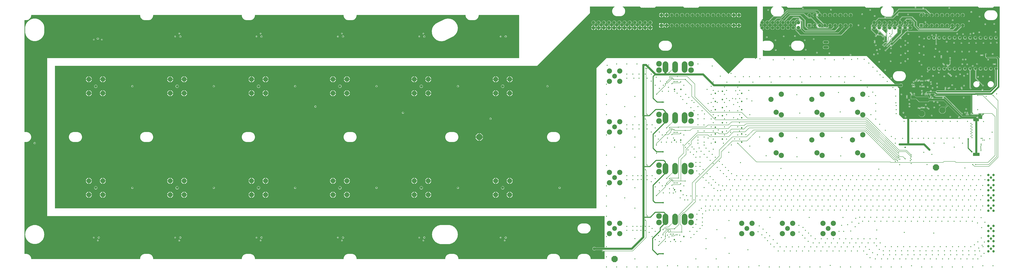
<source format=gbr>
G04 EAGLE Gerber RS-274X export*
G75*
%MOMM*%
%FSLAX34Y34*%
%LPD*%
%INBottom Copper*%
%IPPOS*%
%AMOC8*
5,1,8,0,0,1.08239X$1,22.5*%
G01*
%ADD10C,1.350000*%
%ADD11C,2.400000*%
%ADD12C,2.362200*%
%ADD13C,2.552700*%
%ADD14C,1.200000*%
%ADD15C,2.775000*%
%ADD16C,2.775000*%
%ADD17P,3.247170X8X22.500000*%
%ADD18C,2.571600*%
%ADD19C,2.540000*%
%ADD20C,1.447800*%
%ADD21P,1.785944X8X22.500000*%
%ADD22R,1.650000X1.650000*%
%ADD23P,1.814519X8X22.500000*%
%ADD24C,1.371600*%
%ADD25C,0.503200*%
%ADD26C,0.750000*%
%ADD27C,0.553200*%
%ADD28C,1.000000*%
%ADD29C,0.500000*%
%ADD30C,0.200000*%
%ADD31C,0.190000*%
%ADD32C,1.500000*%
%ADD33C,0.800000*%
%ADD34C,0.400000*%

G36*
X2860064Y449010D02*
X2860064Y449010D01*
X2860128Y449009D01*
X2860203Y449030D01*
X2860279Y449041D01*
X2860338Y449067D01*
X2860400Y449084D01*
X2860466Y449125D01*
X2860536Y449157D01*
X2860585Y449199D01*
X2860640Y449232D01*
X2860692Y449290D01*
X2860750Y449340D01*
X2860786Y449394D01*
X2860829Y449442D01*
X2860862Y449511D01*
X2860905Y449576D01*
X2860924Y449638D01*
X2860952Y449695D01*
X2860963Y449765D01*
X2860987Y449846D01*
X2860988Y449931D01*
X2860999Y450000D01*
X2860999Y1139586D01*
X2910414Y1189001D01*
X3431586Y1189001D01*
X3509293Y1111293D01*
X3509345Y1111255D01*
X3509390Y1111209D01*
X3509457Y1111171D01*
X3509519Y1111124D01*
X3509579Y1111101D01*
X3509635Y1111070D01*
X3509710Y1111052D01*
X3509783Y1111025D01*
X3509847Y1111020D01*
X3509909Y1111005D01*
X3509987Y1111009D01*
X3510064Y1111003D01*
X3510127Y1111016D01*
X3510191Y1111019D01*
X3510264Y1111045D01*
X3510340Y1111060D01*
X3510397Y1111091D01*
X3510458Y1111112D01*
X3510514Y1111153D01*
X3510589Y1111193D01*
X3510650Y1111252D01*
X3510707Y1111293D01*
X3588414Y1189001D01*
X3650000Y1189001D01*
X3650064Y1189010D01*
X3650128Y1189009D01*
X3650203Y1189030D01*
X3650279Y1189041D01*
X3650338Y1189067D01*
X3650400Y1189084D01*
X3650466Y1189125D01*
X3650536Y1189157D01*
X3650585Y1189199D01*
X3650640Y1189232D01*
X3650692Y1189290D01*
X3650750Y1189340D01*
X3650786Y1189394D01*
X3650829Y1189442D01*
X3650862Y1189511D01*
X3650905Y1189576D01*
X3650924Y1189638D01*
X3650952Y1189695D01*
X3650963Y1189765D01*
X3650987Y1189846D01*
X3650988Y1189931D01*
X3650999Y1190000D01*
X3650999Y1442000D01*
X3650990Y1442064D01*
X3650991Y1442128D01*
X3650970Y1442203D01*
X3650959Y1442279D01*
X3650933Y1442338D01*
X3650916Y1442400D01*
X3650875Y1442466D01*
X3650843Y1442536D01*
X3650801Y1442585D01*
X3650768Y1442640D01*
X3650710Y1442692D01*
X3650660Y1442750D01*
X3650606Y1442786D01*
X3650558Y1442829D01*
X3650489Y1442862D01*
X3650424Y1442905D01*
X3650362Y1442924D01*
X3650305Y1442952D01*
X3650235Y1442963D01*
X3650154Y1442987D01*
X3650069Y1442988D01*
X3650000Y1442999D01*
X3366335Y1442999D01*
X3366326Y1442998D01*
X3366316Y1442999D01*
X3366186Y1442978D01*
X3366056Y1442959D01*
X3366047Y1442956D01*
X3366038Y1442954D01*
X3365919Y1442897D01*
X3365799Y1442843D01*
X3365792Y1442837D01*
X3365783Y1442833D01*
X3365685Y1442745D01*
X3365585Y1442660D01*
X3365580Y1442652D01*
X3365572Y1442646D01*
X3365532Y1442580D01*
X3365430Y1442424D01*
X3365423Y1442401D01*
X3365412Y1442382D01*
X3364978Y1441335D01*
X3362165Y1438522D01*
X3358489Y1436999D01*
X3354511Y1436999D01*
X3352632Y1437777D01*
X3352539Y1437801D01*
X3352449Y1437833D01*
X3352403Y1437836D01*
X3352359Y1437847D01*
X3352263Y1437844D01*
X3352167Y1437850D01*
X3352126Y1437840D01*
X3352077Y1437838D01*
X3351956Y1437799D01*
X3351868Y1437777D01*
X3349989Y1436999D01*
X3346011Y1436999D01*
X3344132Y1437777D01*
X3344039Y1437801D01*
X3343949Y1437833D01*
X3343903Y1437836D01*
X3343859Y1437847D01*
X3343763Y1437844D01*
X3343667Y1437850D01*
X3343626Y1437840D01*
X3343577Y1437838D01*
X3343456Y1437799D01*
X3343368Y1437777D01*
X3341489Y1436999D01*
X3337511Y1436999D01*
X3335632Y1437777D01*
X3335539Y1437801D01*
X3335449Y1437833D01*
X3335403Y1437836D01*
X3335359Y1437847D01*
X3335263Y1437844D01*
X3335167Y1437850D01*
X3335126Y1437840D01*
X3335077Y1437838D01*
X3334956Y1437799D01*
X3334868Y1437777D01*
X3332989Y1436999D01*
X3329011Y1436999D01*
X3327132Y1437777D01*
X3327039Y1437801D01*
X3326949Y1437833D01*
X3326903Y1437836D01*
X3326859Y1437847D01*
X3326763Y1437844D01*
X3326667Y1437850D01*
X3326626Y1437840D01*
X3326577Y1437838D01*
X3326456Y1437799D01*
X3326368Y1437777D01*
X3324489Y1436999D01*
X3320511Y1436999D01*
X3318632Y1437777D01*
X3318539Y1437801D01*
X3318449Y1437833D01*
X3318403Y1437836D01*
X3318359Y1437847D01*
X3318263Y1437844D01*
X3318167Y1437850D01*
X3318126Y1437840D01*
X3318077Y1437838D01*
X3317956Y1437799D01*
X3317868Y1437777D01*
X3315989Y1436999D01*
X3312011Y1436999D01*
X3310132Y1437777D01*
X3310039Y1437801D01*
X3309949Y1437833D01*
X3309903Y1437836D01*
X3309859Y1437847D01*
X3309763Y1437844D01*
X3309667Y1437850D01*
X3309626Y1437840D01*
X3309577Y1437838D01*
X3309456Y1437799D01*
X3309368Y1437777D01*
X3307489Y1436999D01*
X3303511Y1436999D01*
X3301632Y1437777D01*
X3301539Y1437801D01*
X3301449Y1437833D01*
X3301403Y1437836D01*
X3301359Y1437847D01*
X3301263Y1437844D01*
X3301167Y1437850D01*
X3301126Y1437840D01*
X3301077Y1437838D01*
X3300956Y1437799D01*
X3300868Y1437777D01*
X3298989Y1436999D01*
X3295011Y1436999D01*
X3291335Y1438522D01*
X3288522Y1441335D01*
X3288088Y1442382D01*
X3288083Y1442391D01*
X3288081Y1442400D01*
X3288011Y1442512D01*
X3287944Y1442625D01*
X3287937Y1442632D01*
X3287932Y1442640D01*
X3287835Y1442728D01*
X3287739Y1442818D01*
X3287730Y1442822D01*
X3287723Y1442829D01*
X3287605Y1442886D01*
X3287487Y1442946D01*
X3287478Y1442948D01*
X3287469Y1442952D01*
X3287394Y1442964D01*
X3287210Y1442998D01*
X3287186Y1442996D01*
X3287165Y1442999D01*
X3153335Y1442999D01*
X3153326Y1442998D01*
X3153316Y1442999D01*
X3153186Y1442978D01*
X3153056Y1442959D01*
X3153047Y1442956D01*
X3153038Y1442954D01*
X3152919Y1442897D01*
X3152799Y1442843D01*
X3152792Y1442837D01*
X3152783Y1442833D01*
X3152685Y1442745D01*
X3152585Y1442660D01*
X3152580Y1442652D01*
X3152572Y1442646D01*
X3152532Y1442580D01*
X3152430Y1442424D01*
X3152423Y1442401D01*
X3152412Y1442382D01*
X3151978Y1441335D01*
X3149165Y1438522D01*
X3145489Y1436999D01*
X3141511Y1436999D01*
X3139632Y1437777D01*
X3139539Y1437801D01*
X3139449Y1437833D01*
X3139403Y1437836D01*
X3139359Y1437847D01*
X3139263Y1437844D01*
X3139167Y1437850D01*
X3139126Y1437840D01*
X3139077Y1437838D01*
X3138956Y1437799D01*
X3138868Y1437777D01*
X3136989Y1436999D01*
X3133011Y1436999D01*
X3131132Y1437777D01*
X3131039Y1437801D01*
X3130949Y1437833D01*
X3130903Y1437836D01*
X3130859Y1437847D01*
X3130763Y1437844D01*
X3130667Y1437850D01*
X3130626Y1437840D01*
X3130577Y1437838D01*
X3130456Y1437799D01*
X3130368Y1437777D01*
X3128489Y1436999D01*
X3124511Y1436999D01*
X3122632Y1437777D01*
X3122539Y1437801D01*
X3122449Y1437833D01*
X3122403Y1437836D01*
X3122359Y1437847D01*
X3122263Y1437844D01*
X3122167Y1437850D01*
X3122126Y1437840D01*
X3122077Y1437838D01*
X3121956Y1437799D01*
X3121868Y1437777D01*
X3119989Y1436999D01*
X3116011Y1436999D01*
X3114132Y1437777D01*
X3114039Y1437801D01*
X3113949Y1437833D01*
X3113903Y1437836D01*
X3113859Y1437847D01*
X3113763Y1437844D01*
X3113667Y1437850D01*
X3113626Y1437840D01*
X3113577Y1437838D01*
X3113456Y1437799D01*
X3113368Y1437777D01*
X3111489Y1436999D01*
X3107511Y1436999D01*
X3105632Y1437777D01*
X3105539Y1437801D01*
X3105449Y1437833D01*
X3105403Y1437836D01*
X3105359Y1437847D01*
X3105263Y1437844D01*
X3105167Y1437850D01*
X3105126Y1437840D01*
X3105077Y1437838D01*
X3104956Y1437799D01*
X3104868Y1437777D01*
X3102989Y1436999D01*
X3099011Y1436999D01*
X3097132Y1437777D01*
X3097039Y1437801D01*
X3096949Y1437833D01*
X3096903Y1437836D01*
X3096859Y1437847D01*
X3096763Y1437844D01*
X3096667Y1437850D01*
X3096626Y1437840D01*
X3096577Y1437838D01*
X3096456Y1437799D01*
X3096368Y1437777D01*
X3094489Y1436999D01*
X3090511Y1436999D01*
X3088632Y1437777D01*
X3088539Y1437801D01*
X3088449Y1437833D01*
X3088403Y1437836D01*
X3088359Y1437847D01*
X3088263Y1437844D01*
X3088167Y1437850D01*
X3088126Y1437840D01*
X3088077Y1437838D01*
X3087956Y1437799D01*
X3087868Y1437777D01*
X3085989Y1436999D01*
X3082011Y1436999D01*
X3078335Y1438522D01*
X3075522Y1441335D01*
X3075088Y1442382D01*
X3075083Y1442391D01*
X3075081Y1442400D01*
X3075011Y1442512D01*
X3074944Y1442625D01*
X3074937Y1442632D01*
X3074932Y1442640D01*
X3074835Y1442728D01*
X3074739Y1442818D01*
X3074730Y1442822D01*
X3074723Y1442829D01*
X3074605Y1442886D01*
X3074487Y1442946D01*
X3074478Y1442948D01*
X3074469Y1442952D01*
X3074394Y1442964D01*
X3074210Y1442998D01*
X3074186Y1442996D01*
X3074165Y1442999D01*
X2990603Y1442999D01*
X2990494Y1442984D01*
X2990383Y1442975D01*
X2990354Y1442964D01*
X2990323Y1442959D01*
X2990223Y1442914D01*
X2990120Y1442875D01*
X2990095Y1442856D01*
X2990067Y1442843D01*
X2989983Y1442771D01*
X2989895Y1442705D01*
X2989876Y1442680D01*
X2989852Y1442660D01*
X2989792Y1442567D01*
X2989726Y1442479D01*
X2989715Y1442450D01*
X2989698Y1442424D01*
X2989666Y1442318D01*
X2989627Y1442215D01*
X2989625Y1442184D01*
X2989615Y1442154D01*
X2989614Y1442044D01*
X2989606Y1441934D01*
X2989612Y1441903D01*
X2989612Y1441872D01*
X2989641Y1441766D01*
X2989664Y1441658D01*
X2989679Y1441630D01*
X2989687Y1441600D01*
X2989745Y1441506D01*
X2989797Y1441409D01*
X2989818Y1441388D01*
X2989835Y1441360D01*
X2989952Y1441255D01*
X2990015Y1441192D01*
X2995041Y1437541D01*
X2999602Y1431262D01*
X3002001Y1423881D01*
X3002001Y1416119D01*
X2999602Y1408738D01*
X2995041Y1402459D01*
X2988762Y1397898D01*
X2981381Y1395499D01*
X2958619Y1395499D01*
X2951238Y1397898D01*
X2944959Y1402459D01*
X2940398Y1408738D01*
X2937999Y1416119D01*
X2937999Y1423881D01*
X2940398Y1431262D01*
X2944959Y1437541D01*
X2949985Y1441192D01*
X2950064Y1441268D01*
X2950148Y1441340D01*
X2950165Y1441366D01*
X2950187Y1441388D01*
X2950242Y1441484D01*
X2950302Y1441576D01*
X2950311Y1441606D01*
X2950327Y1441633D01*
X2950352Y1441740D01*
X2950385Y1441846D01*
X2950385Y1441877D01*
X2950392Y1441907D01*
X2950387Y1442018D01*
X2950388Y1442128D01*
X2950380Y1442158D01*
X2950379Y1442189D01*
X2950343Y1442293D01*
X2950313Y1442400D01*
X2950297Y1442426D01*
X2950287Y1442456D01*
X2950223Y1442546D01*
X2950165Y1442640D01*
X2950142Y1442661D01*
X2950124Y1442686D01*
X2950038Y1442755D01*
X2949956Y1442829D01*
X2949928Y1442842D01*
X2949903Y1442862D01*
X2949801Y1442904D01*
X2949702Y1442952D01*
X2949673Y1442956D01*
X2949642Y1442969D01*
X2949486Y1442985D01*
X2949397Y1442999D01*
X2830000Y1442999D01*
X2829936Y1442990D01*
X2829872Y1442991D01*
X2829797Y1442970D01*
X2829721Y1442959D01*
X2829662Y1442933D01*
X2829600Y1442916D01*
X2829534Y1442875D01*
X2829464Y1442843D01*
X2829415Y1442801D01*
X2829360Y1442768D01*
X2829308Y1442710D01*
X2829250Y1442660D01*
X2829214Y1442606D01*
X2829171Y1442558D01*
X2829138Y1442489D01*
X2829095Y1442424D01*
X2829076Y1442362D01*
X2829048Y1442305D01*
X2829037Y1442235D01*
X2829013Y1442154D01*
X2829012Y1442069D01*
X2829001Y1442000D01*
X2829001Y1410414D01*
X2569586Y1150999D01*
X200000Y1150999D01*
X199936Y1150990D01*
X199872Y1150991D01*
X199797Y1150970D01*
X199721Y1150959D01*
X199662Y1150933D01*
X199600Y1150916D01*
X199534Y1150875D01*
X199464Y1150843D01*
X199415Y1150801D01*
X199360Y1150768D01*
X199308Y1150710D01*
X199250Y1150660D01*
X199214Y1150606D01*
X199171Y1150558D01*
X199138Y1150489D01*
X199095Y1150424D01*
X199076Y1150362D01*
X199048Y1150305D01*
X199037Y1150235D01*
X199013Y1150154D01*
X199012Y1150069D01*
X199001Y1150000D01*
X199001Y450000D01*
X199010Y449936D01*
X199009Y449872D01*
X199030Y449797D01*
X199041Y449721D01*
X199067Y449662D01*
X199084Y449600D01*
X199125Y449534D01*
X199157Y449464D01*
X199199Y449415D01*
X199232Y449360D01*
X199290Y449308D01*
X199340Y449250D01*
X199394Y449214D01*
X199442Y449171D01*
X199511Y449138D01*
X199576Y449095D01*
X199638Y449076D01*
X199695Y449048D01*
X199765Y449037D01*
X199846Y449013D01*
X199931Y449012D01*
X200000Y449001D01*
X2860000Y449001D01*
X2860064Y449010D01*
G37*
G36*
X617064Y199010D02*
X617064Y199010D01*
X617128Y199009D01*
X617203Y199030D01*
X617279Y199041D01*
X617338Y199067D01*
X617400Y199084D01*
X617466Y199125D01*
X617536Y199157D01*
X617585Y199199D01*
X617640Y199232D01*
X617692Y199290D01*
X617750Y199340D01*
X617786Y199394D01*
X617829Y199442D01*
X617862Y199511D01*
X617905Y199576D01*
X617924Y199638D01*
X617952Y199695D01*
X617963Y199765D01*
X617987Y199846D01*
X617988Y199931D01*
X617999Y200000D01*
X617999Y203881D01*
X620398Y211262D01*
X624959Y217541D01*
X631238Y222102D01*
X638619Y224501D01*
X661381Y224501D01*
X668762Y222102D01*
X675041Y217541D01*
X679602Y211262D01*
X682001Y203881D01*
X682001Y200000D01*
X682010Y199936D01*
X682009Y199872D01*
X682030Y199797D01*
X682041Y199721D01*
X682067Y199662D01*
X682084Y199600D01*
X682125Y199534D01*
X682157Y199464D01*
X682199Y199415D01*
X682232Y199360D01*
X682290Y199308D01*
X682340Y199250D01*
X682394Y199214D01*
X682442Y199171D01*
X682511Y199138D01*
X682576Y199095D01*
X682638Y199076D01*
X682695Y199048D01*
X682765Y199037D01*
X682846Y199013D01*
X682931Y199012D01*
X683000Y199001D01*
X1117000Y199001D01*
X1117064Y199010D01*
X1117128Y199009D01*
X1117203Y199030D01*
X1117279Y199041D01*
X1117338Y199067D01*
X1117400Y199084D01*
X1117466Y199125D01*
X1117536Y199157D01*
X1117585Y199199D01*
X1117640Y199232D01*
X1117692Y199290D01*
X1117750Y199340D01*
X1117786Y199394D01*
X1117829Y199442D01*
X1117862Y199511D01*
X1117905Y199576D01*
X1117924Y199638D01*
X1117952Y199695D01*
X1117963Y199765D01*
X1117987Y199846D01*
X1117988Y199931D01*
X1117999Y200000D01*
X1117999Y203881D01*
X1120398Y211262D01*
X1124959Y217541D01*
X1131238Y222102D01*
X1138619Y224501D01*
X1161381Y224501D01*
X1168762Y222102D01*
X1175041Y217541D01*
X1179602Y211262D01*
X1182001Y203880D01*
X1182001Y200000D01*
X1182010Y199936D01*
X1182009Y199872D01*
X1182030Y199797D01*
X1182041Y199721D01*
X1182067Y199662D01*
X1182084Y199600D01*
X1182125Y199534D01*
X1182157Y199464D01*
X1182199Y199415D01*
X1182232Y199360D01*
X1182290Y199308D01*
X1182340Y199250D01*
X1182394Y199214D01*
X1182442Y199171D01*
X1182511Y199138D01*
X1182576Y199095D01*
X1182638Y199076D01*
X1182695Y199048D01*
X1182765Y199037D01*
X1182846Y199013D01*
X1182931Y199012D01*
X1183000Y199001D01*
X1617000Y199001D01*
X1617064Y199010D01*
X1617128Y199009D01*
X1617203Y199030D01*
X1617279Y199041D01*
X1617338Y199067D01*
X1617400Y199084D01*
X1617466Y199125D01*
X1617536Y199157D01*
X1617585Y199199D01*
X1617640Y199232D01*
X1617692Y199290D01*
X1617750Y199340D01*
X1617786Y199394D01*
X1617829Y199442D01*
X1617862Y199511D01*
X1617905Y199576D01*
X1617924Y199638D01*
X1617952Y199695D01*
X1617963Y199765D01*
X1617987Y199846D01*
X1617988Y199931D01*
X1617999Y200000D01*
X1617999Y203881D01*
X1620398Y211262D01*
X1624959Y217541D01*
X1631238Y222102D01*
X1638619Y224501D01*
X1661381Y224501D01*
X1668762Y222102D01*
X1675041Y217541D01*
X1679602Y211262D01*
X1682001Y203881D01*
X1682001Y200000D01*
X1682010Y199936D01*
X1682009Y199872D01*
X1682030Y199797D01*
X1682041Y199721D01*
X1682067Y199662D01*
X1682084Y199600D01*
X1682125Y199534D01*
X1682157Y199464D01*
X1682199Y199415D01*
X1682232Y199360D01*
X1682290Y199308D01*
X1682340Y199250D01*
X1682394Y199214D01*
X1682442Y199171D01*
X1682511Y199138D01*
X1682576Y199095D01*
X1682638Y199076D01*
X1682695Y199048D01*
X1682765Y199037D01*
X1682846Y199013D01*
X1682931Y199012D01*
X1683000Y199001D01*
X2117000Y199001D01*
X2117064Y199010D01*
X2117128Y199009D01*
X2117203Y199030D01*
X2117279Y199041D01*
X2117338Y199067D01*
X2117400Y199084D01*
X2117466Y199125D01*
X2117536Y199157D01*
X2117585Y199199D01*
X2117640Y199232D01*
X2117692Y199290D01*
X2117750Y199340D01*
X2117786Y199394D01*
X2117829Y199442D01*
X2117862Y199511D01*
X2117905Y199576D01*
X2117924Y199638D01*
X2117952Y199695D01*
X2117963Y199765D01*
X2117987Y199846D01*
X2117988Y199931D01*
X2117999Y200000D01*
X2117999Y203881D01*
X2120398Y211262D01*
X2124959Y217541D01*
X2131238Y222102D01*
X2138619Y224501D01*
X2161381Y224501D01*
X2168762Y222102D01*
X2175041Y217541D01*
X2179602Y211262D01*
X2182001Y203881D01*
X2182001Y200000D01*
X2182010Y199936D01*
X2182009Y199872D01*
X2182030Y199797D01*
X2182041Y199721D01*
X2182067Y199662D01*
X2182084Y199600D01*
X2182125Y199534D01*
X2182157Y199464D01*
X2182199Y199415D01*
X2182232Y199360D01*
X2182290Y199308D01*
X2182340Y199250D01*
X2182394Y199214D01*
X2182442Y199171D01*
X2182511Y199138D01*
X2182576Y199095D01*
X2182638Y199076D01*
X2182695Y199048D01*
X2182765Y199037D01*
X2182846Y199013D01*
X2182931Y199012D01*
X2183000Y199001D01*
X2617000Y199001D01*
X2617064Y199010D01*
X2617128Y199009D01*
X2617203Y199030D01*
X2617279Y199041D01*
X2617338Y199067D01*
X2617400Y199084D01*
X2617466Y199125D01*
X2617536Y199157D01*
X2617585Y199199D01*
X2617640Y199232D01*
X2617692Y199290D01*
X2617750Y199340D01*
X2617786Y199394D01*
X2617829Y199442D01*
X2617862Y199511D01*
X2617905Y199576D01*
X2617924Y199638D01*
X2617952Y199695D01*
X2617963Y199765D01*
X2617987Y199846D01*
X2617988Y199931D01*
X2617999Y200000D01*
X2617999Y203881D01*
X2620398Y211262D01*
X2624959Y217541D01*
X2631238Y222102D01*
X2638619Y224501D01*
X2661381Y224501D01*
X2668762Y222102D01*
X2675041Y217541D01*
X2679602Y211262D01*
X2682001Y203881D01*
X2682001Y200000D01*
X2682010Y199936D01*
X2682009Y199872D01*
X2682030Y199797D01*
X2682041Y199721D01*
X2682067Y199662D01*
X2682084Y199600D01*
X2682125Y199534D01*
X2682157Y199464D01*
X2682199Y199415D01*
X2682232Y199360D01*
X2682290Y199308D01*
X2682340Y199250D01*
X2682394Y199214D01*
X2682442Y199171D01*
X2682511Y199138D01*
X2682576Y199095D01*
X2682638Y199076D01*
X2682695Y199048D01*
X2682765Y199037D01*
X2682846Y199013D01*
X2682931Y199012D01*
X2683000Y199001D01*
X2767000Y199001D01*
X2767064Y199010D01*
X2767128Y199009D01*
X2767203Y199030D01*
X2767279Y199041D01*
X2767338Y199067D01*
X2767400Y199084D01*
X2767466Y199125D01*
X2767536Y199157D01*
X2767585Y199199D01*
X2767640Y199232D01*
X2767692Y199290D01*
X2767750Y199340D01*
X2767786Y199394D01*
X2767829Y199442D01*
X2767862Y199511D01*
X2767905Y199576D01*
X2767924Y199638D01*
X2767952Y199695D01*
X2767963Y199765D01*
X2767987Y199846D01*
X2767988Y199931D01*
X2767999Y200000D01*
X2767999Y203881D01*
X2770398Y211262D01*
X2774959Y217541D01*
X2781238Y222102D01*
X2788619Y224501D01*
X2811381Y224501D01*
X2818762Y222102D01*
X2825041Y217541D01*
X2829602Y211262D01*
X2832001Y203881D01*
X2832001Y200000D01*
X2832010Y199936D01*
X2832009Y199872D01*
X2832030Y199797D01*
X2832041Y199721D01*
X2832067Y199662D01*
X2832084Y199600D01*
X2832125Y199534D01*
X2832157Y199464D01*
X2832199Y199415D01*
X2832232Y199360D01*
X2832290Y199308D01*
X2832340Y199250D01*
X2832394Y199214D01*
X2832442Y199171D01*
X2832511Y199138D01*
X2832576Y199095D01*
X2832638Y199076D01*
X2832695Y199048D01*
X2832765Y199037D01*
X2832846Y199013D01*
X2832931Y199012D01*
X2833000Y199001D01*
X2900000Y199001D01*
X2900064Y199010D01*
X2900128Y199009D01*
X2900203Y199030D01*
X2900279Y199041D01*
X2900338Y199067D01*
X2900400Y199084D01*
X2900466Y199125D01*
X2900536Y199157D01*
X2900585Y199199D01*
X2900640Y199232D01*
X2900692Y199290D01*
X2900750Y199340D01*
X2900786Y199394D01*
X2900829Y199442D01*
X2900862Y199511D01*
X2900905Y199576D01*
X2900924Y199638D01*
X2900952Y199695D01*
X2900963Y199765D01*
X2900987Y199846D01*
X2900988Y199931D01*
X2900999Y200000D01*
X2900999Y236111D01*
X2900990Y236175D01*
X2900991Y236239D01*
X2900970Y236314D01*
X2900959Y236390D01*
X2900933Y236449D01*
X2900916Y236511D01*
X2900875Y236577D01*
X2900843Y236647D01*
X2900801Y236696D01*
X2900768Y236751D01*
X2900710Y236803D01*
X2900660Y236861D01*
X2900606Y236897D01*
X2900558Y236940D01*
X2900489Y236973D01*
X2900424Y237016D01*
X2900362Y237035D01*
X2900305Y237063D01*
X2900235Y237074D01*
X2900154Y237098D01*
X2900069Y237099D01*
X2900000Y237110D01*
X2895498Y237110D01*
X2895403Y237097D01*
X2895306Y237092D01*
X2895263Y237077D01*
X2895218Y237070D01*
X2895131Y237031D01*
X2895040Y236999D01*
X2895006Y236974D01*
X2894961Y236954D01*
X2894864Y236871D01*
X2894791Y236818D01*
X2893457Y235483D01*
X2890543Y235483D01*
X2888483Y237543D01*
X2888483Y240457D01*
X2890431Y242404D01*
X2890450Y242430D01*
X2890475Y242451D01*
X2890535Y242543D01*
X2890600Y242630D01*
X2890612Y242660D01*
X2890629Y242687D01*
X2890661Y242792D01*
X2890700Y242894D01*
X2890702Y242926D01*
X2890712Y242957D01*
X2890713Y243066D01*
X2890722Y243175D01*
X2890715Y243207D01*
X2890716Y243239D01*
X2890686Y243344D01*
X2890664Y243451D01*
X2890649Y243480D01*
X2890640Y243511D01*
X2890583Y243604D01*
X2890532Y243700D01*
X2890509Y243723D01*
X2890492Y243751D01*
X2890411Y243824D01*
X2890335Y243902D01*
X2890307Y243918D01*
X2890283Y243940D01*
X2890185Y243987D01*
X2890089Y244041D01*
X2890058Y244049D01*
X2890029Y244063D01*
X2889940Y244077D01*
X2889815Y244106D01*
X2889767Y244104D01*
X2889724Y244110D01*
X2856546Y244110D01*
X2856451Y244097D01*
X2856355Y244092D01*
X2856312Y244077D01*
X2856267Y244070D01*
X2856179Y244031D01*
X2856088Y243999D01*
X2856054Y243974D01*
X2856010Y243954D01*
X2855913Y243871D01*
X2855839Y243818D01*
X2854815Y242793D01*
X2851691Y241499D01*
X2848309Y241499D01*
X2845185Y242793D01*
X2842793Y245185D01*
X2841499Y248309D01*
X2841499Y251691D01*
X2842793Y254815D01*
X2845185Y257207D01*
X2848309Y258501D01*
X2851691Y258501D01*
X2854815Y257207D01*
X2855839Y256182D01*
X2855916Y256125D01*
X2855988Y256060D01*
X2856029Y256040D01*
X2856065Y256013D01*
X2856155Y255979D01*
X2856241Y255937D01*
X2856284Y255931D01*
X2856329Y255914D01*
X2856457Y255904D01*
X2856546Y255890D01*
X2900000Y255890D01*
X2900064Y255899D01*
X2900128Y255898D01*
X2900203Y255919D01*
X2900279Y255930D01*
X2900338Y255956D01*
X2900400Y255973D01*
X2900466Y256014D01*
X2900536Y256046D01*
X2900585Y256088D01*
X2900640Y256121D01*
X2900692Y256179D01*
X2900750Y256229D01*
X2900786Y256283D01*
X2900829Y256331D01*
X2900862Y256400D01*
X2900905Y256465D01*
X2900924Y256527D01*
X2900952Y256584D01*
X2900963Y256654D01*
X2900987Y256735D01*
X2900988Y256820D01*
X2900999Y256889D01*
X2900999Y410000D01*
X2900990Y410064D01*
X2900991Y410128D01*
X2900970Y410203D01*
X2900959Y410279D01*
X2900933Y410338D01*
X2900916Y410400D01*
X2900875Y410466D01*
X2900843Y410536D01*
X2900801Y410585D01*
X2900768Y410640D01*
X2900710Y410692D01*
X2900660Y410750D01*
X2900606Y410786D01*
X2900558Y410829D01*
X2900489Y410862D01*
X2900424Y410905D01*
X2900362Y410924D01*
X2900305Y410952D01*
X2900235Y410963D01*
X2900154Y410987D01*
X2900069Y410988D01*
X2900000Y410999D01*
X160999Y410999D01*
X160999Y1189001D01*
X2480000Y1189001D01*
X2480064Y1189010D01*
X2480128Y1189009D01*
X2480203Y1189030D01*
X2480279Y1189041D01*
X2480338Y1189067D01*
X2480400Y1189084D01*
X2480466Y1189125D01*
X2480536Y1189157D01*
X2480585Y1189199D01*
X2480640Y1189232D01*
X2480692Y1189290D01*
X2480750Y1189340D01*
X2480786Y1189394D01*
X2480829Y1189442D01*
X2480862Y1189511D01*
X2480905Y1189576D01*
X2480924Y1189638D01*
X2480952Y1189695D01*
X2480963Y1189765D01*
X2480987Y1189846D01*
X2480988Y1189931D01*
X2480999Y1190000D01*
X2480999Y1400000D01*
X2480990Y1400064D01*
X2480991Y1400128D01*
X2480970Y1400203D01*
X2480959Y1400279D01*
X2480933Y1400338D01*
X2480916Y1400400D01*
X2480875Y1400466D01*
X2480843Y1400536D01*
X2480801Y1400585D01*
X2480768Y1400640D01*
X2480710Y1400692D01*
X2480660Y1400750D01*
X2480606Y1400786D01*
X2480558Y1400829D01*
X2480489Y1400862D01*
X2480424Y1400905D01*
X2480362Y1400924D01*
X2480305Y1400952D01*
X2480235Y1400963D01*
X2480154Y1400987D01*
X2480069Y1400988D01*
X2480000Y1400999D01*
X2283000Y1400999D01*
X2282936Y1400990D01*
X2282872Y1400991D01*
X2282797Y1400970D01*
X2282721Y1400959D01*
X2282662Y1400933D01*
X2282600Y1400916D01*
X2282534Y1400875D01*
X2282464Y1400843D01*
X2282415Y1400801D01*
X2282360Y1400768D01*
X2282308Y1400710D01*
X2282250Y1400660D01*
X2282214Y1400606D01*
X2282171Y1400558D01*
X2282138Y1400489D01*
X2282095Y1400424D01*
X2282076Y1400362D01*
X2282048Y1400305D01*
X2282037Y1400235D01*
X2282013Y1400154D01*
X2282012Y1400069D01*
X2282001Y1400000D01*
X2282001Y1396119D01*
X2279602Y1388738D01*
X2275041Y1382459D01*
X2268762Y1377898D01*
X2261381Y1375499D01*
X2238619Y1375499D01*
X2231238Y1377898D01*
X2224959Y1382459D01*
X2220398Y1388738D01*
X2217999Y1396119D01*
X2217999Y1400000D01*
X2217990Y1400064D01*
X2217991Y1400128D01*
X2217970Y1400203D01*
X2217959Y1400279D01*
X2217933Y1400338D01*
X2217916Y1400400D01*
X2217875Y1400466D01*
X2217843Y1400536D01*
X2217801Y1400585D01*
X2217768Y1400640D01*
X2217710Y1400692D01*
X2217660Y1400750D01*
X2217606Y1400786D01*
X2217558Y1400829D01*
X2217489Y1400862D01*
X2217424Y1400905D01*
X2217362Y1400924D01*
X2217305Y1400952D01*
X2217235Y1400963D01*
X2217154Y1400987D01*
X2217069Y1400988D01*
X2217000Y1400999D01*
X1683000Y1400999D01*
X1682936Y1400990D01*
X1682872Y1400991D01*
X1682797Y1400970D01*
X1682721Y1400959D01*
X1682662Y1400933D01*
X1682600Y1400916D01*
X1682534Y1400875D01*
X1682464Y1400843D01*
X1682415Y1400801D01*
X1682360Y1400768D01*
X1682308Y1400710D01*
X1682250Y1400660D01*
X1682214Y1400606D01*
X1682171Y1400558D01*
X1682138Y1400489D01*
X1682095Y1400424D01*
X1682076Y1400362D01*
X1682048Y1400305D01*
X1682037Y1400235D01*
X1682013Y1400154D01*
X1682012Y1400069D01*
X1682001Y1400000D01*
X1682001Y1396119D01*
X1679602Y1388738D01*
X1675041Y1382459D01*
X1668762Y1377898D01*
X1661381Y1375499D01*
X1638619Y1375499D01*
X1631238Y1377898D01*
X1624959Y1382459D01*
X1620398Y1388738D01*
X1617999Y1396119D01*
X1617999Y1400000D01*
X1617990Y1400064D01*
X1617991Y1400128D01*
X1617970Y1400203D01*
X1617959Y1400279D01*
X1617933Y1400338D01*
X1617916Y1400400D01*
X1617875Y1400466D01*
X1617843Y1400536D01*
X1617801Y1400585D01*
X1617768Y1400640D01*
X1617710Y1400692D01*
X1617660Y1400750D01*
X1617606Y1400786D01*
X1617558Y1400829D01*
X1617489Y1400862D01*
X1617424Y1400905D01*
X1617362Y1400924D01*
X1617305Y1400952D01*
X1617235Y1400963D01*
X1617154Y1400987D01*
X1617069Y1400988D01*
X1617000Y1400999D01*
X1183000Y1400999D01*
X1182936Y1400990D01*
X1182872Y1400991D01*
X1182797Y1400970D01*
X1182721Y1400959D01*
X1182662Y1400933D01*
X1182600Y1400916D01*
X1182534Y1400875D01*
X1182464Y1400843D01*
X1182415Y1400801D01*
X1182360Y1400768D01*
X1182308Y1400710D01*
X1182250Y1400660D01*
X1182214Y1400606D01*
X1182171Y1400558D01*
X1182138Y1400489D01*
X1182095Y1400424D01*
X1182076Y1400362D01*
X1182048Y1400305D01*
X1182037Y1400235D01*
X1182013Y1400154D01*
X1182012Y1400069D01*
X1182001Y1400000D01*
X1182001Y1396119D01*
X1179602Y1388738D01*
X1175041Y1382459D01*
X1168762Y1377898D01*
X1161381Y1375499D01*
X1138619Y1375499D01*
X1131238Y1377898D01*
X1124959Y1382459D01*
X1120398Y1388738D01*
X1117999Y1396119D01*
X1117999Y1400000D01*
X1117990Y1400064D01*
X1117991Y1400128D01*
X1117970Y1400203D01*
X1117959Y1400279D01*
X1117933Y1400338D01*
X1117916Y1400400D01*
X1117875Y1400466D01*
X1117843Y1400536D01*
X1117801Y1400585D01*
X1117768Y1400640D01*
X1117710Y1400692D01*
X1117660Y1400750D01*
X1117606Y1400786D01*
X1117558Y1400829D01*
X1117489Y1400862D01*
X1117424Y1400905D01*
X1117362Y1400924D01*
X1117305Y1400952D01*
X1117235Y1400963D01*
X1117154Y1400987D01*
X1117069Y1400988D01*
X1117000Y1400999D01*
X683000Y1400999D01*
X682936Y1400990D01*
X682872Y1400991D01*
X682797Y1400970D01*
X682721Y1400959D01*
X682662Y1400933D01*
X682600Y1400916D01*
X682534Y1400875D01*
X682464Y1400843D01*
X682415Y1400801D01*
X682360Y1400768D01*
X682308Y1400710D01*
X682250Y1400660D01*
X682214Y1400606D01*
X682171Y1400558D01*
X682138Y1400489D01*
X682095Y1400424D01*
X682076Y1400362D01*
X682048Y1400305D01*
X682037Y1400235D01*
X682013Y1400154D01*
X682012Y1400069D01*
X682001Y1400000D01*
X682001Y1396119D01*
X679602Y1388738D01*
X675041Y1382459D01*
X668762Y1377898D01*
X661380Y1375499D01*
X638619Y1375499D01*
X631238Y1377898D01*
X624959Y1382459D01*
X620398Y1388738D01*
X617999Y1396119D01*
X617999Y1400000D01*
X617990Y1400064D01*
X617991Y1400128D01*
X617970Y1400203D01*
X617959Y1400279D01*
X617933Y1400338D01*
X617916Y1400400D01*
X617875Y1400466D01*
X617843Y1400536D01*
X617801Y1400585D01*
X617768Y1400640D01*
X617710Y1400692D01*
X617660Y1400750D01*
X617606Y1400786D01*
X617558Y1400829D01*
X617489Y1400862D01*
X617424Y1400905D01*
X617362Y1400924D01*
X617305Y1400952D01*
X617235Y1400963D01*
X617154Y1400987D01*
X617069Y1400988D01*
X617000Y1400999D01*
X83000Y1400999D01*
X82936Y1400990D01*
X82872Y1400991D01*
X82797Y1400970D01*
X82721Y1400959D01*
X82662Y1400933D01*
X82600Y1400916D01*
X82534Y1400875D01*
X82464Y1400843D01*
X82415Y1400801D01*
X82360Y1400768D01*
X82308Y1400710D01*
X82250Y1400660D01*
X82214Y1400606D01*
X82171Y1400558D01*
X82138Y1400489D01*
X82095Y1400424D01*
X82076Y1400362D01*
X82048Y1400305D01*
X82037Y1400235D01*
X82013Y1400154D01*
X82012Y1400069D01*
X82001Y1400000D01*
X82001Y1396119D01*
X79602Y1388738D01*
X75041Y1382459D01*
X68762Y1377898D01*
X61381Y1375499D01*
X50000Y1375499D01*
X49936Y1375490D01*
X49872Y1375491D01*
X49797Y1375470D01*
X49721Y1375459D01*
X49662Y1375433D01*
X49600Y1375416D01*
X49534Y1375375D01*
X49464Y1375343D01*
X49415Y1375301D01*
X49360Y1375268D01*
X49308Y1375210D01*
X49250Y1375160D01*
X49214Y1375106D01*
X49171Y1375058D01*
X49138Y1374989D01*
X49095Y1374924D01*
X49076Y1374862D01*
X49048Y1374805D01*
X49037Y1374735D01*
X49013Y1374654D01*
X49012Y1374569D01*
X49001Y1374500D01*
X49001Y825500D01*
X49009Y825439D01*
X49009Y825403D01*
X49009Y825401D01*
X49009Y825372D01*
X49030Y825297D01*
X49041Y825221D01*
X49067Y825162D01*
X49084Y825100D01*
X49125Y825034D01*
X49157Y824964D01*
X49199Y824915D01*
X49232Y824860D01*
X49290Y824808D01*
X49340Y824750D01*
X49394Y824714D01*
X49442Y824671D01*
X49511Y824638D01*
X49576Y824595D01*
X49638Y824576D01*
X49695Y824548D01*
X49765Y824537D01*
X49846Y824513D01*
X49931Y824512D01*
X50000Y824501D01*
X61381Y824501D01*
X68762Y822102D01*
X75041Y817541D01*
X79602Y811262D01*
X82001Y803881D01*
X82001Y796119D01*
X79602Y788738D01*
X75041Y782459D01*
X68762Y777898D01*
X61381Y775499D01*
X50000Y775499D01*
X49936Y775490D01*
X49872Y775491D01*
X49797Y775470D01*
X49721Y775459D01*
X49662Y775433D01*
X49600Y775416D01*
X49534Y775375D01*
X49464Y775343D01*
X49415Y775301D01*
X49360Y775268D01*
X49308Y775210D01*
X49250Y775160D01*
X49214Y775106D01*
X49171Y775058D01*
X49138Y774989D01*
X49095Y774924D01*
X49076Y774862D01*
X49048Y774805D01*
X49037Y774735D01*
X49013Y774654D01*
X49012Y774569D01*
X49001Y774500D01*
X49001Y225500D01*
X49010Y225436D01*
X49009Y225372D01*
X49030Y225297D01*
X49041Y225221D01*
X49067Y225162D01*
X49084Y225100D01*
X49125Y225034D01*
X49157Y224964D01*
X49199Y224915D01*
X49232Y224860D01*
X49290Y224808D01*
X49340Y224750D01*
X49394Y224714D01*
X49442Y224671D01*
X49511Y224638D01*
X49576Y224595D01*
X49638Y224576D01*
X49695Y224548D01*
X49765Y224537D01*
X49846Y224513D01*
X49931Y224512D01*
X50000Y224501D01*
X61381Y224501D01*
X68762Y222102D01*
X75041Y217541D01*
X79602Y211262D01*
X82001Y203881D01*
X82001Y200000D01*
X82010Y199936D01*
X82009Y199872D01*
X82030Y199797D01*
X82041Y199721D01*
X82067Y199662D01*
X82084Y199600D01*
X82125Y199534D01*
X82157Y199464D01*
X82199Y199415D01*
X82232Y199360D01*
X82290Y199308D01*
X82340Y199250D01*
X82394Y199214D01*
X82442Y199171D01*
X82511Y199138D01*
X82576Y199095D01*
X82638Y199076D01*
X82695Y199048D01*
X82765Y199037D01*
X82846Y199013D01*
X82931Y199012D01*
X83000Y199001D01*
X617000Y199001D01*
X617064Y199010D01*
G37*
G36*
X4711796Y889002D02*
X4711796Y889002D01*
X4711805Y889001D01*
X4711935Y889022D01*
X4712065Y889041D01*
X4712074Y889045D01*
X4712083Y889046D01*
X4712203Y889103D01*
X4712322Y889157D01*
X4712329Y889163D01*
X4712338Y889167D01*
X4712437Y889255D01*
X4712537Y889340D01*
X4712542Y889348D01*
X4712549Y889354D01*
X4712589Y889420D01*
X4712691Y889576D01*
X4712698Y889599D01*
X4712709Y889618D01*
X4712755Y889729D01*
X4712785Y889844D01*
X4712819Y889957D01*
X4712820Y889980D01*
X4712825Y890002D01*
X4712822Y890121D01*
X4712823Y890239D01*
X4712817Y890261D01*
X4712816Y890284D01*
X4712779Y890397D01*
X4712748Y890511D01*
X4712736Y890530D01*
X4712729Y890552D01*
X4712662Y890650D01*
X4712600Y890751D01*
X4712583Y890766D01*
X4712570Y890785D01*
X4712478Y890860D01*
X4712390Y890940D01*
X4712370Y890950D01*
X4712352Y890964D01*
X4712243Y891011D01*
X4712137Y891063D01*
X4712115Y891066D01*
X4712093Y891076D01*
X4711908Y891098D01*
X4711832Y891110D01*
X4655828Y891110D01*
X4653664Y892007D01*
X4648223Y897448D01*
X4648197Y897467D01*
X4648176Y897492D01*
X4648084Y897552D01*
X4647997Y897617D01*
X4647967Y897629D01*
X4647940Y897646D01*
X4647835Y897678D01*
X4647733Y897717D01*
X4647701Y897719D01*
X4647670Y897729D01*
X4647561Y897730D01*
X4647452Y897739D01*
X4647420Y897732D01*
X4647388Y897733D01*
X4647283Y897703D01*
X4647176Y897681D01*
X4647147Y897666D01*
X4647116Y897657D01*
X4647023Y897600D01*
X4646927Y897549D01*
X4646904Y897526D01*
X4646876Y897509D01*
X4646803Y897428D01*
X4646725Y897352D01*
X4646709Y897324D01*
X4646687Y897300D01*
X4646640Y897202D01*
X4646586Y897107D01*
X4646578Y897075D01*
X4646564Y897046D01*
X4646550Y896957D01*
X4646521Y896832D01*
X4646523Y896784D01*
X4646517Y896742D01*
X4646517Y895543D01*
X4644457Y893483D01*
X4641543Y893483D01*
X4639483Y895543D01*
X4639483Y898457D01*
X4641543Y900517D01*
X4642742Y900517D01*
X4642773Y900521D01*
X4642806Y900519D01*
X4642913Y900541D01*
X4643021Y900557D01*
X4643050Y900570D01*
X4643082Y900576D01*
X4643178Y900628D01*
X4643278Y900673D01*
X4643302Y900694D01*
X4643331Y900709D01*
X4643409Y900785D01*
X4643492Y900856D01*
X4643510Y900883D01*
X4643533Y900906D01*
X4643587Y901001D01*
X4643646Y901092D01*
X4643656Y901123D01*
X4643672Y901151D01*
X4643697Y901258D01*
X4643729Y901362D01*
X4643729Y901394D01*
X4643737Y901425D01*
X4643731Y901535D01*
X4643733Y901644D01*
X4643724Y901675D01*
X4643722Y901707D01*
X4643687Y901810D01*
X4643657Y901916D01*
X4643640Y901943D01*
X4643630Y901974D01*
X4643577Y902047D01*
X4643509Y902156D01*
X4643473Y902188D01*
X4643448Y902223D01*
X4590439Y955232D01*
X4590387Y955270D01*
X4590343Y955316D01*
X4590275Y955355D01*
X4590213Y955401D01*
X4590153Y955424D01*
X4590097Y955456D01*
X4590022Y955473D01*
X4589949Y955501D01*
X4589885Y955506D01*
X4589823Y955520D01*
X4589745Y955517D01*
X4589668Y955522D01*
X4589605Y955509D01*
X4589541Y955506D01*
X4589468Y955481D01*
X4589392Y955465D01*
X4589335Y955435D01*
X4589275Y955414D01*
X4589218Y955372D01*
X4589143Y955332D01*
X4589082Y955273D01*
X4589026Y955232D01*
X4575418Y941624D01*
X4575379Y941573D01*
X4575333Y941528D01*
X4575295Y941460D01*
X4575248Y941398D01*
X4575226Y941338D01*
X4575194Y941282D01*
X4575176Y941207D01*
X4575149Y941134D01*
X4575144Y941070D01*
X4575129Y941008D01*
X4575133Y940930D01*
X4575127Y940853D01*
X4575140Y940791D01*
X4575143Y940726D01*
X4575169Y940653D01*
X4575185Y940577D01*
X4575215Y940520D01*
X4575236Y940460D01*
X4575277Y940403D01*
X4575317Y940328D01*
X4575376Y940267D01*
X4575418Y940211D01*
X4577001Y938628D01*
X4577001Y925372D01*
X4567628Y915999D01*
X4554372Y915999D01*
X4544999Y925372D01*
X4544999Y938628D01*
X4554372Y948001D01*
X4567628Y948001D01*
X4569211Y946418D01*
X4569262Y946379D01*
X4569307Y946333D01*
X4569374Y946295D01*
X4569436Y946248D01*
X4569496Y946226D01*
X4569552Y946194D01*
X4569628Y946176D01*
X4569700Y946149D01*
X4569764Y946144D01*
X4569827Y946129D01*
X4569904Y946133D01*
X4569981Y946127D01*
X4570044Y946140D01*
X4570108Y946143D01*
X4570182Y946169D01*
X4570257Y946185D01*
X4570314Y946215D01*
X4570375Y946236D01*
X4570432Y946277D01*
X4570506Y946317D01*
X4570567Y946376D01*
X4570624Y946418D01*
X4584232Y960026D01*
X4584270Y960077D01*
X4584316Y960122D01*
X4584355Y960189D01*
X4584401Y960251D01*
X4584424Y960311D01*
X4584456Y960367D01*
X4584473Y960443D01*
X4584501Y960515D01*
X4584506Y960579D01*
X4584520Y960642D01*
X4584517Y960719D01*
X4584522Y960796D01*
X4584509Y960859D01*
X4584506Y960923D01*
X4584481Y960997D01*
X4584465Y961072D01*
X4584435Y961129D01*
X4584414Y961190D01*
X4584372Y961246D01*
X4584332Y961321D01*
X4584273Y961382D01*
X4584232Y961439D01*
X4567853Y977818D01*
X4567776Y977875D01*
X4567705Y977940D01*
X4567664Y977960D01*
X4567627Y977987D01*
X4567537Y978021D01*
X4567451Y978063D01*
X4567409Y978069D01*
X4567364Y978086D01*
X4567236Y978096D01*
X4567146Y978110D01*
X4524276Y978110D01*
X4524244Y978106D01*
X4524211Y978108D01*
X4524104Y978086D01*
X4523996Y978070D01*
X4523967Y978057D01*
X4523935Y978051D01*
X4523839Y977999D01*
X4523739Y977954D01*
X4523715Y977933D01*
X4523686Y977918D01*
X4523608Y977842D01*
X4523525Y977771D01*
X4523507Y977744D01*
X4523484Y977721D01*
X4523430Y977626D01*
X4523371Y977535D01*
X4523361Y977504D01*
X4523345Y977476D01*
X4523320Y977369D01*
X4523288Y977265D01*
X4523288Y977233D01*
X4523280Y977201D01*
X4523286Y977092D01*
X4523284Y976983D01*
X4523293Y976952D01*
X4523295Y976920D01*
X4523330Y976817D01*
X4523360Y976711D01*
X4523377Y976684D01*
X4523387Y976653D01*
X4523440Y976580D01*
X4523508Y976471D01*
X4523517Y976463D01*
X4523517Y973543D01*
X4521457Y971483D01*
X4518543Y971483D01*
X4516483Y973543D01*
X4516483Y976464D01*
X4516535Y976543D01*
X4516600Y976630D01*
X4516612Y976660D01*
X4516629Y976687D01*
X4516661Y976791D01*
X4516700Y976894D01*
X4516702Y976926D01*
X4516712Y976957D01*
X4516713Y977066D01*
X4516722Y977175D01*
X4516715Y977207D01*
X4516716Y977239D01*
X4516686Y977344D01*
X4516664Y977451D01*
X4516649Y977480D01*
X4516640Y977511D01*
X4516583Y977604D01*
X4516532Y977700D01*
X4516509Y977723D01*
X4516492Y977751D01*
X4516411Y977824D01*
X4516335Y977902D01*
X4516307Y977918D01*
X4516283Y977940D01*
X4516185Y977987D01*
X4516090Y978041D01*
X4516058Y978049D01*
X4516029Y978063D01*
X4515940Y978077D01*
X4515815Y978106D01*
X4515767Y978104D01*
X4515724Y978110D01*
X4495889Y978110D01*
X4495825Y978101D01*
X4495761Y978102D01*
X4495686Y978081D01*
X4495610Y978070D01*
X4495551Y978044D01*
X4495489Y978027D01*
X4495423Y977986D01*
X4495353Y977954D01*
X4495304Y977912D01*
X4495249Y977879D01*
X4495197Y977821D01*
X4495139Y977771D01*
X4495103Y977717D01*
X4495060Y977669D01*
X4495027Y977600D01*
X4494984Y977535D01*
X4494965Y977473D01*
X4494937Y977416D01*
X4494926Y977346D01*
X4494902Y977265D01*
X4494901Y977180D01*
X4494890Y977111D01*
X4494890Y974217D01*
X4493783Y973110D01*
X4447217Y973110D01*
X4433510Y986818D01*
X4433433Y986875D01*
X4433362Y986940D01*
X4433321Y986960D01*
X4433284Y986987D01*
X4433194Y987021D01*
X4433108Y987063D01*
X4433066Y987069D01*
X4433020Y987086D01*
X4432893Y987096D01*
X4432803Y987110D01*
X4407217Y987110D01*
X4406110Y988217D01*
X4406110Y1005783D01*
X4407217Y1006890D01*
X4408724Y1006890D01*
X4408756Y1006894D01*
X4408789Y1006892D01*
X4408895Y1006914D01*
X4409004Y1006930D01*
X4409033Y1006943D01*
X4409065Y1006949D01*
X4409161Y1007001D01*
X4409261Y1007046D01*
X4409285Y1007067D01*
X4409314Y1007082D01*
X4409392Y1007158D01*
X4409475Y1007229D01*
X4409493Y1007256D01*
X4409516Y1007279D01*
X4409569Y1007374D01*
X4409629Y1007465D01*
X4409639Y1007496D01*
X4409655Y1007524D01*
X4409680Y1007630D01*
X4409712Y1007735D01*
X4409712Y1007767D01*
X4409720Y1007798D01*
X4409714Y1007908D01*
X4409716Y1008017D01*
X4409707Y1008048D01*
X4409705Y1008080D01*
X4409670Y1008183D01*
X4409640Y1008289D01*
X4409623Y1008316D01*
X4409613Y1008347D01*
X4409559Y1008420D01*
X4409492Y1008529D01*
X4409473Y1008546D01*
X4409470Y1008551D01*
X4409452Y1008567D01*
X4409431Y1008596D01*
X4407483Y1010543D01*
X4407483Y1013484D01*
X4407474Y1013548D01*
X4407475Y1013612D01*
X4407454Y1013687D01*
X4407443Y1013763D01*
X4407417Y1013822D01*
X4407400Y1013884D01*
X4407359Y1013950D01*
X4407327Y1014020D01*
X4407285Y1014069D01*
X4407252Y1014124D01*
X4407194Y1014176D01*
X4407144Y1014234D01*
X4407090Y1014270D01*
X4407042Y1014313D01*
X4406973Y1014346D01*
X4406908Y1014389D01*
X4406846Y1014408D01*
X4406789Y1014436D01*
X4406719Y1014447D01*
X4406638Y1014471D01*
X4406553Y1014472D01*
X4406484Y1014483D01*
X4404543Y1014483D01*
X4402483Y1016543D01*
X4402483Y1019457D01*
X4404543Y1021517D01*
X4407457Y1021517D01*
X4409517Y1019457D01*
X4409517Y1016516D01*
X4409526Y1016452D01*
X4409525Y1016388D01*
X4409546Y1016313D01*
X4409557Y1016237D01*
X4409583Y1016178D01*
X4409600Y1016116D01*
X4409641Y1016050D01*
X4409673Y1015980D01*
X4409715Y1015931D01*
X4409748Y1015876D01*
X4409806Y1015824D01*
X4409856Y1015766D01*
X4409910Y1015730D01*
X4409958Y1015687D01*
X4410027Y1015654D01*
X4410092Y1015611D01*
X4410154Y1015592D01*
X4410211Y1015564D01*
X4410281Y1015553D01*
X4410362Y1015529D01*
X4410447Y1015528D01*
X4410516Y1015517D01*
X4412457Y1015517D01*
X4414517Y1013457D01*
X4414517Y1010543D01*
X4412569Y1008596D01*
X4412556Y1008579D01*
X4412548Y1008571D01*
X4412543Y1008564D01*
X4412525Y1008549D01*
X4412465Y1008457D01*
X4412400Y1008370D01*
X4412388Y1008340D01*
X4412371Y1008313D01*
X4412339Y1008208D01*
X4412300Y1008106D01*
X4412298Y1008074D01*
X4412288Y1008043D01*
X4412287Y1007934D01*
X4412278Y1007825D01*
X4412285Y1007793D01*
X4412284Y1007761D01*
X4412314Y1007655D01*
X4412336Y1007549D01*
X4412351Y1007520D01*
X4412360Y1007489D01*
X4412417Y1007396D01*
X4412468Y1007300D01*
X4412491Y1007277D01*
X4412508Y1007249D01*
X4412589Y1007176D01*
X4412665Y1007098D01*
X4412693Y1007082D01*
X4412717Y1007060D01*
X4412815Y1007013D01*
X4412911Y1006959D01*
X4412942Y1006951D01*
X4412971Y1006937D01*
X4413060Y1006923D01*
X4413185Y1006894D01*
X4413233Y1006896D01*
X4413276Y1006890D01*
X4423783Y1006890D01*
X4424890Y1005783D01*
X4424890Y1005197D01*
X4424903Y1005102D01*
X4424908Y1005005D01*
X4424923Y1004962D01*
X4424930Y1004917D01*
X4424969Y1004830D01*
X4425001Y1004739D01*
X4425026Y1004705D01*
X4425046Y1004660D01*
X4425129Y1004563D01*
X4425182Y1004490D01*
X4431490Y998182D01*
X4431567Y998125D01*
X4431638Y998060D01*
X4431679Y998040D01*
X4431716Y998013D01*
X4431806Y997979D01*
X4431892Y997937D01*
X4431934Y997931D01*
X4431980Y997914D01*
X4432107Y997904D01*
X4432197Y997890D01*
X4493783Y997890D01*
X4494890Y996783D01*
X4494890Y990889D01*
X4494898Y990828D01*
X4494898Y990796D01*
X4494898Y990795D01*
X4494898Y990761D01*
X4494919Y990686D01*
X4494930Y990610D01*
X4494956Y990551D01*
X4494973Y990489D01*
X4495014Y990423D01*
X4495046Y990353D01*
X4495088Y990304D01*
X4495121Y990249D01*
X4495179Y990197D01*
X4495229Y990139D01*
X4495283Y990103D01*
X4495331Y990060D01*
X4495400Y990027D01*
X4495465Y989984D01*
X4495527Y989965D01*
X4495584Y989937D01*
X4495654Y989926D01*
X4495735Y989902D01*
X4495820Y989901D01*
X4495889Y989890D01*
X4498484Y989890D01*
X4498548Y989899D01*
X4498612Y989898D01*
X4498687Y989919D01*
X4498763Y989930D01*
X4498822Y989956D01*
X4498884Y989973D01*
X4498950Y990014D01*
X4499020Y990046D01*
X4499069Y990088D01*
X4499124Y990121D01*
X4499176Y990179D01*
X4499234Y990229D01*
X4499270Y990283D01*
X4499313Y990331D01*
X4499346Y990400D01*
X4499389Y990465D01*
X4499408Y990527D01*
X4499436Y990584D01*
X4499447Y990654D01*
X4499471Y990735D01*
X4499472Y990820D01*
X4499483Y990889D01*
X4499483Y992457D01*
X4501543Y994517D01*
X4503097Y994517D01*
X4503129Y994521D01*
X4503162Y994519D01*
X4503268Y994541D01*
X4503377Y994557D01*
X4503406Y994570D01*
X4503438Y994576D01*
X4503534Y994628D01*
X4503634Y994673D01*
X4503658Y994694D01*
X4503687Y994709D01*
X4503765Y994785D01*
X4503848Y994856D01*
X4503866Y994883D01*
X4503889Y994906D01*
X4503942Y995001D01*
X4503992Y995076D01*
X4504004Y995057D01*
X4504014Y995026D01*
X4504068Y994953D01*
X4504135Y994844D01*
X4504171Y994812D01*
X4504196Y994777D01*
X4506517Y992457D01*
X4506517Y990889D01*
X4506525Y990828D01*
X4506525Y990796D01*
X4506525Y990795D01*
X4506525Y990761D01*
X4506546Y990686D01*
X4506557Y990610D01*
X4506583Y990551D01*
X4506600Y990489D01*
X4506641Y990423D01*
X4506673Y990353D01*
X4506715Y990304D01*
X4506748Y990249D01*
X4506806Y990197D01*
X4506856Y990139D01*
X4506910Y990103D01*
X4506958Y990060D01*
X4507027Y990027D01*
X4507092Y989984D01*
X4507154Y989965D01*
X4507211Y989937D01*
X4507281Y989926D01*
X4507362Y989902D01*
X4507447Y989901D01*
X4507516Y989890D01*
X4509724Y989890D01*
X4509756Y989894D01*
X4509789Y989892D01*
X4509896Y989914D01*
X4510004Y989930D01*
X4510033Y989943D01*
X4510065Y989949D01*
X4510161Y990001D01*
X4510261Y990046D01*
X4510285Y990067D01*
X4510314Y990082D01*
X4510392Y990158D01*
X4510475Y990229D01*
X4510493Y990256D01*
X4510516Y990279D01*
X4510569Y990374D01*
X4510629Y990465D01*
X4510639Y990496D01*
X4510655Y990524D01*
X4510680Y990630D01*
X4510712Y990735D01*
X4510712Y990767D01*
X4510720Y990798D01*
X4510714Y990908D01*
X4510716Y991017D01*
X4510707Y991048D01*
X4510705Y991080D01*
X4510670Y991183D01*
X4510640Y991289D01*
X4510623Y991316D01*
X4510613Y991347D01*
X4510559Y991420D01*
X4510492Y991529D01*
X4510462Y991556D01*
X4510457Y991564D01*
X4510449Y991571D01*
X4510431Y991596D01*
X4509483Y992543D01*
X4509483Y995457D01*
X4511543Y997517D01*
X4514457Y997517D01*
X4516517Y995457D01*
X4516517Y992543D01*
X4515569Y991596D01*
X4515550Y991570D01*
X4515525Y991549D01*
X4515465Y991457D01*
X4515400Y991370D01*
X4515388Y991340D01*
X4515371Y991313D01*
X4515339Y991208D01*
X4515300Y991106D01*
X4515298Y991074D01*
X4515288Y991043D01*
X4515287Y990934D01*
X4515278Y990825D01*
X4515285Y990793D01*
X4515284Y990761D01*
X4515314Y990656D01*
X4515336Y990549D01*
X4515351Y990520D01*
X4515360Y990489D01*
X4515417Y990396D01*
X4515468Y990300D01*
X4515491Y990277D01*
X4515508Y990249D01*
X4515589Y990176D01*
X4515665Y990098D01*
X4515693Y990082D01*
X4515717Y990060D01*
X4515815Y990013D01*
X4515911Y989959D01*
X4515942Y989951D01*
X4515971Y989937D01*
X4516060Y989923D01*
X4516185Y989894D01*
X4516233Y989896D01*
X4516276Y989890D01*
X4561724Y989890D01*
X4561756Y989894D01*
X4561789Y989892D01*
X4561896Y989914D01*
X4562004Y989930D01*
X4562033Y989943D01*
X4562065Y989949D01*
X4562161Y990001D01*
X4562261Y990046D01*
X4562285Y990067D01*
X4562314Y990082D01*
X4562392Y990158D01*
X4562475Y990229D01*
X4562493Y990256D01*
X4562516Y990279D01*
X4562569Y990374D01*
X4562629Y990465D01*
X4562639Y990496D01*
X4562655Y990524D01*
X4562680Y990630D01*
X4562712Y990735D01*
X4562712Y990767D01*
X4562720Y990798D01*
X4562714Y990908D01*
X4562716Y991017D01*
X4562707Y991048D01*
X4562705Y991080D01*
X4562670Y991183D01*
X4562640Y991289D01*
X4562623Y991316D01*
X4562613Y991347D01*
X4562559Y991420D01*
X4562492Y991529D01*
X4562462Y991556D01*
X4562457Y991564D01*
X4562449Y991571D01*
X4562431Y991596D01*
X4561483Y992543D01*
X4561483Y995457D01*
X4561931Y995904D01*
X4561950Y995930D01*
X4561975Y995951D01*
X4562035Y996043D01*
X4562100Y996130D01*
X4562112Y996160D01*
X4562129Y996187D01*
X4562161Y996292D01*
X4562200Y996394D01*
X4562202Y996426D01*
X4562212Y996457D01*
X4562213Y996566D01*
X4562222Y996675D01*
X4562215Y996707D01*
X4562216Y996739D01*
X4562186Y996844D01*
X4562164Y996951D01*
X4562149Y996980D01*
X4562140Y997011D01*
X4562083Y997104D01*
X4562032Y997200D01*
X4562009Y997223D01*
X4561992Y997251D01*
X4561911Y997324D01*
X4561835Y997402D01*
X4561807Y997418D01*
X4561783Y997440D01*
X4561685Y997487D01*
X4561589Y997541D01*
X4561558Y997549D01*
X4561529Y997563D01*
X4561440Y997577D01*
X4561315Y997606D01*
X4561267Y997604D01*
X4561224Y997610D01*
X4528717Y997610D01*
X4524137Y1002191D01*
X4524060Y1002248D01*
X4523989Y1002313D01*
X4523948Y1002333D01*
X4523911Y1002360D01*
X4523821Y1002394D01*
X4523735Y1002436D01*
X4523693Y1002442D01*
X4523647Y1002459D01*
X4523520Y1002469D01*
X4523430Y1002483D01*
X4521543Y1002483D01*
X4519483Y1004543D01*
X4519483Y1007457D01*
X4521543Y1009517D01*
X4524457Y1009517D01*
X4526517Y1007457D01*
X4526517Y1005570D01*
X4526530Y1005475D01*
X4526535Y1005379D01*
X4526550Y1005335D01*
X4526557Y1005290D01*
X4526596Y1005203D01*
X4526628Y1005112D01*
X4526653Y1005078D01*
X4526673Y1005034D01*
X4526756Y1004936D01*
X4526809Y1004863D01*
X4529990Y1001682D01*
X4530067Y1001625D01*
X4530138Y1001560D01*
X4530179Y1001540D01*
X4530216Y1001513D01*
X4530306Y1001479D01*
X4530392Y1001437D01*
X4530434Y1001431D01*
X4530480Y1001414D01*
X4530607Y1001404D01*
X4530697Y1001390D01*
X4574283Y1001390D01*
X4656863Y918809D01*
X4656940Y918752D01*
X4657011Y918687D01*
X4657052Y918667D01*
X4657089Y918640D01*
X4657179Y918606D01*
X4657265Y918564D01*
X4657307Y918558D01*
X4657353Y918541D01*
X4657480Y918531D01*
X4657570Y918517D01*
X4659457Y918517D01*
X4661517Y916457D01*
X4661517Y913543D01*
X4659457Y911483D01*
X4656543Y911483D01*
X4654483Y913543D01*
X4654483Y915430D01*
X4654470Y915525D01*
X4654465Y915621D01*
X4654450Y915665D01*
X4654443Y915710D01*
X4654404Y915797D01*
X4654372Y915888D01*
X4654347Y915922D01*
X4654327Y915966D01*
X4654244Y916064D01*
X4654191Y916137D01*
X4573010Y997318D01*
X4572933Y997375D01*
X4572862Y997440D01*
X4572821Y997460D01*
X4572784Y997487D01*
X4572694Y997521D01*
X4572608Y997563D01*
X4572566Y997569D01*
X4572520Y997586D01*
X4572393Y997596D01*
X4572303Y997610D01*
X4568776Y997610D01*
X4568744Y997606D01*
X4568711Y997608D01*
X4568604Y997586D01*
X4568496Y997570D01*
X4568467Y997557D01*
X4568435Y997551D01*
X4568339Y997499D01*
X4568239Y997454D01*
X4568215Y997433D01*
X4568186Y997418D01*
X4568108Y997342D01*
X4568025Y997271D01*
X4568007Y997244D01*
X4567984Y997221D01*
X4567931Y997127D01*
X4567871Y997035D01*
X4567861Y997004D01*
X4567845Y996976D01*
X4567820Y996870D01*
X4567788Y996765D01*
X4567788Y996733D01*
X4567780Y996702D01*
X4567786Y996592D01*
X4567784Y996483D01*
X4567793Y996452D01*
X4567795Y996420D01*
X4567830Y996317D01*
X4567860Y996211D01*
X4567877Y996184D01*
X4567887Y996153D01*
X4567941Y996080D01*
X4568008Y995971D01*
X4568044Y995939D01*
X4568069Y995904D01*
X4568517Y995457D01*
X4568517Y992543D01*
X4567569Y991596D01*
X4567550Y991570D01*
X4567525Y991549D01*
X4567465Y991457D01*
X4567400Y991370D01*
X4567388Y991340D01*
X4567371Y991313D01*
X4567339Y991208D01*
X4567300Y991106D01*
X4567298Y991074D01*
X4567288Y991043D01*
X4567287Y990934D01*
X4567278Y990825D01*
X4567285Y990793D01*
X4567284Y990761D01*
X4567314Y990656D01*
X4567336Y990549D01*
X4567351Y990520D01*
X4567360Y990489D01*
X4567417Y990396D01*
X4567468Y990300D01*
X4567491Y990277D01*
X4567508Y990249D01*
X4567589Y990176D01*
X4567665Y990098D01*
X4567693Y990082D01*
X4567717Y990060D01*
X4567815Y990013D01*
X4567911Y989959D01*
X4567942Y989951D01*
X4567971Y989937D01*
X4568060Y989923D01*
X4568185Y989894D01*
X4568233Y989896D01*
X4568276Y989890D01*
X4571172Y989890D01*
X4573336Y988993D01*
X4659147Y903182D01*
X4659224Y903125D01*
X4659295Y903060D01*
X4659336Y903040D01*
X4659373Y903013D01*
X4659463Y902979D01*
X4659549Y902937D01*
X4659591Y902931D01*
X4659636Y902914D01*
X4659764Y902904D01*
X4659854Y902890D01*
X4722172Y902890D01*
X4724336Y901993D01*
X4726134Y900196D01*
X4728777Y897552D01*
X4728803Y897533D01*
X4728824Y897508D01*
X4728916Y897448D01*
X4729003Y897383D01*
X4729033Y897371D01*
X4729060Y897354D01*
X4729165Y897322D01*
X4729267Y897283D01*
X4729299Y897281D01*
X4729330Y897271D01*
X4729439Y897270D01*
X4729548Y897261D01*
X4729580Y897268D01*
X4729612Y897267D01*
X4729717Y897297D01*
X4729824Y897319D01*
X4729853Y897334D01*
X4729884Y897343D01*
X4729977Y897400D01*
X4730073Y897451D01*
X4730096Y897474D01*
X4730124Y897491D01*
X4730197Y897572D01*
X4730275Y897648D01*
X4730291Y897676D01*
X4730313Y897700D01*
X4730360Y897798D01*
X4730414Y897893D01*
X4730422Y897925D01*
X4730436Y897954D01*
X4730450Y898043D01*
X4730479Y898168D01*
X4730477Y898216D01*
X4730483Y898258D01*
X4730483Y900457D01*
X4732543Y902517D01*
X4735457Y902517D01*
X4737517Y900457D01*
X4737517Y897543D01*
X4735569Y895596D01*
X4735550Y895570D01*
X4735525Y895549D01*
X4735465Y895457D01*
X4735400Y895370D01*
X4735388Y895340D01*
X4735371Y895313D01*
X4735339Y895208D01*
X4735300Y895106D01*
X4735298Y895074D01*
X4735288Y895043D01*
X4735287Y894934D01*
X4735278Y894825D01*
X4735285Y894793D01*
X4735284Y894761D01*
X4735314Y894655D01*
X4735336Y894549D01*
X4735351Y894520D01*
X4735360Y894489D01*
X4735417Y894396D01*
X4735468Y894300D01*
X4735491Y894277D01*
X4735508Y894249D01*
X4735589Y894176D01*
X4735665Y894098D01*
X4735693Y894082D01*
X4735717Y894060D01*
X4735815Y894013D01*
X4735911Y893959D01*
X4735942Y893951D01*
X4735971Y893937D01*
X4736060Y893923D01*
X4736185Y893894D01*
X4736233Y893896D01*
X4736276Y893890D01*
X4740783Y893890D01*
X4741890Y892783D01*
X4741890Y890000D01*
X4741899Y889936D01*
X4741898Y889872D01*
X4741919Y889797D01*
X4741930Y889721D01*
X4741956Y889662D01*
X4741973Y889600D01*
X4742014Y889534D01*
X4742046Y889464D01*
X4742088Y889415D01*
X4742121Y889360D01*
X4742179Y889308D01*
X4742229Y889250D01*
X4742283Y889214D01*
X4742331Y889171D01*
X4742400Y889138D01*
X4742465Y889095D01*
X4742527Y889076D01*
X4742584Y889048D01*
X4742654Y889037D01*
X4742735Y889013D01*
X4742820Y889012D01*
X4742889Y889001D01*
X4756379Y889001D01*
X4756496Y889017D01*
X4756614Y889029D01*
X4756635Y889037D01*
X4756658Y889041D01*
X4756766Y889089D01*
X4756876Y889133D01*
X4756894Y889147D01*
X4756915Y889157D01*
X4757005Y889234D01*
X4757098Y889307D01*
X4757112Y889325D01*
X4757129Y889340D01*
X4757194Y889439D01*
X4757263Y889536D01*
X4757271Y889557D01*
X4757284Y889576D01*
X4757318Y889690D01*
X4757358Y889801D01*
X4757359Y889824D01*
X4757366Y889846D01*
X4757367Y889964D01*
X4757374Y890083D01*
X4757369Y890104D01*
X4757370Y890128D01*
X4757320Y890307D01*
X4757302Y890382D01*
X4756499Y892320D01*
X4756499Y899680D01*
X4759316Y906480D01*
X4764520Y911684D01*
X4765736Y912188D01*
X4765811Y912232D01*
X4765890Y912268D01*
X4765932Y912303D01*
X4765979Y912331D01*
X4766038Y912395D01*
X4766104Y912451D01*
X4766134Y912497D01*
X4766172Y912537D01*
X4766211Y912614D01*
X4766259Y912687D01*
X4766275Y912740D01*
X4766300Y912789D01*
X4766316Y912874D01*
X4766341Y912957D01*
X4766342Y913012D01*
X4766352Y913066D01*
X4766344Y913152D01*
X4766345Y913239D01*
X4766330Y913292D01*
X4766325Y913346D01*
X4766293Y913427D01*
X4766270Y913511D01*
X4766241Y913558D01*
X4766220Y913608D01*
X4766167Y913677D01*
X4766121Y913751D01*
X4766081Y913787D01*
X4766047Y913831D01*
X4765977Y913882D01*
X4765912Y913940D01*
X4765863Y913964D01*
X4765818Y913996D01*
X4765736Y914025D01*
X4765658Y914063D01*
X4765608Y914071D01*
X4765553Y914090D01*
X4765439Y914097D01*
X4765354Y914110D01*
X4758276Y914110D01*
X4758244Y914106D01*
X4758211Y914108D01*
X4758104Y914086D01*
X4757996Y914070D01*
X4757967Y914057D01*
X4757935Y914051D01*
X4757839Y913999D01*
X4757739Y913954D01*
X4757715Y913933D01*
X4757686Y913918D01*
X4757608Y913842D01*
X4757525Y913771D01*
X4757507Y913744D01*
X4757484Y913721D01*
X4757431Y913626D01*
X4757371Y913535D01*
X4757361Y913504D01*
X4757345Y913476D01*
X4757320Y913370D01*
X4757288Y913265D01*
X4757288Y913233D01*
X4757280Y913202D01*
X4757286Y913092D01*
X4757284Y912983D01*
X4757293Y912952D01*
X4757295Y912920D01*
X4757330Y912817D01*
X4757360Y912711D01*
X4757377Y912684D01*
X4757387Y912653D01*
X4757441Y912580D01*
X4757508Y912471D01*
X4757544Y912439D01*
X4757569Y912404D01*
X4758517Y911457D01*
X4758517Y908543D01*
X4756457Y906483D01*
X4753543Y906483D01*
X4751483Y908543D01*
X4751483Y911457D01*
X4752431Y912404D01*
X4752450Y912430D01*
X4752475Y912451D01*
X4752535Y912543D01*
X4752600Y912630D01*
X4752612Y912660D01*
X4752629Y912687D01*
X4752661Y912792D01*
X4752700Y912894D01*
X4752702Y912926D01*
X4752712Y912957D01*
X4752713Y913066D01*
X4752722Y913175D01*
X4752715Y913207D01*
X4752716Y913239D01*
X4752686Y913344D01*
X4752664Y913451D01*
X4752649Y913480D01*
X4752640Y913511D01*
X4752583Y913604D01*
X4752532Y913700D01*
X4752509Y913723D01*
X4752492Y913751D01*
X4752411Y913824D01*
X4752335Y913902D01*
X4752307Y913918D01*
X4752283Y913940D01*
X4752185Y913987D01*
X4752089Y914041D01*
X4752058Y914049D01*
X4752029Y914063D01*
X4751940Y914077D01*
X4751815Y914106D01*
X4751767Y914104D01*
X4751724Y914110D01*
X4741583Y914110D01*
X4741488Y914097D01*
X4741392Y914092D01*
X4741349Y914077D01*
X4741304Y914070D01*
X4741217Y914031D01*
X4741126Y913999D01*
X4741091Y913974D01*
X4741047Y913954D01*
X4740950Y913871D01*
X4740877Y913818D01*
X4736653Y909594D01*
X4703919Y909594D01*
X4703737Y909777D01*
X4703660Y909834D01*
X4703589Y909899D01*
X4703548Y909919D01*
X4703511Y909946D01*
X4703421Y909980D01*
X4703335Y910022D01*
X4703293Y910028D01*
X4703247Y910045D01*
X4703120Y910055D01*
X4703030Y910069D01*
X4701143Y910069D01*
X4699083Y912129D01*
X4699083Y915043D01*
X4701143Y917103D01*
X4701897Y917103D01*
X4701961Y917112D01*
X4702025Y917111D01*
X4702100Y917132D01*
X4702176Y917143D01*
X4702235Y917169D01*
X4702297Y917186D01*
X4702363Y917227D01*
X4702433Y917259D01*
X4702482Y917301D01*
X4702537Y917334D01*
X4702589Y917392D01*
X4702647Y917442D01*
X4702683Y917496D01*
X4702726Y917544D01*
X4702759Y917613D01*
X4702802Y917678D01*
X4702821Y917740D01*
X4702849Y917797D01*
X4702860Y917867D01*
X4702884Y917948D01*
X4702885Y918033D01*
X4702896Y918102D01*
X4702896Y1005825D01*
X4702887Y1005889D01*
X4702888Y1005953D01*
X4702867Y1006028D01*
X4702856Y1006104D01*
X4702830Y1006163D01*
X4702813Y1006225D01*
X4702772Y1006291D01*
X4702740Y1006361D01*
X4702698Y1006410D01*
X4702665Y1006465D01*
X4702607Y1006517D01*
X4702557Y1006575D01*
X4702503Y1006611D01*
X4702455Y1006654D01*
X4702386Y1006687D01*
X4702321Y1006730D01*
X4702259Y1006749D01*
X4702202Y1006777D01*
X4702132Y1006788D01*
X4702051Y1006812D01*
X4701966Y1006813D01*
X4701897Y1006824D01*
X4530261Y1006824D01*
X4523267Y1013818D01*
X4523191Y1013875D01*
X4523119Y1013940D01*
X4523078Y1013960D01*
X4523042Y1013987D01*
X4522952Y1014021D01*
X4522865Y1014063D01*
X4522823Y1014069D01*
X4522778Y1014086D01*
X4522650Y1014096D01*
X4522561Y1014110D01*
X4502276Y1014110D01*
X4502244Y1014106D01*
X4502211Y1014108D01*
X4502105Y1014086D01*
X4501996Y1014070D01*
X4501967Y1014057D01*
X4501935Y1014051D01*
X4501839Y1013999D01*
X4501739Y1013954D01*
X4501715Y1013933D01*
X4501686Y1013918D01*
X4501608Y1013842D01*
X4501525Y1013771D01*
X4501507Y1013744D01*
X4501484Y1013721D01*
X4501431Y1013626D01*
X4501371Y1013535D01*
X4501361Y1013504D01*
X4501345Y1013476D01*
X4501320Y1013370D01*
X4501288Y1013265D01*
X4501288Y1013233D01*
X4501280Y1013202D01*
X4501286Y1013092D01*
X4501284Y1012983D01*
X4501293Y1012952D01*
X4501295Y1012920D01*
X4501330Y1012817D01*
X4501360Y1012711D01*
X4501377Y1012684D01*
X4501387Y1012653D01*
X4501441Y1012580D01*
X4501508Y1012471D01*
X4501544Y1012439D01*
X4501569Y1012404D01*
X4503517Y1010457D01*
X4503517Y1007543D01*
X4501457Y1005483D01*
X4498543Y1005483D01*
X4496483Y1007543D01*
X4496483Y1010457D01*
X4498431Y1012404D01*
X4498450Y1012430D01*
X4498475Y1012451D01*
X4498535Y1012543D01*
X4498600Y1012630D01*
X4498612Y1012660D01*
X4498629Y1012687D01*
X4498661Y1012792D01*
X4498700Y1012894D01*
X4498702Y1012926D01*
X4498712Y1012957D01*
X4498713Y1013066D01*
X4498722Y1013175D01*
X4498715Y1013207D01*
X4498716Y1013239D01*
X4498686Y1013344D01*
X4498664Y1013451D01*
X4498649Y1013480D01*
X4498640Y1013511D01*
X4498583Y1013604D01*
X4498532Y1013700D01*
X4498509Y1013723D01*
X4498492Y1013751D01*
X4498411Y1013824D01*
X4498335Y1013902D01*
X4498307Y1013918D01*
X4498283Y1013940D01*
X4498185Y1013987D01*
X4498089Y1014041D01*
X4498058Y1014049D01*
X4498029Y1014063D01*
X4497940Y1014077D01*
X4497815Y1014106D01*
X4497767Y1014104D01*
X4497724Y1014110D01*
X4491750Y1014110D01*
X4491686Y1014101D01*
X4491622Y1014102D01*
X4491547Y1014081D01*
X4491471Y1014070D01*
X4491412Y1014044D01*
X4491350Y1014027D01*
X4491284Y1013986D01*
X4491214Y1013954D01*
X4491165Y1013912D01*
X4491110Y1013879D01*
X4491058Y1013821D01*
X4491000Y1013771D01*
X4490964Y1013717D01*
X4490921Y1013669D01*
X4490888Y1013600D01*
X4490845Y1013535D01*
X4490826Y1013473D01*
X4490798Y1013416D01*
X4490787Y1013346D01*
X4490763Y1013265D01*
X4490762Y1013180D01*
X4490751Y1013111D01*
X4490751Y1009032D01*
X4487968Y1006249D01*
X4484032Y1006249D01*
X4482207Y1008075D01*
X4482155Y1008113D01*
X4482110Y1008159D01*
X4482043Y1008198D01*
X4481981Y1008244D01*
X4481921Y1008267D01*
X4481865Y1008299D01*
X4481790Y1008316D01*
X4481717Y1008344D01*
X4481653Y1008349D01*
X4481591Y1008363D01*
X4481513Y1008360D01*
X4481436Y1008365D01*
X4481373Y1008352D01*
X4481309Y1008349D01*
X4481236Y1008324D01*
X4481160Y1008308D01*
X4481103Y1008278D01*
X4481042Y1008257D01*
X4480986Y1008215D01*
X4480911Y1008175D01*
X4480850Y1008116D01*
X4480793Y1008075D01*
X4478968Y1006249D01*
X4475032Y1006249D01*
X4472249Y1009032D01*
X4472249Y1012968D01*
X4475032Y1015751D01*
X4478968Y1015751D01*
X4480793Y1013925D01*
X4480845Y1013887D01*
X4480890Y1013840D01*
X4480957Y1013802D01*
X4481019Y1013756D01*
X4481079Y1013733D01*
X4481135Y1013701D01*
X4481210Y1013684D01*
X4481283Y1013656D01*
X4481347Y1013651D01*
X4481410Y1013637D01*
X4481487Y1013640D01*
X4481564Y1013635D01*
X4481627Y1013648D01*
X4481691Y1013651D01*
X4481764Y1013676D01*
X4481840Y1013692D01*
X4481897Y1013722D01*
X4481958Y1013743D01*
X4482014Y1013785D01*
X4482089Y1013825D01*
X4482150Y1013884D01*
X4482207Y1013925D01*
X4482477Y1014195D01*
X4482514Y1014245D01*
X4482516Y1014246D01*
X4482517Y1014249D01*
X4482561Y1014291D01*
X4482599Y1014359D01*
X4482646Y1014421D01*
X4482667Y1014478D01*
X4482670Y1014482D01*
X4482671Y1014486D01*
X4482700Y1014537D01*
X4482718Y1014612D01*
X4482745Y1014685D01*
X4482750Y1014743D01*
X4482753Y1014752D01*
X4482753Y1014759D01*
X4482765Y1014811D01*
X4482761Y1014889D01*
X4482767Y1014966D01*
X4482756Y1015018D01*
X4482756Y1015034D01*
X4482753Y1015046D01*
X4482751Y1015093D01*
X4482725Y1015166D01*
X4482710Y1015242D01*
X4482688Y1015283D01*
X4482681Y1015306D01*
X4482671Y1015322D01*
X4482658Y1015359D01*
X4482617Y1015416D01*
X4482577Y1015491D01*
X4482550Y1015519D01*
X4482533Y1015546D01*
X4482501Y1015575D01*
X4482477Y1015608D01*
X4481110Y1016975D01*
X4481110Y1021025D01*
X4483975Y1023890D01*
X4499724Y1023890D01*
X4499756Y1023894D01*
X4499789Y1023892D01*
X4499896Y1023914D01*
X4500004Y1023930D01*
X4500033Y1023943D01*
X4500065Y1023949D01*
X4500161Y1024001D01*
X4500261Y1024046D01*
X4500285Y1024067D01*
X4500314Y1024082D01*
X4500392Y1024158D01*
X4500475Y1024229D01*
X4500493Y1024256D01*
X4500516Y1024279D01*
X4500570Y1024374D01*
X4500629Y1024465D01*
X4500639Y1024496D01*
X4500655Y1024524D01*
X4500680Y1024631D01*
X4500712Y1024735D01*
X4500712Y1024767D01*
X4500720Y1024799D01*
X4500714Y1024908D01*
X4500716Y1025017D01*
X4500707Y1025048D01*
X4500705Y1025080D01*
X4500670Y1025183D01*
X4500640Y1025289D01*
X4500623Y1025316D01*
X4500613Y1025347D01*
X4500560Y1025420D01*
X4500492Y1025529D01*
X4500484Y1025536D01*
X4500483Y1025537D01*
X4500483Y1028457D01*
X4502543Y1030517D01*
X4505457Y1030517D01*
X4507517Y1028457D01*
X4507517Y1025536D01*
X4507465Y1025457D01*
X4507400Y1025370D01*
X4507388Y1025340D01*
X4507371Y1025313D01*
X4507339Y1025209D01*
X4507300Y1025106D01*
X4507298Y1025074D01*
X4507288Y1025043D01*
X4507287Y1024934D01*
X4507278Y1024825D01*
X4507285Y1024793D01*
X4507284Y1024761D01*
X4507314Y1024656D01*
X4507336Y1024549D01*
X4507351Y1024520D01*
X4507360Y1024489D01*
X4507417Y1024396D01*
X4507468Y1024300D01*
X4507491Y1024277D01*
X4507508Y1024249D01*
X4507589Y1024176D01*
X4507665Y1024098D01*
X4507693Y1024082D01*
X4507717Y1024060D01*
X4507815Y1024013D01*
X4507910Y1023959D01*
X4507942Y1023951D01*
X4507971Y1023937D01*
X4508060Y1023923D01*
X4508185Y1023894D01*
X4508233Y1023896D01*
X4508276Y1023890D01*
X4527025Y1023890D01*
X4528404Y1022511D01*
X4528430Y1022491D01*
X4528451Y1022467D01*
X4528543Y1022407D01*
X4528630Y1022341D01*
X4528660Y1022330D01*
X4528687Y1022312D01*
X4528792Y1022280D01*
X4528894Y1022242D01*
X4528926Y1022239D01*
X4528957Y1022230D01*
X4529066Y1022229D01*
X4529175Y1022220D01*
X4529207Y1022227D01*
X4529239Y1022226D01*
X4529344Y1022255D01*
X4529451Y1022278D01*
X4529480Y1022293D01*
X4529511Y1022301D01*
X4529604Y1022359D01*
X4529700Y1022410D01*
X4529723Y1022433D01*
X4529751Y1022450D01*
X4529824Y1022531D01*
X4529902Y1022607D01*
X4529918Y1022635D01*
X4529940Y1022659D01*
X4529987Y1022757D01*
X4530041Y1022852D01*
X4530049Y1022884D01*
X4530063Y1022913D01*
X4530077Y1023002D01*
X4530106Y1023127D01*
X4530104Y1023175D01*
X4530110Y1023217D01*
X4530110Y1025489D01*
X4532975Y1028354D01*
X4755660Y1028354D01*
X4755692Y1028358D01*
X4755725Y1028356D01*
X4755831Y1028378D01*
X4755940Y1028394D01*
X4755969Y1028407D01*
X4756001Y1028413D01*
X4756097Y1028465D01*
X4756197Y1028510D01*
X4756221Y1028531D01*
X4756250Y1028546D01*
X4756328Y1028622D01*
X4756411Y1028693D01*
X4756429Y1028720D01*
X4756452Y1028743D01*
X4756505Y1028838D01*
X4756565Y1028929D01*
X4756575Y1028960D01*
X4756591Y1028988D01*
X4756616Y1029094D01*
X4756648Y1029199D01*
X4756648Y1029231D01*
X4756656Y1029262D01*
X4756650Y1029372D01*
X4756652Y1029481D01*
X4756643Y1029512D01*
X4756641Y1029544D01*
X4756606Y1029647D01*
X4756576Y1029753D01*
X4756559Y1029780D01*
X4756549Y1029811D01*
X4756495Y1029884D01*
X4756428Y1029993D01*
X4756392Y1030025D01*
X4756367Y1030060D01*
X4754483Y1031943D01*
X4754483Y1034857D01*
X4756543Y1036917D01*
X4759457Y1036917D01*
X4761517Y1034857D01*
X4761517Y1031943D01*
X4759633Y1030060D01*
X4759614Y1030034D01*
X4759589Y1030013D01*
X4759529Y1029921D01*
X4759464Y1029834D01*
X4759452Y1029804D01*
X4759435Y1029777D01*
X4759403Y1029672D01*
X4759364Y1029570D01*
X4759362Y1029538D01*
X4759352Y1029507D01*
X4759351Y1029398D01*
X4759342Y1029289D01*
X4759349Y1029257D01*
X4759348Y1029225D01*
X4759378Y1029120D01*
X4759400Y1029013D01*
X4759415Y1028984D01*
X4759424Y1028953D01*
X4759481Y1028860D01*
X4759532Y1028764D01*
X4759555Y1028741D01*
X4759572Y1028713D01*
X4759653Y1028640D01*
X4759729Y1028562D01*
X4759757Y1028546D01*
X4759781Y1028524D01*
X4759879Y1028477D01*
X4759975Y1028423D01*
X4760006Y1028415D01*
X4760035Y1028401D01*
X4760124Y1028387D01*
X4760249Y1028358D01*
X4760297Y1028360D01*
X4760340Y1028354D01*
X4793025Y1028354D01*
X4793120Y1028367D01*
X4793216Y1028372D01*
X4793259Y1028387D01*
X4793304Y1028394D01*
X4793391Y1028433D01*
X4793482Y1028465D01*
X4793517Y1028490D01*
X4793561Y1028510D01*
X4793658Y1028593D01*
X4793731Y1028646D01*
X4819918Y1054833D01*
X4819975Y1054909D01*
X4820040Y1054981D01*
X4820060Y1055022D01*
X4820087Y1055058D01*
X4820121Y1055148D01*
X4820163Y1055235D01*
X4820169Y1055277D01*
X4820186Y1055322D01*
X4820196Y1055450D01*
X4820210Y1055539D01*
X4820210Y1129623D01*
X4820197Y1129718D01*
X4820192Y1129814D01*
X4820177Y1129857D01*
X4820170Y1129902D01*
X4820131Y1129990D01*
X4820099Y1130081D01*
X4820074Y1130115D01*
X4820054Y1130159D01*
X4819971Y1130257D01*
X4819918Y1130330D01*
X4818115Y1132132D01*
X4816860Y1135161D01*
X4816860Y1138439D01*
X4818115Y1141468D01*
X4820432Y1143785D01*
X4823461Y1145040D01*
X4826739Y1145040D01*
X4829767Y1143785D01*
X4830743Y1142809D01*
X4830769Y1142790D01*
X4830790Y1142765D01*
X4830882Y1142706D01*
X4830969Y1142640D01*
X4830999Y1142629D01*
X4831026Y1142611D01*
X4831131Y1142579D01*
X4831233Y1142540D01*
X4831265Y1142538D01*
X4831296Y1142529D01*
X4831405Y1142527D01*
X4831514Y1142519D01*
X4831546Y1142525D01*
X4831578Y1142525D01*
X4831683Y1142554D01*
X4831790Y1142576D01*
X4831819Y1142591D01*
X4831850Y1142600D01*
X4831943Y1142657D01*
X4832039Y1142709D01*
X4832062Y1142731D01*
X4832090Y1142748D01*
X4832163Y1142829D01*
X4832241Y1142905D01*
X4832257Y1142934D01*
X4832279Y1142957D01*
X4832326Y1143056D01*
X4832380Y1143151D01*
X4832388Y1143182D01*
X4832402Y1143211D01*
X4832416Y1143301D01*
X4832445Y1143425D01*
X4832443Y1143474D01*
X4832449Y1143516D01*
X4832449Y1182222D01*
X4832436Y1182317D01*
X4832431Y1182413D01*
X4832416Y1182456D01*
X4832409Y1182501D01*
X4832370Y1182588D01*
X4832338Y1182679D01*
X4832313Y1182714D01*
X4832293Y1182758D01*
X4832210Y1182855D01*
X4832157Y1182928D01*
X4829267Y1185818D01*
X4829191Y1185875D01*
X4829119Y1185940D01*
X4829078Y1185960D01*
X4829042Y1185987D01*
X4828952Y1186021D01*
X4828865Y1186063D01*
X4828850Y1186065D01*
X4827097Y1187818D01*
X4827021Y1187875D01*
X4826949Y1187940D01*
X4826908Y1187960D01*
X4826872Y1187987D01*
X4826782Y1188021D01*
X4826695Y1188063D01*
X4826653Y1188069D01*
X4826608Y1188086D01*
X4826480Y1188096D01*
X4826391Y1188110D01*
X4779803Y1188110D01*
X4773110Y1194803D01*
X4773110Y1205149D01*
X4773097Y1205244D01*
X4773092Y1205340D01*
X4773077Y1205383D01*
X4773070Y1205428D01*
X4773031Y1205516D01*
X4772999Y1205606D01*
X4772974Y1205641D01*
X4772954Y1205685D01*
X4772871Y1205782D01*
X4772818Y1205855D01*
X4772233Y1206440D01*
X4772233Y1209560D01*
X4774440Y1211767D01*
X4777560Y1211767D01*
X4779767Y1209560D01*
X4779767Y1206440D01*
X4779182Y1205855D01*
X4779125Y1205779D01*
X4779060Y1205707D01*
X4779040Y1205666D01*
X4779013Y1205630D01*
X4778979Y1205540D01*
X4778937Y1205453D01*
X4778931Y1205411D01*
X4778914Y1205366D01*
X4778904Y1205238D01*
X4778890Y1205149D01*
X4778890Y1197611D01*
X4778903Y1197516D01*
X4778908Y1197420D01*
X4778923Y1197377D01*
X4778930Y1197332D01*
X4778969Y1197244D01*
X4779001Y1197153D01*
X4779026Y1197119D01*
X4779046Y1197075D01*
X4779129Y1196977D01*
X4779182Y1196904D01*
X4781904Y1194182D01*
X4781981Y1194125D01*
X4782053Y1194060D01*
X4782093Y1194040D01*
X4782130Y1194013D01*
X4782220Y1193979D01*
X4782306Y1193937D01*
X4782348Y1193931D01*
X4782394Y1193914D01*
X4782521Y1193904D01*
X4782611Y1193890D01*
X4826391Y1193890D01*
X4826486Y1193903D01*
X4826582Y1193908D01*
X4826625Y1193923D01*
X4826670Y1193930D01*
X4826758Y1193969D01*
X4826848Y1194001D01*
X4826883Y1194026D01*
X4826927Y1194046D01*
X4827024Y1194129D01*
X4827097Y1194182D01*
X4828805Y1195890D01*
X4833025Y1195890D01*
X4836182Y1192733D01*
X4841293Y1187622D01*
X4841319Y1187602D01*
X4841340Y1187578D01*
X4841432Y1187518D01*
X4841519Y1187452D01*
X4841549Y1187441D01*
X4841576Y1187423D01*
X4841681Y1187391D01*
X4841783Y1187353D01*
X4841815Y1187350D01*
X4841846Y1187341D01*
X4841955Y1187340D01*
X4842064Y1187331D01*
X4842096Y1187338D01*
X4842128Y1187337D01*
X4842233Y1187366D01*
X4842340Y1187389D01*
X4842369Y1187404D01*
X4842400Y1187412D01*
X4842493Y1187470D01*
X4842589Y1187521D01*
X4842612Y1187544D01*
X4842640Y1187561D01*
X4842713Y1187642D01*
X4842791Y1187718D01*
X4842807Y1187746D01*
X4842829Y1187770D01*
X4842876Y1187868D01*
X4842930Y1187963D01*
X4842938Y1187995D01*
X4842952Y1188024D01*
X4842966Y1188113D01*
X4842995Y1188238D01*
X4842993Y1188286D01*
X4842999Y1188328D01*
X4842999Y1442000D01*
X4842990Y1442064D01*
X4842991Y1442128D01*
X4842970Y1442203D01*
X4842959Y1442279D01*
X4842933Y1442338D01*
X4842916Y1442400D01*
X4842875Y1442466D01*
X4842843Y1442536D01*
X4842801Y1442585D01*
X4842768Y1442640D01*
X4842710Y1442692D01*
X4842660Y1442750D01*
X4842606Y1442786D01*
X4842558Y1442829D01*
X4842489Y1442862D01*
X4842424Y1442905D01*
X4842362Y1442924D01*
X4842305Y1442952D01*
X4842235Y1442963D01*
X4842154Y1442987D01*
X4842069Y1442988D01*
X4842000Y1442999D01*
X4814835Y1442999D01*
X4814826Y1442998D01*
X4814816Y1442999D01*
X4814686Y1442978D01*
X4814556Y1442959D01*
X4814547Y1442956D01*
X4814538Y1442954D01*
X4814419Y1442897D01*
X4814299Y1442843D01*
X4814292Y1442837D01*
X4814283Y1442833D01*
X4814185Y1442745D01*
X4814085Y1442660D01*
X4814080Y1442652D01*
X4814073Y1442646D01*
X4814033Y1442580D01*
X4813930Y1442424D01*
X4813923Y1442401D01*
X4813912Y1442382D01*
X4813478Y1441335D01*
X4810665Y1438522D01*
X4806989Y1436999D01*
X4803011Y1436999D01*
X4801132Y1437777D01*
X4801039Y1437801D01*
X4800949Y1437833D01*
X4800903Y1437836D01*
X4800859Y1437847D01*
X4800763Y1437844D01*
X4800667Y1437850D01*
X4800626Y1437840D01*
X4800577Y1437838D01*
X4800456Y1437799D01*
X4800368Y1437777D01*
X4798489Y1436999D01*
X4794511Y1436999D01*
X4792632Y1437777D01*
X4792539Y1437801D01*
X4792449Y1437833D01*
X4792403Y1437836D01*
X4792359Y1437847D01*
X4792263Y1437844D01*
X4792167Y1437850D01*
X4792126Y1437840D01*
X4792077Y1437838D01*
X4791956Y1437799D01*
X4791868Y1437777D01*
X4789989Y1436999D01*
X4786011Y1436999D01*
X4784132Y1437777D01*
X4784039Y1437801D01*
X4783949Y1437833D01*
X4783903Y1437836D01*
X4783859Y1437847D01*
X4783763Y1437844D01*
X4783667Y1437850D01*
X4783626Y1437840D01*
X4783577Y1437838D01*
X4783456Y1437799D01*
X4783368Y1437777D01*
X4781489Y1436999D01*
X4777511Y1436999D01*
X4775632Y1437777D01*
X4775539Y1437801D01*
X4775449Y1437833D01*
X4775403Y1437836D01*
X4775359Y1437847D01*
X4775263Y1437844D01*
X4775167Y1437850D01*
X4775126Y1437840D01*
X4775077Y1437838D01*
X4774956Y1437799D01*
X4774868Y1437777D01*
X4772989Y1436999D01*
X4769011Y1436999D01*
X4767132Y1437777D01*
X4767039Y1437801D01*
X4766949Y1437833D01*
X4766903Y1437836D01*
X4766859Y1437847D01*
X4766763Y1437844D01*
X4766667Y1437850D01*
X4766626Y1437840D01*
X4766577Y1437838D01*
X4766456Y1437799D01*
X4766368Y1437777D01*
X4764489Y1436999D01*
X4760511Y1436999D01*
X4758632Y1437777D01*
X4758539Y1437801D01*
X4758449Y1437833D01*
X4758403Y1437836D01*
X4758359Y1437847D01*
X4758263Y1437844D01*
X4758167Y1437850D01*
X4758126Y1437840D01*
X4758077Y1437838D01*
X4757956Y1437799D01*
X4757868Y1437777D01*
X4755989Y1436999D01*
X4752011Y1436999D01*
X4750132Y1437777D01*
X4750039Y1437801D01*
X4749949Y1437833D01*
X4749903Y1437836D01*
X4749859Y1437847D01*
X4749763Y1437844D01*
X4749667Y1437850D01*
X4749626Y1437840D01*
X4749577Y1437838D01*
X4749456Y1437799D01*
X4749368Y1437777D01*
X4747489Y1436999D01*
X4743511Y1436999D01*
X4739835Y1438522D01*
X4737022Y1441335D01*
X4736588Y1442382D01*
X4736583Y1442391D01*
X4736581Y1442400D01*
X4736511Y1442512D01*
X4736444Y1442625D01*
X4736437Y1442632D01*
X4736432Y1442640D01*
X4736335Y1442728D01*
X4736239Y1442818D01*
X4736230Y1442822D01*
X4736223Y1442829D01*
X4736105Y1442886D01*
X4735987Y1442946D01*
X4735978Y1442948D01*
X4735969Y1442952D01*
X4735893Y1442964D01*
X4735710Y1442998D01*
X4735686Y1442996D01*
X4735665Y1442999D01*
X4432387Y1442999D01*
X4432355Y1442995D01*
X4432322Y1442997D01*
X4432215Y1442975D01*
X4432107Y1442959D01*
X4432078Y1442946D01*
X4432046Y1442940D01*
X4431950Y1442888D01*
X4431850Y1442843D01*
X4431826Y1442822D01*
X4431797Y1442807D01*
X4431719Y1442731D01*
X4431636Y1442660D01*
X4431618Y1442633D01*
X4431595Y1442610D01*
X4431542Y1442515D01*
X4431482Y1442424D01*
X4431472Y1442393D01*
X4431456Y1442365D01*
X4431431Y1442259D01*
X4431399Y1442154D01*
X4431399Y1442122D01*
X4431391Y1442091D01*
X4431397Y1441981D01*
X4431395Y1441872D01*
X4431404Y1441841D01*
X4431406Y1441809D01*
X4431441Y1441706D01*
X4431471Y1441600D01*
X4431488Y1441573D01*
X4431498Y1441542D01*
X4431552Y1441469D01*
X4431619Y1441360D01*
X4431655Y1441328D01*
X4431680Y1441293D01*
X4432517Y1440457D01*
X4432517Y1437543D01*
X4430457Y1435483D01*
X4427543Y1435483D01*
X4425483Y1437543D01*
X4425483Y1440457D01*
X4426320Y1441293D01*
X4426339Y1441319D01*
X4426364Y1441340D01*
X4426424Y1441432D01*
X4426489Y1441519D01*
X4426501Y1441549D01*
X4426518Y1441576D01*
X4426550Y1441681D01*
X4426589Y1441783D01*
X4426591Y1441815D01*
X4426601Y1441846D01*
X4426602Y1441955D01*
X4426611Y1442064D01*
X4426604Y1442096D01*
X4426605Y1442128D01*
X4426575Y1442233D01*
X4426553Y1442340D01*
X4426538Y1442369D01*
X4426529Y1442400D01*
X4426472Y1442493D01*
X4426421Y1442589D01*
X4426398Y1442612D01*
X4426381Y1442640D01*
X4426300Y1442713D01*
X4426224Y1442791D01*
X4426196Y1442807D01*
X4426172Y1442829D01*
X4426074Y1442876D01*
X4425978Y1442930D01*
X4425947Y1442938D01*
X4425918Y1442952D01*
X4425829Y1442966D01*
X4425704Y1442995D01*
X4425656Y1442993D01*
X4425613Y1442999D01*
X4310603Y1442999D01*
X4310494Y1442984D01*
X4310383Y1442975D01*
X4310354Y1442964D01*
X4310323Y1442959D01*
X4310223Y1442914D01*
X4310120Y1442875D01*
X4310095Y1442856D01*
X4310067Y1442843D01*
X4309983Y1442771D01*
X4309895Y1442705D01*
X4309876Y1442680D01*
X4309852Y1442660D01*
X4309792Y1442567D01*
X4309726Y1442479D01*
X4309715Y1442450D01*
X4309698Y1442424D01*
X4309666Y1442318D01*
X4309627Y1442215D01*
X4309625Y1442184D01*
X4309615Y1442154D01*
X4309614Y1442044D01*
X4309606Y1441934D01*
X4309612Y1441903D01*
X4309612Y1441872D01*
X4309641Y1441766D01*
X4309664Y1441658D01*
X4309679Y1441630D01*
X4309687Y1441600D01*
X4309745Y1441506D01*
X4309797Y1441409D01*
X4309818Y1441388D01*
X4309835Y1441360D01*
X4309952Y1441255D01*
X4310015Y1441192D01*
X4315041Y1437541D01*
X4319602Y1431262D01*
X4322001Y1423881D01*
X4322001Y1416119D01*
X4319602Y1408738D01*
X4317864Y1406345D01*
X4317834Y1406289D01*
X4317796Y1406239D01*
X4317768Y1406165D01*
X4317732Y1406096D01*
X4317719Y1406034D01*
X4317697Y1405975D01*
X4317691Y1405897D01*
X4317675Y1405820D01*
X4317680Y1405757D01*
X4317675Y1405694D01*
X4317691Y1405617D01*
X4317697Y1405538D01*
X4317720Y1405479D01*
X4317733Y1405418D01*
X4317769Y1405348D01*
X4317797Y1405275D01*
X4317835Y1405224D01*
X4317865Y1405169D01*
X4317920Y1405112D01*
X4317967Y1405050D01*
X4318018Y1405012D01*
X4318062Y1404967D01*
X4318130Y1404928D01*
X4318193Y1404881D01*
X4318252Y1404859D01*
X4318307Y1404828D01*
X4318384Y1404809D01*
X4318457Y1404782D01*
X4318520Y1404777D01*
X4318582Y1404763D01*
X4318660Y1404767D01*
X4318738Y1404761D01*
X4318800Y1404774D01*
X4318863Y1404777D01*
X4318938Y1404803D01*
X4319014Y1404819D01*
X4319070Y1404849D01*
X4319130Y1404869D01*
X4319187Y1404911D01*
X4319263Y1404952D01*
X4319317Y1405006D01*
X4319379Y1405051D01*
X4346217Y1431890D01*
X4463724Y1431890D01*
X4463756Y1431894D01*
X4463789Y1431892D01*
X4463896Y1431914D01*
X4464004Y1431930D01*
X4464033Y1431943D01*
X4464065Y1431949D01*
X4464161Y1432001D01*
X4464261Y1432046D01*
X4464285Y1432067D01*
X4464314Y1432082D01*
X4464392Y1432158D01*
X4464475Y1432229D01*
X4464493Y1432256D01*
X4464516Y1432279D01*
X4464569Y1432374D01*
X4464629Y1432465D01*
X4464639Y1432496D01*
X4464655Y1432524D01*
X4464680Y1432630D01*
X4464712Y1432735D01*
X4464712Y1432767D01*
X4464720Y1432798D01*
X4464714Y1432908D01*
X4464716Y1433017D01*
X4464707Y1433048D01*
X4464705Y1433080D01*
X4464670Y1433183D01*
X4464640Y1433289D01*
X4464623Y1433316D01*
X4464613Y1433347D01*
X4464559Y1433420D01*
X4464492Y1433529D01*
X4464456Y1433561D01*
X4464431Y1433596D01*
X4463483Y1434543D01*
X4463483Y1437457D01*
X4465543Y1439517D01*
X4468457Y1439517D01*
X4470517Y1437457D01*
X4470517Y1434543D01*
X4469569Y1433596D01*
X4469550Y1433570D01*
X4469525Y1433549D01*
X4469465Y1433457D01*
X4469400Y1433370D01*
X4469388Y1433340D01*
X4469371Y1433313D01*
X4469339Y1433208D01*
X4469300Y1433106D01*
X4469298Y1433074D01*
X4469288Y1433043D01*
X4469287Y1432934D01*
X4469278Y1432825D01*
X4469285Y1432793D01*
X4469284Y1432761D01*
X4469314Y1432656D01*
X4469336Y1432549D01*
X4469351Y1432520D01*
X4469360Y1432489D01*
X4469417Y1432396D01*
X4469468Y1432300D01*
X4469491Y1432277D01*
X4469508Y1432249D01*
X4469589Y1432176D01*
X4469665Y1432098D01*
X4469693Y1432082D01*
X4469717Y1432060D01*
X4469815Y1432013D01*
X4469911Y1431959D01*
X4469942Y1431951D01*
X4469971Y1431937D01*
X4470060Y1431923D01*
X4470185Y1431894D01*
X4470233Y1431896D01*
X4470276Y1431890D01*
X4480383Y1431890D01*
X4502888Y1409384D01*
X4502940Y1409346D01*
X4502985Y1409299D01*
X4503052Y1409261D01*
X4503114Y1409215D01*
X4503174Y1409192D01*
X4503230Y1409160D01*
X4503305Y1409143D01*
X4503378Y1409115D01*
X4503442Y1409110D01*
X4503505Y1409095D01*
X4503582Y1409099D01*
X4503659Y1409093D01*
X4503722Y1409107D01*
X4503786Y1409110D01*
X4503859Y1409135D01*
X4503935Y1409151D01*
X4503992Y1409181D01*
X4504053Y1409202D01*
X4504109Y1409244D01*
X4504184Y1409284D01*
X4504245Y1409343D01*
X4504302Y1409384D01*
X4504968Y1410051D01*
X4512632Y1410051D01*
X4518051Y1404632D01*
X4518051Y1396968D01*
X4512632Y1391549D01*
X4504968Y1391549D01*
X4499549Y1396968D01*
X4499549Y1404632D01*
X4500216Y1405298D01*
X4500255Y1405350D01*
X4500301Y1405395D01*
X4500339Y1405462D01*
X4500385Y1405524D01*
X4500408Y1405584D01*
X4500440Y1405640D01*
X4500457Y1405715D01*
X4500485Y1405788D01*
X4500490Y1405852D01*
X4500505Y1405914D01*
X4500501Y1405992D01*
X4500507Y1406069D01*
X4500493Y1406132D01*
X4500490Y1406196D01*
X4500465Y1406269D01*
X4500449Y1406345D01*
X4500419Y1406402D01*
X4500398Y1406463D01*
X4500356Y1406519D01*
X4500316Y1406594D01*
X4500257Y1406655D01*
X4500216Y1406712D01*
X4479110Y1427818D01*
X4479033Y1427875D01*
X4478962Y1427940D01*
X4478921Y1427960D01*
X4478884Y1427987D01*
X4478794Y1428021D01*
X4478708Y1428063D01*
X4478666Y1428069D01*
X4478620Y1428086D01*
X4478493Y1428096D01*
X4478403Y1428110D01*
X4348197Y1428110D01*
X4348102Y1428097D01*
X4348006Y1428092D01*
X4347962Y1428077D01*
X4347917Y1428070D01*
X4347830Y1428031D01*
X4347739Y1427999D01*
X4347705Y1427974D01*
X4347661Y1427954D01*
X4347563Y1427871D01*
X4347490Y1427818D01*
X4309783Y1390110D01*
X4283498Y1390110D01*
X4283402Y1390097D01*
X4283306Y1390092D01*
X4283263Y1390077D01*
X4283218Y1390070D01*
X4283131Y1390031D01*
X4283040Y1389999D01*
X4283006Y1389974D01*
X4282961Y1389954D01*
X4282864Y1389871D01*
X4282791Y1389818D01*
X4281569Y1388596D01*
X4281550Y1388570D01*
X4281525Y1388549D01*
X4281465Y1388457D01*
X4281400Y1388370D01*
X4281388Y1388340D01*
X4281371Y1388313D01*
X4281339Y1388208D01*
X4281300Y1388106D01*
X4281298Y1388074D01*
X4281288Y1388043D01*
X4281287Y1387934D01*
X4281278Y1387825D01*
X4281285Y1387793D01*
X4281284Y1387761D01*
X4281314Y1387656D01*
X4281336Y1387549D01*
X4281351Y1387520D01*
X4281360Y1387489D01*
X4281417Y1387396D01*
X4281468Y1387300D01*
X4281491Y1387277D01*
X4281508Y1387249D01*
X4281589Y1387176D01*
X4281665Y1387098D01*
X4281693Y1387082D01*
X4281717Y1387060D01*
X4281815Y1387013D01*
X4281911Y1386959D01*
X4281942Y1386951D01*
X4281971Y1386937D01*
X4282060Y1386923D01*
X4282185Y1386894D01*
X4282233Y1386896D01*
X4282276Y1386890D01*
X4316803Y1386890D01*
X4316898Y1386903D01*
X4316994Y1386908D01*
X4317038Y1386923D01*
X4317083Y1386930D01*
X4317170Y1386969D01*
X4317261Y1387001D01*
X4317295Y1387026D01*
X4317339Y1387046D01*
X4317437Y1387129D01*
X4317510Y1387182D01*
X4346217Y1415890D01*
X4470983Y1415890D01*
X4472382Y1414490D01*
X4477488Y1409384D01*
X4477540Y1409345D01*
X4477585Y1409299D01*
X4477652Y1409261D01*
X4477714Y1409215D01*
X4477774Y1409192D01*
X4477830Y1409160D01*
X4477905Y1409143D01*
X4477978Y1409115D01*
X4478042Y1409110D01*
X4478104Y1409095D01*
X4478182Y1409099D01*
X4478259Y1409093D01*
X4478322Y1409107D01*
X4478386Y1409110D01*
X4478459Y1409135D01*
X4478535Y1409151D01*
X4478592Y1409181D01*
X4478653Y1409202D01*
X4478709Y1409244D01*
X4478784Y1409284D01*
X4478845Y1409343D01*
X4478902Y1409384D01*
X4479568Y1410051D01*
X4487232Y1410051D01*
X4492651Y1404632D01*
X4492651Y1396968D01*
X4487232Y1391549D01*
X4479568Y1391549D01*
X4474149Y1396968D01*
X4474149Y1404632D01*
X4474816Y1405298D01*
X4474854Y1405350D01*
X4474901Y1405395D01*
X4474939Y1405462D01*
X4474985Y1405524D01*
X4475008Y1405584D01*
X4475040Y1405640D01*
X4475057Y1405715D01*
X4475085Y1405788D01*
X4475090Y1405852D01*
X4475105Y1405914D01*
X4475101Y1405992D01*
X4475107Y1406069D01*
X4475093Y1406132D01*
X4475090Y1406196D01*
X4475065Y1406269D01*
X4475049Y1406345D01*
X4475019Y1406402D01*
X4474998Y1406463D01*
X4474956Y1406519D01*
X4474916Y1406594D01*
X4474857Y1406655D01*
X4474816Y1406712D01*
X4469710Y1411818D01*
X4469633Y1411875D01*
X4469562Y1411940D01*
X4469521Y1411960D01*
X4469484Y1411987D01*
X4469394Y1412021D01*
X4469308Y1412063D01*
X4469266Y1412069D01*
X4469220Y1412086D01*
X4469093Y1412096D01*
X4469003Y1412110D01*
X4348197Y1412110D01*
X4348102Y1412097D01*
X4348006Y1412092D01*
X4347962Y1412077D01*
X4347917Y1412070D01*
X4347830Y1412031D01*
X4347739Y1411999D01*
X4347705Y1411974D01*
X4347661Y1411954D01*
X4347563Y1411871D01*
X4347490Y1411818D01*
X4341895Y1406223D01*
X4341876Y1406197D01*
X4341851Y1406176D01*
X4341791Y1406084D01*
X4341726Y1405997D01*
X4341714Y1405967D01*
X4341697Y1405940D01*
X4341665Y1405835D01*
X4341626Y1405733D01*
X4341624Y1405701D01*
X4341614Y1405670D01*
X4341613Y1405561D01*
X4341604Y1405452D01*
X4341611Y1405420D01*
X4341611Y1405388D01*
X4341640Y1405283D01*
X4341662Y1405176D01*
X4341677Y1405147D01*
X4341686Y1405116D01*
X4341743Y1405023D01*
X4341794Y1404927D01*
X4341817Y1404904D01*
X4341834Y1404876D01*
X4341915Y1404803D01*
X4341991Y1404725D01*
X4342019Y1404709D01*
X4342043Y1404687D01*
X4342142Y1404640D01*
X4342237Y1404586D01*
X4342268Y1404578D01*
X4342297Y1404564D01*
X4342386Y1404550D01*
X4342434Y1404539D01*
X4344517Y1402457D01*
X4344517Y1399543D01*
X4342457Y1397483D01*
X4339543Y1397483D01*
X4337459Y1399567D01*
X4337459Y1399569D01*
X4337443Y1399678D01*
X4337430Y1399707D01*
X4337424Y1399739D01*
X4337372Y1399835D01*
X4337327Y1399935D01*
X4337306Y1399959D01*
X4337291Y1399988D01*
X4337215Y1400066D01*
X4337144Y1400149D01*
X4337117Y1400167D01*
X4337094Y1400190D01*
X4336999Y1400243D01*
X4336908Y1400303D01*
X4336877Y1400313D01*
X4336849Y1400329D01*
X4336742Y1400354D01*
X4336638Y1400386D01*
X4336606Y1400386D01*
X4336575Y1400394D01*
X4336465Y1400388D01*
X4336356Y1400389D01*
X4336325Y1400381D01*
X4336293Y1400379D01*
X4336190Y1400343D01*
X4336084Y1400314D01*
X4336057Y1400297D01*
X4336026Y1400287D01*
X4335953Y1400233D01*
X4335844Y1400166D01*
X4335812Y1400130D01*
X4335777Y1400105D01*
X4320182Y1384510D01*
X4318783Y1383110D01*
X4248597Y1383110D01*
X4248502Y1383097D01*
X4248405Y1383092D01*
X4248362Y1383077D01*
X4248317Y1383070D01*
X4248230Y1383031D01*
X4248139Y1382999D01*
X4248105Y1382974D01*
X4248060Y1382954D01*
X4247963Y1382871D01*
X4247890Y1382818D01*
X4234777Y1369705D01*
X4234739Y1369654D01*
X4234693Y1369609D01*
X4234655Y1369541D01*
X4234608Y1369479D01*
X4234585Y1369419D01*
X4234554Y1369363D01*
X4234536Y1369288D01*
X4234509Y1369215D01*
X4234504Y1369152D01*
X4234489Y1369089D01*
X4234493Y1369011D01*
X4234487Y1368934D01*
X4234500Y1368872D01*
X4234503Y1368807D01*
X4234529Y1368734D01*
X4234544Y1368658D01*
X4234575Y1368601D01*
X4234596Y1368541D01*
X4234637Y1368484D01*
X4234677Y1368409D01*
X4234736Y1368348D01*
X4234777Y1368292D01*
X4235483Y1367586D01*
X4235483Y1359814D01*
X4229986Y1354317D01*
X4222214Y1354317D01*
X4221508Y1355023D01*
X4221457Y1355061D01*
X4221412Y1355107D01*
X4221345Y1355145D01*
X4221283Y1355192D01*
X4221222Y1355215D01*
X4221167Y1355246D01*
X4221091Y1355264D01*
X4221019Y1355291D01*
X4220955Y1355296D01*
X4220892Y1355311D01*
X4220815Y1355307D01*
X4220738Y1355313D01*
X4220675Y1355300D01*
X4220610Y1355297D01*
X4220537Y1355271D01*
X4220461Y1355256D01*
X4220405Y1355225D01*
X4220344Y1355204D01*
X4220287Y1355163D01*
X4220213Y1355123D01*
X4220152Y1355064D01*
X4220095Y1355023D01*
X4215182Y1350110D01*
X4215125Y1350033D01*
X4215060Y1349962D01*
X4215040Y1349921D01*
X4215013Y1349884D01*
X4214979Y1349794D01*
X4214937Y1349708D01*
X4214931Y1349666D01*
X4214914Y1349620D01*
X4214904Y1349493D01*
X4214890Y1349403D01*
X4214890Y1342771D01*
X4214894Y1342739D01*
X4214892Y1342707D01*
X4214914Y1342600D01*
X4214930Y1342492D01*
X4214943Y1342463D01*
X4214949Y1342431D01*
X4215001Y1342335D01*
X4215046Y1342235D01*
X4215067Y1342211D01*
X4215082Y1342182D01*
X4215158Y1342104D01*
X4215229Y1342021D01*
X4215256Y1342003D01*
X4215279Y1341980D01*
X4215374Y1341926D01*
X4215465Y1341866D01*
X4215496Y1341857D01*
X4215524Y1341841D01*
X4215631Y1341816D01*
X4215735Y1341784D01*
X4215767Y1341784D01*
X4215798Y1341776D01*
X4215908Y1341782D01*
X4216017Y1341780D01*
X4216048Y1341789D01*
X4216080Y1341790D01*
X4216183Y1341826D01*
X4216289Y1341855D01*
X4216316Y1341872D01*
X4216347Y1341883D01*
X4216420Y1341936D01*
X4216529Y1342004D01*
X4216561Y1342040D01*
X4216596Y1342065D01*
X4222214Y1347683D01*
X4229986Y1347683D01*
X4235404Y1342265D01*
X4235430Y1342245D01*
X4235451Y1342221D01*
X4235543Y1342161D01*
X4235630Y1342095D01*
X4235660Y1342084D01*
X4235687Y1342066D01*
X4235792Y1342034D01*
X4235894Y1341996D01*
X4235926Y1341993D01*
X4235957Y1341984D01*
X4236066Y1341983D01*
X4236175Y1341974D01*
X4236207Y1341981D01*
X4236239Y1341980D01*
X4236344Y1342009D01*
X4236451Y1342032D01*
X4236480Y1342047D01*
X4236511Y1342055D01*
X4236604Y1342113D01*
X4236700Y1342164D01*
X4236723Y1342187D01*
X4236751Y1342204D01*
X4236824Y1342285D01*
X4236902Y1342361D01*
X4236918Y1342389D01*
X4236940Y1342413D01*
X4236987Y1342511D01*
X4237041Y1342606D01*
X4237049Y1342638D01*
X4237063Y1342667D01*
X4237077Y1342756D01*
X4237106Y1342881D01*
X4237104Y1342929D01*
X4237110Y1342971D01*
X4237110Y1351983D01*
X4238510Y1353382D01*
X4242823Y1357695D01*
X4242861Y1357746D01*
X4242907Y1357791D01*
X4242945Y1357859D01*
X4242992Y1357921D01*
X4243015Y1357981D01*
X4243046Y1358037D01*
X4243064Y1358112D01*
X4243091Y1358185D01*
X4243096Y1358248D01*
X4243111Y1358311D01*
X4243107Y1358389D01*
X4243113Y1358466D01*
X4243100Y1358528D01*
X4243097Y1358593D01*
X4243071Y1358666D01*
X4243056Y1358742D01*
X4243025Y1358799D01*
X4243004Y1358859D01*
X4242963Y1358916D01*
X4242923Y1358991D01*
X4242864Y1359052D01*
X4242823Y1359108D01*
X4242117Y1359814D01*
X4242117Y1367586D01*
X4247614Y1373083D01*
X4255386Y1373083D01*
X4260883Y1367586D01*
X4260883Y1359814D01*
X4255386Y1354317D01*
X4247614Y1354317D01*
X4246908Y1355023D01*
X4246857Y1355061D01*
X4246812Y1355107D01*
X4246745Y1355145D01*
X4246683Y1355192D01*
X4246622Y1355215D01*
X4246567Y1355246D01*
X4246491Y1355264D01*
X4246419Y1355291D01*
X4246355Y1355296D01*
X4246292Y1355311D01*
X4246215Y1355307D01*
X4246138Y1355313D01*
X4246075Y1355300D01*
X4246010Y1355297D01*
X4245937Y1355271D01*
X4245861Y1355256D01*
X4245805Y1355225D01*
X4245744Y1355204D01*
X4245687Y1355163D01*
X4245613Y1355123D01*
X4245552Y1355064D01*
X4245495Y1355023D01*
X4241182Y1350710D01*
X4241125Y1350633D01*
X4241060Y1350562D01*
X4241040Y1350521D01*
X4241013Y1350484D01*
X4240979Y1350394D01*
X4240937Y1350308D01*
X4240931Y1350266D01*
X4240914Y1350220D01*
X4240904Y1350093D01*
X4240890Y1350003D01*
X4240890Y1343371D01*
X4240894Y1343339D01*
X4240892Y1343307D01*
X4240914Y1343200D01*
X4240930Y1343092D01*
X4240943Y1343063D01*
X4240949Y1343031D01*
X4241001Y1342935D01*
X4241046Y1342835D01*
X4241067Y1342811D01*
X4241082Y1342782D01*
X4241158Y1342704D01*
X4241229Y1342621D01*
X4241256Y1342603D01*
X4241279Y1342580D01*
X4241374Y1342526D01*
X4241465Y1342466D01*
X4241496Y1342457D01*
X4241524Y1342441D01*
X4241631Y1342416D01*
X4241735Y1342384D01*
X4241767Y1342384D01*
X4241798Y1342376D01*
X4241908Y1342382D01*
X4242017Y1342380D01*
X4242048Y1342389D01*
X4242080Y1342390D01*
X4242183Y1342426D01*
X4242289Y1342455D01*
X4242316Y1342472D01*
X4242347Y1342483D01*
X4242420Y1342536D01*
X4242529Y1342604D01*
X4242561Y1342640D01*
X4242596Y1342665D01*
X4247614Y1347683D01*
X4255386Y1347683D01*
X4261004Y1342065D01*
X4261030Y1342045D01*
X4261051Y1342021D01*
X4261143Y1341961D01*
X4261230Y1341895D01*
X4261260Y1341884D01*
X4261287Y1341866D01*
X4261392Y1341834D01*
X4261494Y1341796D01*
X4261526Y1341793D01*
X4261557Y1341784D01*
X4261666Y1341783D01*
X4261775Y1341774D01*
X4261807Y1341781D01*
X4261839Y1341780D01*
X4261944Y1341809D01*
X4262051Y1341832D01*
X4262080Y1341847D01*
X4262111Y1341855D01*
X4262204Y1341913D01*
X4262300Y1341964D01*
X4262323Y1341987D01*
X4262351Y1342004D01*
X4262424Y1342085D01*
X4262502Y1342161D01*
X4262518Y1342189D01*
X4262540Y1342213D01*
X4262587Y1342311D01*
X4262641Y1342406D01*
X4262649Y1342438D01*
X4262663Y1342467D01*
X4262677Y1342556D01*
X4262706Y1342681D01*
X4262704Y1342729D01*
X4262710Y1342771D01*
X4262710Y1352183D01*
X4264110Y1353582D01*
X4268223Y1357695D01*
X4268261Y1357746D01*
X4268307Y1357791D01*
X4268345Y1357859D01*
X4268392Y1357921D01*
X4268415Y1357981D01*
X4268446Y1358037D01*
X4268464Y1358112D01*
X4268491Y1358185D01*
X4268496Y1358248D01*
X4268511Y1358311D01*
X4268507Y1358389D01*
X4268513Y1358466D01*
X4268500Y1358528D01*
X4268497Y1358593D01*
X4268471Y1358666D01*
X4268456Y1358742D01*
X4268425Y1358799D01*
X4268404Y1358859D01*
X4268363Y1358916D01*
X4268323Y1358991D01*
X4268264Y1359052D01*
X4268223Y1359108D01*
X4267517Y1359814D01*
X4267517Y1367586D01*
X4273014Y1373083D01*
X4280786Y1373083D01*
X4286283Y1367586D01*
X4286283Y1359814D01*
X4280786Y1354317D01*
X4273014Y1354317D01*
X4272308Y1355023D01*
X4272257Y1355061D01*
X4272212Y1355107D01*
X4272145Y1355145D01*
X4272083Y1355192D01*
X4272022Y1355215D01*
X4271967Y1355246D01*
X4271891Y1355264D01*
X4271819Y1355291D01*
X4271755Y1355296D01*
X4271692Y1355311D01*
X4271615Y1355307D01*
X4271538Y1355313D01*
X4271475Y1355300D01*
X4271410Y1355297D01*
X4271337Y1355271D01*
X4271261Y1355256D01*
X4271205Y1355225D01*
X4271144Y1355204D01*
X4271087Y1355163D01*
X4271013Y1355123D01*
X4270952Y1355064D01*
X4270895Y1355023D01*
X4266782Y1350910D01*
X4266725Y1350833D01*
X4266660Y1350762D01*
X4266640Y1350721D01*
X4266613Y1350684D01*
X4266579Y1350594D01*
X4266537Y1350508D01*
X4266531Y1350466D01*
X4266514Y1350420D01*
X4266504Y1350293D01*
X4266490Y1350203D01*
X4266490Y1343571D01*
X4266494Y1343539D01*
X4266492Y1343507D01*
X4266514Y1343400D01*
X4266530Y1343292D01*
X4266543Y1343263D01*
X4266549Y1343231D01*
X4266601Y1343135D01*
X4266646Y1343035D01*
X4266667Y1343011D01*
X4266682Y1342982D01*
X4266758Y1342904D01*
X4266829Y1342821D01*
X4266856Y1342803D01*
X4266879Y1342780D01*
X4266974Y1342726D01*
X4267065Y1342666D01*
X4267096Y1342657D01*
X4267124Y1342641D01*
X4267231Y1342616D01*
X4267335Y1342584D01*
X4267367Y1342584D01*
X4267398Y1342576D01*
X4267508Y1342582D01*
X4267617Y1342580D01*
X4267648Y1342589D01*
X4267680Y1342590D01*
X4267783Y1342626D01*
X4267889Y1342655D01*
X4267916Y1342672D01*
X4267947Y1342683D01*
X4268020Y1342736D01*
X4268129Y1342804D01*
X4268161Y1342840D01*
X4268196Y1342865D01*
X4273014Y1347683D01*
X4280786Y1347683D01*
X4286283Y1342186D01*
X4286283Y1334414D01*
X4280786Y1328917D01*
X4273014Y1328917D01*
X4268196Y1333735D01*
X4268170Y1333755D01*
X4268149Y1333779D01*
X4268057Y1333839D01*
X4267970Y1333905D01*
X4267940Y1333916D01*
X4267913Y1333934D01*
X4267808Y1333966D01*
X4267706Y1334004D01*
X4267674Y1334007D01*
X4267643Y1334016D01*
X4267534Y1334017D01*
X4267425Y1334026D01*
X4267393Y1334019D01*
X4267361Y1334020D01*
X4267256Y1333991D01*
X4267149Y1333968D01*
X4267120Y1333953D01*
X4267089Y1333945D01*
X4266996Y1333887D01*
X4266900Y1333836D01*
X4266877Y1333813D01*
X4266849Y1333796D01*
X4266776Y1333715D01*
X4266698Y1333639D01*
X4266682Y1333611D01*
X4266660Y1333587D01*
X4266613Y1333489D01*
X4266559Y1333394D01*
X4266551Y1333362D01*
X4266537Y1333333D01*
X4266523Y1333244D01*
X4266494Y1333119D01*
X4266496Y1333071D01*
X4266490Y1333029D01*
X4266490Y1332673D01*
X4266503Y1332578D01*
X4266503Y1332540D01*
X4266506Y1332529D01*
X4266508Y1332481D01*
X4266523Y1332438D01*
X4266530Y1332393D01*
X4266565Y1332315D01*
X4266578Y1332268D01*
X4266588Y1332252D01*
X4266601Y1332215D01*
X4266626Y1332181D01*
X4266646Y1332136D01*
X4266694Y1332080D01*
X4266726Y1332028D01*
X4266758Y1331999D01*
X4266782Y1331966D01*
X4285404Y1313344D01*
X4285430Y1313325D01*
X4285451Y1313300D01*
X4285543Y1313240D01*
X4285630Y1313175D01*
X4285660Y1313163D01*
X4285687Y1313146D01*
X4285792Y1313114D01*
X4285894Y1313075D01*
X4285926Y1313073D01*
X4285957Y1313063D01*
X4286066Y1313062D01*
X4286175Y1313053D01*
X4286207Y1313060D01*
X4286239Y1313059D01*
X4286344Y1313089D01*
X4286451Y1313111D01*
X4286480Y1313126D01*
X4286511Y1313135D01*
X4286604Y1313192D01*
X4286700Y1313243D01*
X4286723Y1313266D01*
X4286751Y1313283D01*
X4286824Y1313364D01*
X4286902Y1313440D01*
X4286918Y1313468D01*
X4286940Y1313492D01*
X4286987Y1313590D01*
X4287041Y1313686D01*
X4287049Y1313717D01*
X4287063Y1313746D01*
X4287077Y1313835D01*
X4287106Y1313960D01*
X4287104Y1314008D01*
X4287110Y1314050D01*
X4287110Y1319036D01*
X4288618Y1320544D01*
X4288675Y1320620D01*
X4288740Y1320692D01*
X4288760Y1320733D01*
X4288787Y1320769D01*
X4288821Y1320859D01*
X4288863Y1320945D01*
X4288869Y1320988D01*
X4288886Y1321033D01*
X4288896Y1321161D01*
X4288910Y1321250D01*
X4288910Y1352983D01*
X4290310Y1354382D01*
X4293623Y1357695D01*
X4293661Y1357746D01*
X4293707Y1357791D01*
X4293745Y1357859D01*
X4293792Y1357921D01*
X4293815Y1357981D01*
X4293846Y1358037D01*
X4293864Y1358112D01*
X4293891Y1358185D01*
X4293896Y1358248D01*
X4293911Y1358311D01*
X4293907Y1358389D01*
X4293913Y1358466D01*
X4293900Y1358528D01*
X4293897Y1358593D01*
X4293871Y1358666D01*
X4293856Y1358742D01*
X4293825Y1358799D01*
X4293804Y1358859D01*
X4293763Y1358916D01*
X4293723Y1358991D01*
X4293664Y1359052D01*
X4293623Y1359108D01*
X4292917Y1359814D01*
X4292917Y1367586D01*
X4298414Y1373083D01*
X4306186Y1373083D01*
X4311683Y1367586D01*
X4311683Y1359814D01*
X4306186Y1354317D01*
X4298414Y1354317D01*
X4297708Y1355023D01*
X4297657Y1355061D01*
X4297612Y1355107D01*
X4297545Y1355145D01*
X4297483Y1355192D01*
X4297422Y1355215D01*
X4297367Y1355246D01*
X4297291Y1355264D01*
X4297219Y1355291D01*
X4297155Y1355296D01*
X4297092Y1355311D01*
X4297015Y1355307D01*
X4296938Y1355313D01*
X4296875Y1355300D01*
X4296810Y1355297D01*
X4296737Y1355271D01*
X4296661Y1355256D01*
X4296605Y1355225D01*
X4296544Y1355204D01*
X4296487Y1355163D01*
X4296413Y1355123D01*
X4296352Y1355064D01*
X4296295Y1355023D01*
X4292982Y1351710D01*
X4292925Y1351633D01*
X4292860Y1351562D01*
X4292840Y1351521D01*
X4292813Y1351484D01*
X4292779Y1351394D01*
X4292737Y1351308D01*
X4292731Y1351266D01*
X4292714Y1351220D01*
X4292704Y1351093D01*
X4292690Y1351003D01*
X4292690Y1344371D01*
X4292694Y1344339D01*
X4292692Y1344307D01*
X4292714Y1344200D01*
X4292730Y1344092D01*
X4292743Y1344063D01*
X4292749Y1344031D01*
X4292801Y1343935D01*
X4292846Y1343835D01*
X4292867Y1343811D01*
X4292882Y1343782D01*
X4292958Y1343704D01*
X4293029Y1343621D01*
X4293056Y1343603D01*
X4293079Y1343580D01*
X4293174Y1343526D01*
X4293265Y1343466D01*
X4293296Y1343457D01*
X4293324Y1343441D01*
X4293431Y1343416D01*
X4293535Y1343384D01*
X4293567Y1343384D01*
X4293598Y1343376D01*
X4293708Y1343382D01*
X4293817Y1343380D01*
X4293848Y1343389D01*
X4293880Y1343390D01*
X4293983Y1343426D01*
X4294089Y1343455D01*
X4294116Y1343472D01*
X4294147Y1343483D01*
X4294220Y1343536D01*
X4294329Y1343604D01*
X4294361Y1343640D01*
X4294396Y1343665D01*
X4298414Y1347683D01*
X4306186Y1347683D01*
X4311404Y1342465D01*
X4311430Y1342445D01*
X4311451Y1342421D01*
X4311543Y1342361D01*
X4311630Y1342295D01*
X4311660Y1342284D01*
X4311687Y1342266D01*
X4311792Y1342234D01*
X4311894Y1342196D01*
X4311926Y1342193D01*
X4311957Y1342184D01*
X4312066Y1342183D01*
X4312175Y1342174D01*
X4312207Y1342181D01*
X4312239Y1342180D01*
X4312344Y1342209D01*
X4312451Y1342232D01*
X4312480Y1342247D01*
X4312511Y1342255D01*
X4312604Y1342313D01*
X4312700Y1342364D01*
X4312723Y1342387D01*
X4312751Y1342404D01*
X4312824Y1342485D01*
X4312902Y1342561D01*
X4312918Y1342589D01*
X4312940Y1342613D01*
X4312987Y1342711D01*
X4313041Y1342806D01*
X4313049Y1342838D01*
X4313063Y1342867D01*
X4313077Y1342956D01*
X4313106Y1343081D01*
X4313104Y1343129D01*
X4313110Y1343171D01*
X4313110Y1351783D01*
X4319023Y1357695D01*
X4319061Y1357746D01*
X4319107Y1357791D01*
X4319145Y1357859D01*
X4319192Y1357921D01*
X4319215Y1357981D01*
X4319246Y1358037D01*
X4319264Y1358112D01*
X4319291Y1358185D01*
X4319296Y1358249D01*
X4319311Y1358311D01*
X4319307Y1358389D01*
X4319313Y1358466D01*
X4319300Y1358529D01*
X4319297Y1358593D01*
X4319271Y1358666D01*
X4319256Y1358742D01*
X4319225Y1358799D01*
X4319204Y1358859D01*
X4319163Y1358916D01*
X4319123Y1358991D01*
X4319064Y1359052D01*
X4319023Y1359108D01*
X4318317Y1359814D01*
X4318317Y1367586D01*
X4323814Y1373083D01*
X4331586Y1373083D01*
X4337083Y1367586D01*
X4337083Y1359814D01*
X4331586Y1354317D01*
X4323814Y1354317D01*
X4323108Y1355023D01*
X4323057Y1355061D01*
X4323012Y1355107D01*
X4322945Y1355145D01*
X4322883Y1355192D01*
X4322823Y1355215D01*
X4322767Y1355246D01*
X4322691Y1355264D01*
X4322619Y1355291D01*
X4322555Y1355296D01*
X4322492Y1355311D01*
X4322415Y1355307D01*
X4322338Y1355313D01*
X4322275Y1355300D01*
X4322211Y1355297D01*
X4322137Y1355271D01*
X4322062Y1355256D01*
X4322005Y1355225D01*
X4321944Y1355204D01*
X4321887Y1355163D01*
X4321813Y1355123D01*
X4321752Y1355064D01*
X4321695Y1355023D01*
X4317182Y1350510D01*
X4317125Y1350433D01*
X4317060Y1350362D01*
X4317040Y1350321D01*
X4317013Y1350284D01*
X4316979Y1350194D01*
X4316937Y1350108D01*
X4316931Y1350066D01*
X4316914Y1350020D01*
X4316904Y1349893D01*
X4316890Y1349803D01*
X4316890Y1343171D01*
X4316894Y1343139D01*
X4316892Y1343107D01*
X4316914Y1343000D01*
X4316930Y1342892D01*
X4316943Y1342863D01*
X4316949Y1342831D01*
X4317001Y1342735D01*
X4317046Y1342635D01*
X4317067Y1342611D01*
X4317082Y1342582D01*
X4317158Y1342504D01*
X4317229Y1342421D01*
X4317256Y1342403D01*
X4317279Y1342380D01*
X4317374Y1342326D01*
X4317465Y1342266D01*
X4317496Y1342257D01*
X4317524Y1342241D01*
X4317631Y1342216D01*
X4317735Y1342184D01*
X4317767Y1342184D01*
X4317798Y1342176D01*
X4317908Y1342182D01*
X4318017Y1342180D01*
X4318048Y1342189D01*
X4318080Y1342190D01*
X4318183Y1342226D01*
X4318289Y1342255D01*
X4318316Y1342272D01*
X4318347Y1342283D01*
X4318420Y1342336D01*
X4318529Y1342404D01*
X4318561Y1342440D01*
X4318596Y1342465D01*
X4323814Y1347683D01*
X4331586Y1347683D01*
X4336404Y1342865D01*
X4336430Y1342845D01*
X4336451Y1342821D01*
X4336543Y1342761D01*
X4336630Y1342695D01*
X4336660Y1342684D01*
X4336687Y1342666D01*
X4336792Y1342634D01*
X4336894Y1342596D01*
X4336926Y1342593D01*
X4336957Y1342584D01*
X4337066Y1342583D01*
X4337175Y1342574D01*
X4337207Y1342581D01*
X4337239Y1342580D01*
X4337344Y1342609D01*
X4337451Y1342632D01*
X4337480Y1342647D01*
X4337511Y1342655D01*
X4337604Y1342713D01*
X4337700Y1342764D01*
X4337723Y1342787D01*
X4337751Y1342804D01*
X4337824Y1342885D01*
X4337902Y1342961D01*
X4337918Y1342989D01*
X4337940Y1343013D01*
X4337987Y1343111D01*
X4338041Y1343206D01*
X4338049Y1343238D01*
X4338063Y1343267D01*
X4338077Y1343356D01*
X4338106Y1343481D01*
X4338104Y1343529D01*
X4338110Y1343571D01*
X4338110Y1347783D01*
X4346223Y1355895D01*
X4346261Y1355946D01*
X4346307Y1355991D01*
X4346345Y1356059D01*
X4346392Y1356121D01*
X4346415Y1356181D01*
X4346446Y1356237D01*
X4346464Y1356312D01*
X4346491Y1356385D01*
X4346496Y1356449D01*
X4346511Y1356511D01*
X4346507Y1356589D01*
X4346513Y1356666D01*
X4346500Y1356729D01*
X4346497Y1356793D01*
X4346471Y1356866D01*
X4346456Y1356942D01*
X4346425Y1356999D01*
X4346404Y1357059D01*
X4346363Y1357116D01*
X4346323Y1357191D01*
X4346264Y1357252D01*
X4346223Y1357308D01*
X4343717Y1359814D01*
X4343717Y1367586D01*
X4349214Y1373083D01*
X4350211Y1373083D01*
X4350275Y1373092D01*
X4350339Y1373091D01*
X4350414Y1373112D01*
X4350490Y1373123D01*
X4350549Y1373149D01*
X4350611Y1373166D01*
X4350677Y1373207D01*
X4350747Y1373239D01*
X4350796Y1373281D01*
X4350851Y1373314D01*
X4350903Y1373372D01*
X4350961Y1373422D01*
X4350997Y1373476D01*
X4351040Y1373524D01*
X4351073Y1373593D01*
X4351116Y1373658D01*
X4351135Y1373720D01*
X4351163Y1373777D01*
X4351174Y1373847D01*
X4351198Y1373928D01*
X4351199Y1374013D01*
X4351210Y1374082D01*
X4351210Y1382883D01*
X4362217Y1393890D01*
X4413783Y1393890D01*
X4436890Y1370783D01*
X4436890Y1350197D01*
X4436903Y1350102D01*
X4436908Y1350006D01*
X4436923Y1349962D01*
X4436930Y1349917D01*
X4436969Y1349830D01*
X4437001Y1349739D01*
X4437026Y1349705D01*
X4437046Y1349661D01*
X4437129Y1349563D01*
X4437182Y1349490D01*
X4450490Y1336182D01*
X4450567Y1336125D01*
X4450638Y1336060D01*
X4450679Y1336040D01*
X4450716Y1336013D01*
X4450806Y1335979D01*
X4450892Y1335937D01*
X4450934Y1335931D01*
X4450980Y1335914D01*
X4451107Y1335904D01*
X4451197Y1335890D01*
X4593203Y1335890D01*
X4593298Y1335903D01*
X4593395Y1335908D01*
X4593438Y1335923D01*
X4593483Y1335930D01*
X4593570Y1335969D01*
X4593661Y1336001D01*
X4593695Y1336026D01*
X4593740Y1336046D01*
X4593837Y1336129D01*
X4593910Y1336182D01*
X4601816Y1344088D01*
X4601854Y1344140D01*
X4601901Y1344185D01*
X4601939Y1344252D01*
X4601985Y1344314D01*
X4602008Y1344374D01*
X4602040Y1344430D01*
X4602057Y1344505D01*
X4602085Y1344578D01*
X4602090Y1344642D01*
X4602105Y1344704D01*
X4602101Y1344782D01*
X4602107Y1344859D01*
X4602093Y1344922D01*
X4602090Y1344986D01*
X4602065Y1345059D01*
X4602049Y1345135D01*
X4602019Y1345192D01*
X4601998Y1345253D01*
X4601956Y1345309D01*
X4601916Y1345384D01*
X4601857Y1345445D01*
X4601816Y1345502D01*
X4601149Y1346168D01*
X4601149Y1353832D01*
X4606568Y1359251D01*
X4614232Y1359251D01*
X4619651Y1353832D01*
X4619651Y1346168D01*
X4614232Y1340749D01*
X4606568Y1340749D01*
X4605902Y1341416D01*
X4605850Y1341454D01*
X4605805Y1341501D01*
X4605738Y1341539D01*
X4605676Y1341585D01*
X4605616Y1341608D01*
X4605560Y1341640D01*
X4605485Y1341657D01*
X4605412Y1341685D01*
X4605348Y1341690D01*
X4605286Y1341705D01*
X4605208Y1341701D01*
X4605131Y1341707D01*
X4605068Y1341693D01*
X4605004Y1341690D01*
X4604931Y1341665D01*
X4604855Y1341649D01*
X4604798Y1341619D01*
X4604737Y1341598D01*
X4604681Y1341556D01*
X4604606Y1341516D01*
X4604545Y1341457D01*
X4604488Y1341416D01*
X4596582Y1333510D01*
X4595183Y1332110D01*
X4449217Y1332110D01*
X4433110Y1348217D01*
X4433110Y1368803D01*
X4433097Y1368898D01*
X4433092Y1368994D01*
X4433077Y1369038D01*
X4433070Y1369083D01*
X4433031Y1369170D01*
X4432999Y1369261D01*
X4432974Y1369295D01*
X4432954Y1369339D01*
X4432871Y1369437D01*
X4432818Y1369510D01*
X4412510Y1389818D01*
X4412433Y1389875D01*
X4412362Y1389940D01*
X4412321Y1389960D01*
X4412284Y1389987D01*
X4412194Y1390021D01*
X4412108Y1390063D01*
X4412066Y1390069D01*
X4412020Y1390086D01*
X4411893Y1390096D01*
X4411803Y1390110D01*
X4364197Y1390110D01*
X4364102Y1390097D01*
X4364006Y1390092D01*
X4363962Y1390077D01*
X4363917Y1390070D01*
X4363830Y1390031D01*
X4363739Y1389999D01*
X4363705Y1389974D01*
X4363661Y1389954D01*
X4363563Y1389871D01*
X4363490Y1389818D01*
X4355282Y1381610D01*
X4355225Y1381533D01*
X4355160Y1381462D01*
X4355140Y1381421D01*
X4355113Y1381384D01*
X4355079Y1381294D01*
X4355037Y1381208D01*
X4355031Y1381166D01*
X4355014Y1381120D01*
X4355004Y1380993D01*
X4354990Y1380903D01*
X4354990Y1374082D01*
X4354999Y1374018D01*
X4354998Y1373954D01*
X4355019Y1373879D01*
X4355030Y1373803D01*
X4355056Y1373744D01*
X4355073Y1373682D01*
X4355114Y1373616D01*
X4355146Y1373546D01*
X4355188Y1373497D01*
X4355221Y1373442D01*
X4355279Y1373390D01*
X4355329Y1373332D01*
X4355383Y1373296D01*
X4355431Y1373253D01*
X4355500Y1373220D01*
X4355565Y1373177D01*
X4355627Y1373158D01*
X4355684Y1373130D01*
X4355754Y1373119D01*
X4355835Y1373095D01*
X4355920Y1373094D01*
X4355989Y1373083D01*
X4356986Y1373083D01*
X4362483Y1367586D01*
X4362483Y1359814D01*
X4356986Y1354317D01*
X4350404Y1354317D01*
X4350309Y1354304D01*
X4350213Y1354299D01*
X4350169Y1354284D01*
X4350124Y1354277D01*
X4350037Y1354238D01*
X4349946Y1354206D01*
X4349912Y1354181D01*
X4349868Y1354161D01*
X4349770Y1354078D01*
X4349697Y1354025D01*
X4342182Y1346510D01*
X4342125Y1346433D01*
X4342060Y1346362D01*
X4342040Y1346321D01*
X4342013Y1346284D01*
X4341979Y1346194D01*
X4341937Y1346108D01*
X4341931Y1346066D01*
X4341914Y1346020D01*
X4341904Y1345893D01*
X4341890Y1345803D01*
X4341890Y1342771D01*
X4341894Y1342739D01*
X4341892Y1342707D01*
X4341914Y1342600D01*
X4341930Y1342492D01*
X4341943Y1342463D01*
X4341949Y1342431D01*
X4342001Y1342335D01*
X4342046Y1342235D01*
X4342067Y1342211D01*
X4342082Y1342182D01*
X4342158Y1342104D01*
X4342229Y1342021D01*
X4342256Y1342003D01*
X4342279Y1341980D01*
X4342374Y1341926D01*
X4342465Y1341866D01*
X4342496Y1341857D01*
X4342524Y1341841D01*
X4342631Y1341816D01*
X4342735Y1341784D01*
X4342767Y1341784D01*
X4342798Y1341776D01*
X4342908Y1341782D01*
X4343017Y1341780D01*
X4343048Y1341789D01*
X4343080Y1341790D01*
X4343183Y1341826D01*
X4343289Y1341855D01*
X4343316Y1341872D01*
X4343347Y1341883D01*
X4343420Y1341936D01*
X4343529Y1342004D01*
X4343561Y1342040D01*
X4343596Y1342065D01*
X4349214Y1347683D01*
X4356986Y1347683D01*
X4362404Y1342265D01*
X4362430Y1342245D01*
X4362451Y1342221D01*
X4362543Y1342161D01*
X4362630Y1342095D01*
X4362660Y1342084D01*
X4362687Y1342066D01*
X4362792Y1342034D01*
X4362894Y1341996D01*
X4362926Y1341993D01*
X4362957Y1341984D01*
X4363066Y1341983D01*
X4363175Y1341974D01*
X4363207Y1341981D01*
X4363239Y1341980D01*
X4363344Y1342009D01*
X4363451Y1342032D01*
X4363480Y1342047D01*
X4363511Y1342055D01*
X4363604Y1342113D01*
X4363700Y1342164D01*
X4363723Y1342187D01*
X4363751Y1342204D01*
X4363824Y1342285D01*
X4363902Y1342361D01*
X4363918Y1342389D01*
X4363940Y1342413D01*
X4363987Y1342511D01*
X4364041Y1342606D01*
X4364049Y1342638D01*
X4364063Y1342667D01*
X4364077Y1342756D01*
X4364106Y1342881D01*
X4364104Y1342929D01*
X4364110Y1342971D01*
X4364110Y1351983D01*
X4365510Y1353382D01*
X4369823Y1357695D01*
X4369861Y1357746D01*
X4369907Y1357791D01*
X4369945Y1357859D01*
X4369992Y1357921D01*
X4370015Y1357981D01*
X4370046Y1358037D01*
X4370064Y1358112D01*
X4370091Y1358185D01*
X4370096Y1358248D01*
X4370111Y1358311D01*
X4370107Y1358389D01*
X4370113Y1358466D01*
X4370100Y1358528D01*
X4370097Y1358593D01*
X4370071Y1358666D01*
X4370056Y1358742D01*
X4370025Y1358799D01*
X4370004Y1358859D01*
X4369963Y1358916D01*
X4369923Y1358991D01*
X4369864Y1359052D01*
X4369823Y1359108D01*
X4369117Y1359814D01*
X4369117Y1367586D01*
X4374614Y1373083D01*
X4375611Y1373083D01*
X4375675Y1373092D01*
X4375739Y1373091D01*
X4375814Y1373112D01*
X4375890Y1373123D01*
X4375949Y1373149D01*
X4376011Y1373166D01*
X4376077Y1373207D01*
X4376147Y1373239D01*
X4376196Y1373281D01*
X4376251Y1373314D01*
X4376303Y1373372D01*
X4376361Y1373422D01*
X4376397Y1373476D01*
X4376440Y1373524D01*
X4376473Y1373593D01*
X4376516Y1373658D01*
X4376535Y1373720D01*
X4376563Y1373777D01*
X4376574Y1373847D01*
X4376598Y1373928D01*
X4376599Y1374013D01*
X4376610Y1374082D01*
X4376610Y1376283D01*
X4383717Y1383390D01*
X4408283Y1383390D01*
X4424890Y1366783D01*
X4424890Y1349197D01*
X4424903Y1349102D01*
X4424908Y1349006D01*
X4424923Y1348962D01*
X4424930Y1348917D01*
X4424969Y1348830D01*
X4425001Y1348739D01*
X4425026Y1348705D01*
X4425046Y1348661D01*
X4425129Y1348563D01*
X4425182Y1348490D01*
X4444490Y1329182D01*
X4444567Y1329125D01*
X4444638Y1329060D01*
X4444679Y1329040D01*
X4444716Y1329013D01*
X4444806Y1328979D01*
X4444892Y1328937D01*
X4444934Y1328931D01*
X4444980Y1328914D01*
X4445107Y1328904D01*
X4445197Y1328890D01*
X4611603Y1328890D01*
X4611698Y1328903D01*
X4611794Y1328908D01*
X4611838Y1328923D01*
X4611883Y1328930D01*
X4611970Y1328969D01*
X4612061Y1329001D01*
X4612095Y1329026D01*
X4612139Y1329046D01*
X4612237Y1329129D01*
X4612310Y1329182D01*
X4627216Y1344088D01*
X4627254Y1344140D01*
X4627301Y1344185D01*
X4627339Y1344252D01*
X4627385Y1344314D01*
X4627408Y1344374D01*
X4627440Y1344430D01*
X4627457Y1344505D01*
X4627485Y1344578D01*
X4627490Y1344642D01*
X4627505Y1344705D01*
X4627501Y1344782D01*
X4627507Y1344859D01*
X4627493Y1344922D01*
X4627490Y1344986D01*
X4627465Y1345059D01*
X4627449Y1345135D01*
X4627419Y1345192D01*
X4627398Y1345253D01*
X4627356Y1345309D01*
X4627316Y1345384D01*
X4627257Y1345445D01*
X4627216Y1345502D01*
X4626549Y1346168D01*
X4626549Y1353832D01*
X4631968Y1359251D01*
X4639632Y1359251D01*
X4645051Y1353832D01*
X4645051Y1346168D01*
X4639632Y1340749D01*
X4631968Y1340749D01*
X4631302Y1341416D01*
X4631250Y1341455D01*
X4631205Y1341501D01*
X4631138Y1341539D01*
X4631076Y1341585D01*
X4631016Y1341608D01*
X4630960Y1341640D01*
X4630885Y1341657D01*
X4630812Y1341685D01*
X4630748Y1341690D01*
X4630686Y1341705D01*
X4630608Y1341701D01*
X4630531Y1341707D01*
X4630468Y1341693D01*
X4630404Y1341690D01*
X4630331Y1341665D01*
X4630255Y1341649D01*
X4630198Y1341619D01*
X4630137Y1341598D01*
X4630081Y1341556D01*
X4630006Y1341516D01*
X4629945Y1341457D01*
X4629888Y1341416D01*
X4613583Y1325110D01*
X4443217Y1325110D01*
X4421110Y1347217D01*
X4421110Y1364803D01*
X4421097Y1364898D01*
X4421092Y1364994D01*
X4421077Y1365038D01*
X4421070Y1365083D01*
X4421031Y1365170D01*
X4420999Y1365261D01*
X4420974Y1365295D01*
X4420954Y1365339D01*
X4420871Y1365437D01*
X4420818Y1365510D01*
X4407010Y1379318D01*
X4406933Y1379375D01*
X4406862Y1379440D01*
X4406821Y1379460D01*
X4406784Y1379487D01*
X4406694Y1379521D01*
X4406608Y1379563D01*
X4406566Y1379569D01*
X4406520Y1379586D01*
X4406393Y1379596D01*
X4406303Y1379610D01*
X4385697Y1379610D01*
X4385602Y1379597D01*
X4385506Y1379592D01*
X4385462Y1379577D01*
X4385417Y1379570D01*
X4385330Y1379531D01*
X4385239Y1379499D01*
X4385205Y1379474D01*
X4385161Y1379454D01*
X4385063Y1379371D01*
X4384990Y1379318D01*
X4380682Y1375010D01*
X4380625Y1374933D01*
X4380560Y1374862D01*
X4380540Y1374821D01*
X4380513Y1374784D01*
X4380479Y1374694D01*
X4380437Y1374608D01*
X4380431Y1374566D01*
X4380414Y1374520D01*
X4380404Y1374393D01*
X4380390Y1374303D01*
X4380390Y1374082D01*
X4380399Y1374018D01*
X4380398Y1373954D01*
X4380419Y1373879D01*
X4380430Y1373803D01*
X4380456Y1373744D01*
X4380473Y1373682D01*
X4380514Y1373616D01*
X4380546Y1373546D01*
X4380588Y1373497D01*
X4380621Y1373442D01*
X4380679Y1373390D01*
X4380729Y1373332D01*
X4380783Y1373296D01*
X4380831Y1373253D01*
X4380900Y1373220D01*
X4380965Y1373177D01*
X4381027Y1373158D01*
X4381084Y1373130D01*
X4381154Y1373119D01*
X4381235Y1373095D01*
X4381320Y1373094D01*
X4381389Y1373083D01*
X4382386Y1373083D01*
X4387883Y1367586D01*
X4387883Y1359814D01*
X4382386Y1354317D01*
X4374614Y1354317D01*
X4373908Y1355023D01*
X4373857Y1355061D01*
X4373812Y1355107D01*
X4373745Y1355145D01*
X4373683Y1355192D01*
X4373622Y1355215D01*
X4373567Y1355246D01*
X4373491Y1355264D01*
X4373419Y1355291D01*
X4373355Y1355296D01*
X4373292Y1355311D01*
X4373215Y1355307D01*
X4373138Y1355313D01*
X4373075Y1355300D01*
X4373010Y1355297D01*
X4372937Y1355271D01*
X4372861Y1355256D01*
X4372805Y1355225D01*
X4372744Y1355204D01*
X4372687Y1355163D01*
X4372613Y1355123D01*
X4372552Y1355064D01*
X4372495Y1355023D01*
X4368182Y1350710D01*
X4368125Y1350633D01*
X4368060Y1350562D01*
X4368040Y1350521D01*
X4368013Y1350484D01*
X4367979Y1350394D01*
X4367937Y1350308D01*
X4367931Y1350266D01*
X4367914Y1350220D01*
X4367904Y1350093D01*
X4367890Y1350003D01*
X4367890Y1343371D01*
X4367894Y1343339D01*
X4367892Y1343307D01*
X4367914Y1343200D01*
X4367930Y1343092D01*
X4367943Y1343063D01*
X4367949Y1343031D01*
X4368001Y1342935D01*
X4368046Y1342835D01*
X4368067Y1342811D01*
X4368082Y1342782D01*
X4368158Y1342704D01*
X4368229Y1342621D01*
X4368256Y1342603D01*
X4368279Y1342580D01*
X4368374Y1342526D01*
X4368465Y1342466D01*
X4368496Y1342457D01*
X4368524Y1342441D01*
X4368631Y1342416D01*
X4368735Y1342384D01*
X4368767Y1342384D01*
X4368798Y1342376D01*
X4368908Y1342382D01*
X4369017Y1342380D01*
X4369048Y1342389D01*
X4369080Y1342390D01*
X4369183Y1342426D01*
X4369289Y1342455D01*
X4369316Y1342472D01*
X4369347Y1342483D01*
X4369420Y1342536D01*
X4369529Y1342604D01*
X4369561Y1342640D01*
X4369596Y1342665D01*
X4374614Y1347683D01*
X4382386Y1347683D01*
X4387404Y1342665D01*
X4387430Y1342645D01*
X4387451Y1342621D01*
X4387543Y1342561D01*
X4387630Y1342495D01*
X4387660Y1342484D01*
X4387687Y1342466D01*
X4387792Y1342434D01*
X4387894Y1342396D01*
X4387926Y1342393D01*
X4387957Y1342384D01*
X4388066Y1342383D01*
X4388175Y1342374D01*
X4388207Y1342381D01*
X4388239Y1342380D01*
X4388344Y1342409D01*
X4388451Y1342432D01*
X4388480Y1342447D01*
X4388511Y1342455D01*
X4388604Y1342513D01*
X4388700Y1342564D01*
X4388723Y1342587D01*
X4388751Y1342604D01*
X4388824Y1342685D01*
X4388902Y1342761D01*
X4388918Y1342789D01*
X4388940Y1342813D01*
X4388987Y1342911D01*
X4389041Y1343006D01*
X4389049Y1343038D01*
X4389063Y1343067D01*
X4389077Y1343156D01*
X4389106Y1343281D01*
X4389104Y1343329D01*
X4389110Y1343371D01*
X4389110Y1351583D01*
X4395223Y1357695D01*
X4395261Y1357746D01*
X4395307Y1357791D01*
X4395345Y1357859D01*
X4395392Y1357921D01*
X4395415Y1357981D01*
X4395446Y1358037D01*
X4395464Y1358112D01*
X4395491Y1358185D01*
X4395496Y1358249D01*
X4395511Y1358311D01*
X4395507Y1358389D01*
X4395513Y1358466D01*
X4395500Y1358529D01*
X4395497Y1358593D01*
X4395471Y1358666D01*
X4395456Y1358742D01*
X4395425Y1358799D01*
X4395404Y1358859D01*
X4395363Y1358916D01*
X4395323Y1358991D01*
X4395264Y1359052D01*
X4395223Y1359108D01*
X4394517Y1359814D01*
X4394517Y1367586D01*
X4400014Y1373083D01*
X4407786Y1373083D01*
X4413283Y1367586D01*
X4413283Y1359814D01*
X4407786Y1354317D01*
X4400014Y1354317D01*
X4399308Y1355023D01*
X4399257Y1355061D01*
X4399212Y1355107D01*
X4399145Y1355145D01*
X4399083Y1355192D01*
X4399023Y1355215D01*
X4398967Y1355246D01*
X4398891Y1355264D01*
X4398819Y1355291D01*
X4398755Y1355296D01*
X4398692Y1355311D01*
X4398615Y1355307D01*
X4398538Y1355313D01*
X4398475Y1355300D01*
X4398411Y1355297D01*
X4398337Y1355271D01*
X4398262Y1355256D01*
X4398205Y1355225D01*
X4398144Y1355204D01*
X4398087Y1355163D01*
X4398013Y1355123D01*
X4397952Y1355064D01*
X4397895Y1355023D01*
X4393182Y1350310D01*
X4393125Y1350233D01*
X4393060Y1350162D01*
X4393040Y1350121D01*
X4393013Y1350084D01*
X4392979Y1349994D01*
X4392937Y1349908D01*
X4392931Y1349866D01*
X4392914Y1349820D01*
X4392904Y1349693D01*
X4392890Y1349603D01*
X4392890Y1342971D01*
X4392894Y1342939D01*
X4392892Y1342907D01*
X4392914Y1342800D01*
X4392930Y1342692D01*
X4392943Y1342663D01*
X4392949Y1342631D01*
X4393001Y1342535D01*
X4393046Y1342435D01*
X4393067Y1342411D01*
X4393082Y1342382D01*
X4393158Y1342304D01*
X4393229Y1342221D01*
X4393256Y1342203D01*
X4393279Y1342180D01*
X4393374Y1342126D01*
X4393465Y1342066D01*
X4393496Y1342057D01*
X4393524Y1342041D01*
X4393631Y1342016D01*
X4393735Y1341984D01*
X4393767Y1341984D01*
X4393798Y1341976D01*
X4393908Y1341982D01*
X4394017Y1341980D01*
X4394048Y1341989D01*
X4394080Y1341990D01*
X4394183Y1342026D01*
X4394289Y1342055D01*
X4394316Y1342072D01*
X4394347Y1342083D01*
X4394420Y1342136D01*
X4394529Y1342204D01*
X4394561Y1342240D01*
X4394596Y1342265D01*
X4400014Y1347683D01*
X4407786Y1347683D01*
X4413283Y1342186D01*
X4413283Y1334414D01*
X4407786Y1328917D01*
X4400014Y1328917D01*
X4394596Y1334335D01*
X4394570Y1334355D01*
X4394549Y1334379D01*
X4394457Y1334439D01*
X4394370Y1334505D01*
X4394340Y1334516D01*
X4394313Y1334534D01*
X4394208Y1334566D01*
X4394106Y1334604D01*
X4394074Y1334607D01*
X4394043Y1334616D01*
X4393934Y1334617D01*
X4393825Y1334626D01*
X4393793Y1334619D01*
X4393761Y1334620D01*
X4393656Y1334591D01*
X4393549Y1334568D01*
X4393520Y1334553D01*
X4393489Y1334545D01*
X4393396Y1334487D01*
X4393300Y1334436D01*
X4393277Y1334413D01*
X4393249Y1334396D01*
X4393176Y1334315D01*
X4393098Y1334239D01*
X4393082Y1334211D01*
X4393060Y1334187D01*
X4393013Y1334089D01*
X4392959Y1333994D01*
X4392951Y1333962D01*
X4392937Y1333933D01*
X4392923Y1333844D01*
X4392894Y1333719D01*
X4392896Y1333671D01*
X4392890Y1333629D01*
X4392890Y1322889D01*
X4392899Y1322825D01*
X4392898Y1322761D01*
X4392919Y1322686D01*
X4392930Y1322610D01*
X4392956Y1322551D01*
X4392973Y1322489D01*
X4393014Y1322423D01*
X4393046Y1322353D01*
X4393088Y1322304D01*
X4393121Y1322249D01*
X4393179Y1322197D01*
X4393229Y1322139D01*
X4393283Y1322103D01*
X4393331Y1322060D01*
X4393400Y1322027D01*
X4393465Y1321984D01*
X4393527Y1321965D01*
X4393584Y1321937D01*
X4393654Y1321926D01*
X4393735Y1321902D01*
X4393820Y1321901D01*
X4393889Y1321890D01*
X4630003Y1321890D01*
X4630098Y1321903D01*
X4630194Y1321908D01*
X4630238Y1321923D01*
X4630283Y1321930D01*
X4630370Y1321969D01*
X4630461Y1322001D01*
X4630495Y1322026D01*
X4630539Y1322046D01*
X4630637Y1322129D01*
X4630710Y1322182D01*
X4652616Y1344088D01*
X4652654Y1344140D01*
X4652701Y1344185D01*
X4652739Y1344252D01*
X4652785Y1344314D01*
X4652808Y1344374D01*
X4652840Y1344430D01*
X4652857Y1344505D01*
X4652885Y1344578D01*
X4652890Y1344642D01*
X4652905Y1344705D01*
X4652901Y1344782D01*
X4652907Y1344859D01*
X4652893Y1344922D01*
X4652890Y1344986D01*
X4652865Y1345059D01*
X4652849Y1345135D01*
X4652819Y1345192D01*
X4652798Y1345253D01*
X4652756Y1345309D01*
X4652716Y1345384D01*
X4652657Y1345445D01*
X4652616Y1345502D01*
X4651949Y1346168D01*
X4651949Y1353832D01*
X4657368Y1359251D01*
X4665032Y1359251D01*
X4670451Y1353832D01*
X4670451Y1346168D01*
X4665032Y1340749D01*
X4657368Y1340749D01*
X4656702Y1341416D01*
X4656650Y1341455D01*
X4656605Y1341501D01*
X4656538Y1341539D01*
X4656476Y1341585D01*
X4656416Y1341608D01*
X4656360Y1341640D01*
X4656285Y1341657D01*
X4656212Y1341685D01*
X4656148Y1341690D01*
X4656086Y1341705D01*
X4656008Y1341701D01*
X4655931Y1341707D01*
X4655868Y1341693D01*
X4655804Y1341690D01*
X4655731Y1341665D01*
X4655655Y1341649D01*
X4655598Y1341619D01*
X4655537Y1341598D01*
X4655481Y1341556D01*
X4655406Y1341516D01*
X4655345Y1341457D01*
X4655288Y1341416D01*
X4631983Y1318110D01*
X4384197Y1318110D01*
X4384102Y1318097D01*
X4384006Y1318092D01*
X4383962Y1318077D01*
X4383917Y1318070D01*
X4383830Y1318031D01*
X4383739Y1317999D01*
X4383705Y1317974D01*
X4383661Y1317954D01*
X4383563Y1317871D01*
X4383490Y1317818D01*
X4356895Y1291223D01*
X4356876Y1291197D01*
X4356851Y1291176D01*
X4356791Y1291084D01*
X4356726Y1290997D01*
X4356714Y1290967D01*
X4356697Y1290940D01*
X4356665Y1290835D01*
X4356626Y1290733D01*
X4356624Y1290701D01*
X4356614Y1290670D01*
X4356613Y1290561D01*
X4356604Y1290452D01*
X4356611Y1290420D01*
X4356611Y1290388D01*
X4356640Y1290283D01*
X4356662Y1290176D01*
X4356677Y1290147D01*
X4356686Y1290116D01*
X4356743Y1290023D01*
X4356794Y1289927D01*
X4356817Y1289904D01*
X4356834Y1289876D01*
X4356915Y1289803D01*
X4356991Y1289725D01*
X4357019Y1289709D01*
X4357043Y1289687D01*
X4357142Y1289640D01*
X4357237Y1289586D01*
X4357268Y1289578D01*
X4357297Y1289564D01*
X4357386Y1289550D01*
X4357511Y1289521D01*
X4357560Y1289523D01*
X4357602Y1289517D01*
X4358457Y1289517D01*
X4360517Y1287457D01*
X4360517Y1284543D01*
X4358457Y1282483D01*
X4355543Y1282483D01*
X4353483Y1284543D01*
X4353483Y1285398D01*
X4353479Y1285430D01*
X4353481Y1285462D01*
X4353459Y1285569D01*
X4353443Y1285678D01*
X4353430Y1285707D01*
X4353424Y1285739D01*
X4353372Y1285835D01*
X4353327Y1285935D01*
X4353306Y1285959D01*
X4353291Y1285988D01*
X4353215Y1286066D01*
X4353144Y1286149D01*
X4353117Y1286167D01*
X4353094Y1286190D01*
X4352999Y1286243D01*
X4352908Y1286303D01*
X4352877Y1286313D01*
X4352849Y1286329D01*
X4352742Y1286354D01*
X4352638Y1286386D01*
X4352606Y1286386D01*
X4352575Y1286394D01*
X4352465Y1286388D01*
X4352356Y1286389D01*
X4352325Y1286381D01*
X4352293Y1286379D01*
X4352190Y1286343D01*
X4352084Y1286314D01*
X4352057Y1286297D01*
X4352026Y1286287D01*
X4351953Y1286233D01*
X4351844Y1286166D01*
X4351812Y1286130D01*
X4351777Y1286105D01*
X4310783Y1245110D01*
X4303197Y1245110D01*
X4303102Y1245097D01*
X4303006Y1245092D01*
X4302962Y1245077D01*
X4302917Y1245070D01*
X4302830Y1245031D01*
X4302739Y1244999D01*
X4302705Y1244974D01*
X4302661Y1244954D01*
X4302563Y1244871D01*
X4302490Y1244818D01*
X4285809Y1228137D01*
X4285752Y1228060D01*
X4285687Y1227989D01*
X4285667Y1227948D01*
X4285640Y1227911D01*
X4285606Y1227821D01*
X4285564Y1227735D01*
X4285558Y1227693D01*
X4285541Y1227647D01*
X4285531Y1227520D01*
X4285517Y1227430D01*
X4285517Y1225543D01*
X4283457Y1223483D01*
X4280543Y1223483D01*
X4278483Y1225543D01*
X4278483Y1228457D01*
X4280543Y1230517D01*
X4282430Y1230517D01*
X4282525Y1230530D01*
X4282621Y1230535D01*
X4282665Y1230550D01*
X4282710Y1230557D01*
X4282797Y1230596D01*
X4282888Y1230628D01*
X4282922Y1230653D01*
X4282966Y1230673D01*
X4283064Y1230756D01*
X4283137Y1230809D01*
X4301217Y1248890D01*
X4304724Y1248890D01*
X4304756Y1248894D01*
X4304789Y1248892D01*
X4304895Y1248914D01*
X4305004Y1248930D01*
X4305033Y1248943D01*
X4305065Y1248949D01*
X4305161Y1249001D01*
X4305261Y1249046D01*
X4305285Y1249067D01*
X4305314Y1249082D01*
X4305392Y1249158D01*
X4305475Y1249229D01*
X4305493Y1249256D01*
X4305516Y1249279D01*
X4305569Y1249374D01*
X4305629Y1249465D01*
X4305639Y1249496D01*
X4305655Y1249524D01*
X4305680Y1249630D01*
X4305712Y1249735D01*
X4305712Y1249767D01*
X4305720Y1249798D01*
X4305714Y1249908D01*
X4305716Y1250017D01*
X4305707Y1250048D01*
X4305705Y1250080D01*
X4305670Y1250183D01*
X4305640Y1250289D01*
X4305623Y1250316D01*
X4305613Y1250347D01*
X4305559Y1250420D01*
X4305492Y1250529D01*
X4305456Y1250561D01*
X4305431Y1250596D01*
X4303483Y1252543D01*
X4303483Y1255457D01*
X4305543Y1257517D01*
X4308457Y1257517D01*
X4310517Y1255457D01*
X4310517Y1252602D01*
X4310521Y1252570D01*
X4310519Y1252538D01*
X4310541Y1252431D01*
X4310557Y1252322D01*
X4310570Y1252293D01*
X4310576Y1252261D01*
X4310628Y1252165D01*
X4310673Y1252065D01*
X4310694Y1252041D01*
X4310709Y1252012D01*
X4310785Y1251934D01*
X4310856Y1251851D01*
X4310883Y1251833D01*
X4310906Y1251810D01*
X4311001Y1251757D01*
X4311092Y1251697D01*
X4311123Y1251687D01*
X4311151Y1251671D01*
X4311258Y1251646D01*
X4311362Y1251614D01*
X4311394Y1251614D01*
X4311425Y1251606D01*
X4311535Y1251612D01*
X4311644Y1251611D01*
X4311675Y1251619D01*
X4311707Y1251621D01*
X4311810Y1251657D01*
X4311916Y1251686D01*
X4311943Y1251703D01*
X4311974Y1251713D01*
X4312047Y1251767D01*
X4312156Y1251834D01*
X4312188Y1251870D01*
X4312223Y1251895D01*
X4382217Y1321890D01*
X4388111Y1321890D01*
X4388175Y1321899D01*
X4388239Y1321898D01*
X4388314Y1321919D01*
X4388390Y1321930D01*
X4388449Y1321956D01*
X4388511Y1321973D01*
X4388577Y1322014D01*
X4388647Y1322046D01*
X4388696Y1322088D01*
X4388751Y1322121D01*
X4388803Y1322179D01*
X4388861Y1322229D01*
X4388897Y1322283D01*
X4388940Y1322331D01*
X4388973Y1322400D01*
X4389016Y1322465D01*
X4389035Y1322527D01*
X4389063Y1322584D01*
X4389074Y1322654D01*
X4389098Y1322735D01*
X4389099Y1322820D01*
X4389110Y1322889D01*
X4389110Y1333229D01*
X4389106Y1333261D01*
X4389108Y1333293D01*
X4389086Y1333400D01*
X4389070Y1333508D01*
X4389057Y1333537D01*
X4389051Y1333569D01*
X4388999Y1333665D01*
X4388954Y1333765D01*
X4388933Y1333789D01*
X4388918Y1333818D01*
X4388842Y1333896D01*
X4388771Y1333979D01*
X4388744Y1333997D01*
X4388721Y1334020D01*
X4388626Y1334074D01*
X4388535Y1334134D01*
X4388504Y1334143D01*
X4388476Y1334159D01*
X4388369Y1334184D01*
X4388265Y1334216D01*
X4388233Y1334216D01*
X4388202Y1334224D01*
X4388092Y1334218D01*
X4387983Y1334220D01*
X4387952Y1334211D01*
X4387920Y1334210D01*
X4387817Y1334174D01*
X4387711Y1334145D01*
X4387684Y1334128D01*
X4387653Y1334117D01*
X4387580Y1334064D01*
X4387471Y1333996D01*
X4387439Y1333960D01*
X4387404Y1333935D01*
X4382386Y1328917D01*
X4374614Y1328917D01*
X4369596Y1333935D01*
X4369570Y1333955D01*
X4369549Y1333979D01*
X4369457Y1334039D01*
X4369370Y1334105D01*
X4369340Y1334116D01*
X4369313Y1334134D01*
X4369208Y1334166D01*
X4369106Y1334204D01*
X4369074Y1334207D01*
X4369043Y1334216D01*
X4368934Y1334217D01*
X4368825Y1334226D01*
X4368793Y1334219D01*
X4368761Y1334220D01*
X4368656Y1334191D01*
X4368549Y1334168D01*
X4368520Y1334153D01*
X4368489Y1334145D01*
X4368396Y1334087D01*
X4368300Y1334036D01*
X4368277Y1334013D01*
X4368249Y1333996D01*
X4368176Y1333915D01*
X4368098Y1333839D01*
X4368082Y1333811D01*
X4368060Y1333787D01*
X4368013Y1333689D01*
X4367959Y1333594D01*
X4367951Y1333562D01*
X4367937Y1333533D01*
X4367923Y1333444D01*
X4367894Y1333319D01*
X4367896Y1333271D01*
X4367890Y1333229D01*
X4367890Y1331217D01*
X4362182Y1325510D01*
X4362125Y1325433D01*
X4362060Y1325362D01*
X4362040Y1325321D01*
X4362013Y1325284D01*
X4361979Y1325194D01*
X4361937Y1325108D01*
X4361931Y1325066D01*
X4361914Y1325020D01*
X4361904Y1324893D01*
X4361890Y1324803D01*
X4361890Y1310217D01*
X4317283Y1265610D01*
X4309697Y1265610D01*
X4309602Y1265597D01*
X4309505Y1265592D01*
X4309462Y1265577D01*
X4309417Y1265570D01*
X4309330Y1265531D01*
X4309239Y1265499D01*
X4309205Y1265474D01*
X4309160Y1265454D01*
X4309063Y1265371D01*
X4308990Y1265318D01*
X4292809Y1249137D01*
X4292752Y1249060D01*
X4292687Y1248989D01*
X4292667Y1248948D01*
X4292640Y1248911D01*
X4292606Y1248821D01*
X4292564Y1248735D01*
X4292558Y1248693D01*
X4292541Y1248647D01*
X4292531Y1248520D01*
X4292517Y1248430D01*
X4292517Y1246543D01*
X4290457Y1244483D01*
X4287543Y1244483D01*
X4285483Y1246543D01*
X4285483Y1249457D01*
X4287543Y1251517D01*
X4289430Y1251517D01*
X4289525Y1251530D01*
X4289621Y1251535D01*
X4289665Y1251550D01*
X4289710Y1251557D01*
X4289797Y1251596D01*
X4289888Y1251628D01*
X4289922Y1251653D01*
X4289966Y1251673D01*
X4290064Y1251756D01*
X4290137Y1251809D01*
X4306318Y1267990D01*
X4307717Y1269390D01*
X4315303Y1269390D01*
X4315398Y1269403D01*
X4315494Y1269408D01*
X4315538Y1269423D01*
X4315583Y1269430D01*
X4315670Y1269469D01*
X4315761Y1269501D01*
X4315795Y1269526D01*
X4315839Y1269546D01*
X4315937Y1269629D01*
X4316010Y1269682D01*
X4357818Y1311490D01*
X4357875Y1311567D01*
X4357940Y1311638D01*
X4357960Y1311679D01*
X4357987Y1311716D01*
X4358021Y1311806D01*
X4358063Y1311892D01*
X4358069Y1311934D01*
X4358086Y1311980D01*
X4358096Y1312107D01*
X4358110Y1312197D01*
X4358110Y1326783D01*
X4363818Y1332490D01*
X4363875Y1332567D01*
X4363940Y1332638D01*
X4363960Y1332679D01*
X4363987Y1332716D01*
X4364021Y1332806D01*
X4364063Y1332892D01*
X4364069Y1332934D01*
X4364086Y1332980D01*
X4364096Y1333107D01*
X4364110Y1333197D01*
X4364110Y1333629D01*
X4364106Y1333661D01*
X4364108Y1333693D01*
X4364086Y1333800D01*
X4364070Y1333908D01*
X4364057Y1333937D01*
X4364051Y1333969D01*
X4363999Y1334065D01*
X4363954Y1334165D01*
X4363933Y1334189D01*
X4363918Y1334218D01*
X4363842Y1334296D01*
X4363771Y1334379D01*
X4363744Y1334397D01*
X4363721Y1334420D01*
X4363626Y1334474D01*
X4363535Y1334534D01*
X4363504Y1334543D01*
X4363476Y1334559D01*
X4363369Y1334584D01*
X4363265Y1334616D01*
X4363233Y1334616D01*
X4363202Y1334624D01*
X4363092Y1334618D01*
X4362983Y1334620D01*
X4362952Y1334611D01*
X4362920Y1334610D01*
X4362817Y1334574D01*
X4362711Y1334545D01*
X4362684Y1334528D01*
X4362653Y1334517D01*
X4362580Y1334464D01*
X4362471Y1334396D01*
X4362439Y1334360D01*
X4362404Y1334335D01*
X4356986Y1328917D01*
X4349214Y1328917D01*
X4343596Y1334535D01*
X4343570Y1334555D01*
X4343549Y1334579D01*
X4343457Y1334639D01*
X4343370Y1334705D01*
X4343340Y1334716D01*
X4343313Y1334734D01*
X4343208Y1334766D01*
X4343106Y1334804D01*
X4343074Y1334807D01*
X4343043Y1334816D01*
X4342934Y1334817D01*
X4342825Y1334826D01*
X4342793Y1334819D01*
X4342761Y1334820D01*
X4342656Y1334791D01*
X4342549Y1334768D01*
X4342520Y1334753D01*
X4342489Y1334745D01*
X4342396Y1334687D01*
X4342300Y1334636D01*
X4342277Y1334613D01*
X4342249Y1334596D01*
X4342176Y1334515D01*
X4342098Y1334439D01*
X4342082Y1334411D01*
X4342060Y1334387D01*
X4342013Y1334289D01*
X4341959Y1334194D01*
X4341951Y1334162D01*
X4341937Y1334133D01*
X4341923Y1334044D01*
X4341894Y1333919D01*
X4341896Y1333871D01*
X4341890Y1333829D01*
X4341890Y1312604D01*
X4340490Y1311204D01*
X4311336Y1282050D01*
X4311298Y1281999D01*
X4311252Y1281954D01*
X4311213Y1281887D01*
X4311167Y1281825D01*
X4311144Y1281765D01*
X4311113Y1281709D01*
X4311095Y1281633D01*
X4311067Y1281561D01*
X4311062Y1281497D01*
X4311048Y1281434D01*
X4311052Y1281357D01*
X4311046Y1281280D01*
X4311059Y1281217D01*
X4311062Y1281153D01*
X4311087Y1281079D01*
X4311103Y1281004D01*
X4311133Y1280947D01*
X4311154Y1280886D01*
X4311196Y1280829D01*
X4311236Y1280755D01*
X4311295Y1280694D01*
X4311336Y1280637D01*
X4313517Y1278457D01*
X4313517Y1275543D01*
X4311457Y1273483D01*
X4308543Y1273483D01*
X4306596Y1275431D01*
X4306570Y1275450D01*
X4306549Y1275475D01*
X4306490Y1275514D01*
X4306461Y1275540D01*
X4306432Y1275554D01*
X4306370Y1275600D01*
X4306340Y1275612D01*
X4306313Y1275629D01*
X4306213Y1275660D01*
X4306207Y1275663D01*
X4306202Y1275664D01*
X4306106Y1275700D01*
X4306074Y1275702D01*
X4306043Y1275712D01*
X4305934Y1275713D01*
X4305825Y1275722D01*
X4305793Y1275715D01*
X4305761Y1275716D01*
X4305656Y1275686D01*
X4305549Y1275664D01*
X4305520Y1275649D01*
X4305489Y1275640D01*
X4305396Y1275583D01*
X4305300Y1275532D01*
X4305277Y1275509D01*
X4305249Y1275492D01*
X4305176Y1275411D01*
X4305098Y1275335D01*
X4305082Y1275307D01*
X4305060Y1275283D01*
X4305013Y1275185D01*
X4304988Y1275142D01*
X4304984Y1275135D01*
X4304983Y1275133D01*
X4304959Y1275089D01*
X4304951Y1275058D01*
X4304937Y1275029D01*
X4304923Y1274940D01*
X4304920Y1274924D01*
X4304902Y1274865D01*
X4304901Y1274847D01*
X4304894Y1274815D01*
X4304896Y1274767D01*
X4304890Y1274724D01*
X4304890Y1271217D01*
X4289783Y1256110D01*
X4287197Y1256110D01*
X4287102Y1256097D01*
X4287006Y1256092D01*
X4286962Y1256077D01*
X4286917Y1256070D01*
X4286830Y1256031D01*
X4286739Y1255999D01*
X4286705Y1255974D01*
X4286661Y1255954D01*
X4286563Y1255871D01*
X4286490Y1255818D01*
X4279809Y1249137D01*
X4279752Y1249060D01*
X4279687Y1248989D01*
X4279667Y1248948D01*
X4279640Y1248911D01*
X4279606Y1248821D01*
X4279564Y1248735D01*
X4279558Y1248693D01*
X4279541Y1248647D01*
X4279531Y1248520D01*
X4279517Y1248430D01*
X4279517Y1246543D01*
X4277457Y1244483D01*
X4274543Y1244483D01*
X4272483Y1246543D01*
X4272483Y1249457D01*
X4274543Y1251517D01*
X4276430Y1251517D01*
X4276525Y1251530D01*
X4276621Y1251535D01*
X4276665Y1251550D01*
X4276710Y1251557D01*
X4276797Y1251596D01*
X4276888Y1251628D01*
X4276922Y1251653D01*
X4276966Y1251673D01*
X4277064Y1251756D01*
X4277137Y1251809D01*
X4285217Y1259890D01*
X4287803Y1259890D01*
X4287898Y1259903D01*
X4287994Y1259908D01*
X4288038Y1259923D01*
X4288083Y1259930D01*
X4288170Y1259969D01*
X4288261Y1260001D01*
X4288295Y1260026D01*
X4288339Y1260046D01*
X4288437Y1260129D01*
X4288510Y1260182D01*
X4289232Y1260904D01*
X4289251Y1260930D01*
X4289276Y1260951D01*
X4289336Y1261043D01*
X4289401Y1261130D01*
X4289413Y1261160D01*
X4289430Y1261187D01*
X4289462Y1261292D01*
X4289501Y1261394D01*
X4289503Y1261426D01*
X4289513Y1261457D01*
X4289514Y1261566D01*
X4289523Y1261675D01*
X4289516Y1261707D01*
X4289516Y1261739D01*
X4289487Y1261844D01*
X4289465Y1261951D01*
X4289450Y1261980D01*
X4289441Y1262011D01*
X4289384Y1262104D01*
X4289333Y1262200D01*
X4289310Y1262223D01*
X4289293Y1262251D01*
X4289212Y1262324D01*
X4289136Y1262402D01*
X4289108Y1262418D01*
X4289084Y1262440D01*
X4288986Y1262487D01*
X4288890Y1262541D01*
X4288859Y1262549D01*
X4288830Y1262563D01*
X4288741Y1262577D01*
X4288616Y1262606D01*
X4288568Y1262604D01*
X4288525Y1262610D01*
X4282083Y1262610D01*
X4281988Y1262597D01*
X4281940Y1262594D01*
X4280681Y1262594D01*
X4280586Y1262581D01*
X4280490Y1262576D01*
X4280446Y1262561D01*
X4280401Y1262554D01*
X4280314Y1262515D01*
X4280223Y1262483D01*
X4280189Y1262458D01*
X4280145Y1262438D01*
X4280047Y1262355D01*
X4279974Y1262302D01*
X4272903Y1255230D01*
X4272845Y1255153D01*
X4272781Y1255082D01*
X4272761Y1255041D01*
X4272733Y1255005D01*
X4272699Y1254915D01*
X4272658Y1254828D01*
X4272651Y1254786D01*
X4272634Y1254741D01*
X4272624Y1254613D01*
X4272610Y1254524D01*
X4272610Y1252637D01*
X4270550Y1250577D01*
X4267637Y1250577D01*
X4265577Y1252637D01*
X4265577Y1255550D01*
X4267637Y1257610D01*
X4269524Y1257610D01*
X4269619Y1257624D01*
X4269715Y1257628D01*
X4269758Y1257643D01*
X4269803Y1257650D01*
X4269890Y1257689D01*
X4269981Y1257721D01*
X4270016Y1257746D01*
X4270060Y1257766D01*
X4270157Y1257849D01*
X4270230Y1257903D01*
X4278701Y1266374D01*
X4279674Y1266374D01*
X4279769Y1266387D01*
X4279817Y1266390D01*
X4286303Y1266390D01*
X4286398Y1266403D01*
X4286495Y1266408D01*
X4286538Y1266423D01*
X4286583Y1266430D01*
X4286670Y1266469D01*
X4286761Y1266501D01*
X4286795Y1266526D01*
X4286840Y1266546D01*
X4286937Y1266629D01*
X4287010Y1266682D01*
X4290105Y1269777D01*
X4290124Y1269803D01*
X4290149Y1269824D01*
X4290209Y1269916D01*
X4290274Y1270003D01*
X4290286Y1270033D01*
X4290303Y1270060D01*
X4290335Y1270165D01*
X4290374Y1270267D01*
X4290376Y1270299D01*
X4290386Y1270330D01*
X4290387Y1270439D01*
X4290396Y1270548D01*
X4290389Y1270580D01*
X4290389Y1270612D01*
X4290360Y1270717D01*
X4290338Y1270824D01*
X4290323Y1270853D01*
X4290314Y1270884D01*
X4290257Y1270977D01*
X4290206Y1271073D01*
X4290183Y1271096D01*
X4290166Y1271124D01*
X4290085Y1271197D01*
X4290009Y1271275D01*
X4289981Y1271291D01*
X4289957Y1271313D01*
X4289858Y1271360D01*
X4289763Y1271414D01*
X4289732Y1271422D01*
X4289703Y1271436D01*
X4289614Y1271450D01*
X4289489Y1271479D01*
X4289440Y1271477D01*
X4289398Y1271483D01*
X4287543Y1271483D01*
X4285483Y1273543D01*
X4285483Y1276457D01*
X4286818Y1277791D01*
X4286875Y1277868D01*
X4286940Y1277939D01*
X4286960Y1277980D01*
X4286987Y1278017D01*
X4287021Y1278106D01*
X4287063Y1278193D01*
X4287069Y1278235D01*
X4287086Y1278280D01*
X4287096Y1278408D01*
X4287110Y1278498D01*
X4287110Y1294724D01*
X4287106Y1294756D01*
X4287108Y1294789D01*
X4287102Y1294818D01*
X4287102Y1294824D01*
X4287097Y1294843D01*
X4287086Y1294896D01*
X4287070Y1295004D01*
X4287057Y1295033D01*
X4287051Y1295065D01*
X4286999Y1295161D01*
X4286954Y1295261D01*
X4286933Y1295285D01*
X4286918Y1295314D01*
X4286842Y1295392D01*
X4286771Y1295475D01*
X4286744Y1295493D01*
X4286721Y1295516D01*
X4286626Y1295570D01*
X4286535Y1295629D01*
X4286504Y1295639D01*
X4286476Y1295655D01*
X4286369Y1295680D01*
X4286265Y1295712D01*
X4286233Y1295712D01*
X4286201Y1295720D01*
X4286092Y1295714D01*
X4285983Y1295716D01*
X4285952Y1295707D01*
X4285920Y1295705D01*
X4285817Y1295670D01*
X4285711Y1295640D01*
X4285684Y1295623D01*
X4285653Y1295613D01*
X4285580Y1295560D01*
X4285552Y1295542D01*
X4285547Y1295539D01*
X4285543Y1295536D01*
X4285471Y1295492D01*
X4285463Y1295483D01*
X4282543Y1295483D01*
X4280596Y1297431D01*
X4280570Y1297450D01*
X4280549Y1297475D01*
X4280483Y1297518D01*
X4280477Y1297523D01*
X4280468Y1297528D01*
X4280457Y1297535D01*
X4280370Y1297600D01*
X4280340Y1297612D01*
X4280313Y1297629D01*
X4280208Y1297661D01*
X4280106Y1297700D01*
X4280074Y1297702D01*
X4280043Y1297712D01*
X4279934Y1297713D01*
X4279825Y1297722D01*
X4279793Y1297715D01*
X4279761Y1297716D01*
X4279656Y1297686D01*
X4279549Y1297664D01*
X4279520Y1297649D01*
X4279489Y1297640D01*
X4279396Y1297583D01*
X4279300Y1297532D01*
X4279277Y1297509D01*
X4279249Y1297492D01*
X4279176Y1297411D01*
X4279098Y1297335D01*
X4279082Y1297307D01*
X4279060Y1297283D01*
X4279013Y1297185D01*
X4278959Y1297089D01*
X4278951Y1297058D01*
X4278937Y1297029D01*
X4278923Y1296940D01*
X4278902Y1296851D01*
X4278902Y1296849D01*
X4278902Y1296848D01*
X4278894Y1296815D01*
X4278896Y1296767D01*
X4278890Y1296724D01*
X4278890Y1277217D01*
X4276809Y1275137D01*
X4276752Y1275060D01*
X4276687Y1274989D01*
X4276667Y1274948D01*
X4276640Y1274911D01*
X4276606Y1274821D01*
X4276564Y1274735D01*
X4276558Y1274693D01*
X4276541Y1274647D01*
X4276531Y1274520D01*
X4276517Y1274430D01*
X4276517Y1272543D01*
X4274457Y1270483D01*
X4271543Y1270483D01*
X4269483Y1272543D01*
X4269483Y1275457D01*
X4271543Y1277517D01*
X4273430Y1277517D01*
X4273525Y1277530D01*
X4273621Y1277535D01*
X4273665Y1277550D01*
X4273710Y1277557D01*
X4273797Y1277596D01*
X4273888Y1277628D01*
X4273922Y1277653D01*
X4273966Y1277673D01*
X4274064Y1277756D01*
X4274137Y1277809D01*
X4274818Y1278490D01*
X4274875Y1278567D01*
X4274940Y1278638D01*
X4274960Y1278679D01*
X4274987Y1278716D01*
X4275021Y1278806D01*
X4275063Y1278892D01*
X4275069Y1278934D01*
X4275086Y1278980D01*
X4275096Y1279107D01*
X4275110Y1279197D01*
X4275110Y1296803D01*
X4275097Y1296898D01*
X4275092Y1296994D01*
X4275077Y1297038D01*
X4275070Y1297083D01*
X4275031Y1297170D01*
X4274999Y1297261D01*
X4274974Y1297295D01*
X4274954Y1297339D01*
X4274871Y1297437D01*
X4274818Y1297510D01*
X4254223Y1318105D01*
X4254197Y1318124D01*
X4254176Y1318149D01*
X4254084Y1318209D01*
X4253997Y1318274D01*
X4253967Y1318286D01*
X4253940Y1318303D01*
X4253835Y1318335D01*
X4253733Y1318374D01*
X4253701Y1318376D01*
X4253670Y1318386D01*
X4253561Y1318387D01*
X4253452Y1318396D01*
X4253420Y1318389D01*
X4253388Y1318389D01*
X4253283Y1318360D01*
X4253176Y1318338D01*
X4253147Y1318323D01*
X4253116Y1318314D01*
X4253023Y1318257D01*
X4252927Y1318206D01*
X4252904Y1318183D01*
X4252876Y1318166D01*
X4252803Y1318085D01*
X4252725Y1318009D01*
X4252709Y1317981D01*
X4252687Y1317957D01*
X4252640Y1317858D01*
X4252586Y1317763D01*
X4252578Y1317732D01*
X4252564Y1317703D01*
X4252550Y1317614D01*
X4252521Y1317489D01*
X4252523Y1317440D01*
X4252517Y1317398D01*
X4252517Y1316543D01*
X4250457Y1314483D01*
X4247543Y1314483D01*
X4245483Y1316543D01*
X4245483Y1319457D01*
X4247431Y1321404D01*
X4247450Y1321430D01*
X4247475Y1321451D01*
X4247535Y1321543D01*
X4247600Y1321630D01*
X4247612Y1321660D01*
X4247629Y1321687D01*
X4247661Y1321792D01*
X4247700Y1321894D01*
X4247702Y1321926D01*
X4247712Y1321957D01*
X4247713Y1322066D01*
X4247722Y1322175D01*
X4247715Y1322207D01*
X4247716Y1322239D01*
X4247686Y1322344D01*
X4247664Y1322451D01*
X4247649Y1322480D01*
X4247640Y1322511D01*
X4247583Y1322604D01*
X4247532Y1322700D01*
X4247509Y1322723D01*
X4247492Y1322751D01*
X4247411Y1322824D01*
X4247335Y1322902D01*
X4247307Y1322918D01*
X4247283Y1322940D01*
X4247185Y1322987D01*
X4247089Y1323041D01*
X4247058Y1323049D01*
X4247029Y1323063D01*
X4246940Y1323077D01*
X4246815Y1323106D01*
X4246767Y1323104D01*
X4246724Y1323110D01*
X4245217Y1323110D01*
X4237110Y1331217D01*
X4237110Y1333629D01*
X4237106Y1333661D01*
X4237108Y1333693D01*
X4237086Y1333800D01*
X4237070Y1333908D01*
X4237057Y1333937D01*
X4237051Y1333969D01*
X4236999Y1334065D01*
X4236954Y1334165D01*
X4236933Y1334189D01*
X4236918Y1334218D01*
X4236842Y1334296D01*
X4236771Y1334379D01*
X4236744Y1334397D01*
X4236721Y1334420D01*
X4236626Y1334474D01*
X4236535Y1334534D01*
X4236504Y1334543D01*
X4236476Y1334559D01*
X4236369Y1334584D01*
X4236265Y1334616D01*
X4236233Y1334616D01*
X4236202Y1334624D01*
X4236092Y1334618D01*
X4235983Y1334620D01*
X4235952Y1334611D01*
X4235920Y1334610D01*
X4235817Y1334574D01*
X4235711Y1334545D01*
X4235684Y1334528D01*
X4235653Y1334517D01*
X4235580Y1334464D01*
X4235471Y1334396D01*
X4235439Y1334360D01*
X4235404Y1334335D01*
X4229986Y1328917D01*
X4222214Y1328917D01*
X4216596Y1334535D01*
X4216570Y1334555D01*
X4216549Y1334579D01*
X4216457Y1334639D01*
X4216370Y1334705D01*
X4216340Y1334716D01*
X4216313Y1334734D01*
X4216208Y1334766D01*
X4216106Y1334804D01*
X4216074Y1334807D01*
X4216043Y1334816D01*
X4215934Y1334817D01*
X4215825Y1334826D01*
X4215793Y1334819D01*
X4215761Y1334820D01*
X4215656Y1334791D01*
X4215549Y1334768D01*
X4215520Y1334753D01*
X4215489Y1334745D01*
X4215396Y1334687D01*
X4215300Y1334636D01*
X4215277Y1334613D01*
X4215249Y1334596D01*
X4215176Y1334515D01*
X4215098Y1334439D01*
X4215082Y1334411D01*
X4215060Y1334387D01*
X4215013Y1334289D01*
X4214959Y1334194D01*
X4214951Y1334162D01*
X4214937Y1334133D01*
X4214923Y1334044D01*
X4214894Y1333919D01*
X4214896Y1333871D01*
X4214890Y1333829D01*
X4214890Y1329197D01*
X4214903Y1329102D01*
X4214908Y1329006D01*
X4214923Y1328962D01*
X4214930Y1328917D01*
X4214969Y1328830D01*
X4215001Y1328739D01*
X4215026Y1328705D01*
X4215046Y1328661D01*
X4215129Y1328563D01*
X4215182Y1328490D01*
X4239490Y1304182D01*
X4239567Y1304125D01*
X4239638Y1304060D01*
X4239679Y1304040D01*
X4239716Y1304013D01*
X4239806Y1303979D01*
X4239892Y1303937D01*
X4239934Y1303931D01*
X4239980Y1303914D01*
X4240107Y1303904D01*
X4240197Y1303890D01*
X4240624Y1303890D01*
X4240656Y1303894D01*
X4240689Y1303892D01*
X4240796Y1303914D01*
X4240904Y1303930D01*
X4240933Y1303943D01*
X4240965Y1303949D01*
X4241061Y1304001D01*
X4241161Y1304046D01*
X4241185Y1304067D01*
X4241214Y1304082D01*
X4241292Y1304158D01*
X4241375Y1304229D01*
X4241393Y1304256D01*
X4241416Y1304279D01*
X4241469Y1304374D01*
X4241529Y1304465D01*
X4241539Y1304496D01*
X4241555Y1304524D01*
X4241580Y1304630D01*
X4241612Y1304735D01*
X4241612Y1304767D01*
X4241620Y1304798D01*
X4241614Y1304908D01*
X4241616Y1305017D01*
X4241607Y1305048D01*
X4241605Y1305080D01*
X4241570Y1305183D01*
X4241540Y1305289D01*
X4241523Y1305316D01*
X4241513Y1305347D01*
X4241459Y1305420D01*
X4241392Y1305529D01*
X4241356Y1305561D01*
X4241331Y1305596D01*
X4240483Y1306443D01*
X4240483Y1309357D01*
X4242543Y1311417D01*
X4245457Y1311417D01*
X4247517Y1309357D01*
X4247517Y1306443D01*
X4246669Y1305596D01*
X4246650Y1305570D01*
X4246625Y1305549D01*
X4246565Y1305457D01*
X4246500Y1305370D01*
X4246488Y1305340D01*
X4246471Y1305313D01*
X4246439Y1305208D01*
X4246400Y1305106D01*
X4246398Y1305074D01*
X4246388Y1305043D01*
X4246387Y1304934D01*
X4246378Y1304825D01*
X4246385Y1304793D01*
X4246384Y1304761D01*
X4246414Y1304656D01*
X4246436Y1304549D01*
X4246451Y1304520D01*
X4246460Y1304489D01*
X4246517Y1304396D01*
X4246568Y1304300D01*
X4246591Y1304277D01*
X4246608Y1304249D01*
X4246689Y1304176D01*
X4246765Y1304098D01*
X4246793Y1304082D01*
X4246817Y1304060D01*
X4246915Y1304013D01*
X4247011Y1303959D01*
X4247042Y1303951D01*
X4247071Y1303937D01*
X4247160Y1303923D01*
X4247285Y1303894D01*
X4247333Y1303896D01*
X4247376Y1303890D01*
X4262783Y1303890D01*
X4267863Y1298809D01*
X4267940Y1298752D01*
X4268011Y1298687D01*
X4268052Y1298667D01*
X4268089Y1298640D01*
X4268179Y1298606D01*
X4268265Y1298564D01*
X4268307Y1298558D01*
X4268353Y1298541D01*
X4268480Y1298531D01*
X4268570Y1298517D01*
X4270457Y1298517D01*
X4272517Y1296457D01*
X4272517Y1293543D01*
X4270457Y1291483D01*
X4267543Y1291483D01*
X4265483Y1293543D01*
X4265483Y1295430D01*
X4265470Y1295525D01*
X4265465Y1295621D01*
X4265450Y1295665D01*
X4265443Y1295710D01*
X4265404Y1295797D01*
X4265372Y1295888D01*
X4265347Y1295922D01*
X4265327Y1295966D01*
X4265244Y1296064D01*
X4265191Y1296137D01*
X4261510Y1299818D01*
X4261433Y1299875D01*
X4261362Y1299940D01*
X4261321Y1299960D01*
X4261284Y1299987D01*
X4261194Y1300021D01*
X4261108Y1300063D01*
X4261066Y1300069D01*
X4261020Y1300086D01*
X4260893Y1300096D01*
X4260803Y1300110D01*
X4238276Y1300110D01*
X4238244Y1300106D01*
X4238211Y1300108D01*
X4238104Y1300086D01*
X4237996Y1300070D01*
X4237967Y1300057D01*
X4237935Y1300051D01*
X4237839Y1299999D01*
X4237739Y1299954D01*
X4237715Y1299933D01*
X4237686Y1299918D01*
X4237608Y1299842D01*
X4237525Y1299771D01*
X4237507Y1299744D01*
X4237484Y1299721D01*
X4237430Y1299626D01*
X4237371Y1299535D01*
X4237361Y1299504D01*
X4237345Y1299476D01*
X4237320Y1299369D01*
X4237288Y1299265D01*
X4237288Y1299233D01*
X4237280Y1299201D01*
X4237286Y1299092D01*
X4237284Y1298983D01*
X4237293Y1298952D01*
X4237295Y1298920D01*
X4237330Y1298817D01*
X4237360Y1298711D01*
X4237377Y1298684D01*
X4237387Y1298653D01*
X4237440Y1298580D01*
X4237508Y1298471D01*
X4237517Y1298463D01*
X4237517Y1295543D01*
X4235457Y1293483D01*
X4232543Y1293483D01*
X4230483Y1295543D01*
X4230483Y1298457D01*
X4232543Y1300517D01*
X4235398Y1300517D01*
X4235430Y1300521D01*
X4235462Y1300519D01*
X4235569Y1300541D01*
X4235678Y1300557D01*
X4235707Y1300570D01*
X4235739Y1300576D01*
X4235835Y1300628D01*
X4235935Y1300673D01*
X4235959Y1300694D01*
X4235988Y1300709D01*
X4236066Y1300785D01*
X4236149Y1300856D01*
X4236167Y1300883D01*
X4236190Y1300906D01*
X4236243Y1301001D01*
X4236303Y1301092D01*
X4236313Y1301123D01*
X4236329Y1301151D01*
X4236354Y1301258D01*
X4236386Y1301362D01*
X4236386Y1301394D01*
X4236394Y1301425D01*
X4236388Y1301535D01*
X4236389Y1301644D01*
X4236381Y1301675D01*
X4236379Y1301707D01*
X4236343Y1301810D01*
X4236314Y1301916D01*
X4236297Y1301943D01*
X4236287Y1301974D01*
X4236233Y1302047D01*
X4236166Y1302156D01*
X4236130Y1302188D01*
X4236105Y1302223D01*
X4211110Y1327217D01*
X4211110Y1351383D01*
X4212510Y1352782D01*
X4217423Y1357695D01*
X4217461Y1357746D01*
X4217507Y1357791D01*
X4217545Y1357859D01*
X4217592Y1357921D01*
X4217615Y1357981D01*
X4217646Y1358037D01*
X4217664Y1358112D01*
X4217691Y1358185D01*
X4217696Y1358248D01*
X4217711Y1358311D01*
X4217707Y1358389D01*
X4217713Y1358466D01*
X4217700Y1358528D01*
X4217697Y1358593D01*
X4217671Y1358666D01*
X4217656Y1358742D01*
X4217625Y1358799D01*
X4217604Y1358859D01*
X4217563Y1358916D01*
X4217523Y1358991D01*
X4217464Y1359052D01*
X4217423Y1359108D01*
X4216717Y1359814D01*
X4216717Y1367586D01*
X4222214Y1373083D01*
X4229986Y1373083D01*
X4230692Y1372377D01*
X4230743Y1372339D01*
X4230788Y1372293D01*
X4230855Y1372255D01*
X4230917Y1372208D01*
X4230978Y1372185D01*
X4231033Y1372154D01*
X4231109Y1372136D01*
X4231181Y1372109D01*
X4231245Y1372104D01*
X4231308Y1372089D01*
X4231385Y1372093D01*
X4231462Y1372087D01*
X4231525Y1372100D01*
X4231590Y1372103D01*
X4231663Y1372129D01*
X4231739Y1372144D01*
X4231795Y1372175D01*
X4231856Y1372196D01*
X4231913Y1372237D01*
X4231987Y1372277D01*
X4232048Y1372336D01*
X4232105Y1372377D01*
X4245218Y1385490D01*
X4246617Y1386890D01*
X4277724Y1386890D01*
X4277756Y1386894D01*
X4277789Y1386892D01*
X4277895Y1386914D01*
X4278004Y1386930D01*
X4278033Y1386943D01*
X4278065Y1386949D01*
X4278161Y1387001D01*
X4278261Y1387046D01*
X4278285Y1387067D01*
X4278314Y1387082D01*
X4278392Y1387158D01*
X4278475Y1387229D01*
X4278493Y1387256D01*
X4278516Y1387279D01*
X4278569Y1387374D01*
X4278629Y1387465D01*
X4278639Y1387496D01*
X4278655Y1387524D01*
X4278680Y1387630D01*
X4278712Y1387735D01*
X4278712Y1387767D01*
X4278720Y1387798D01*
X4278714Y1387908D01*
X4278716Y1388017D01*
X4278707Y1388048D01*
X4278705Y1388080D01*
X4278670Y1388183D01*
X4278640Y1388289D01*
X4278623Y1388316D01*
X4278613Y1388347D01*
X4278559Y1388420D01*
X4278492Y1388529D01*
X4278456Y1388561D01*
X4278431Y1388596D01*
X4276483Y1390543D01*
X4276483Y1393457D01*
X4277396Y1394369D01*
X4277406Y1394383D01*
X4277419Y1394393D01*
X4277490Y1394495D01*
X4277565Y1394595D01*
X4277571Y1394610D01*
X4277581Y1394624D01*
X4277621Y1394742D01*
X4277665Y1394859D01*
X4277666Y1394875D01*
X4277671Y1394891D01*
X4277677Y1395016D01*
X4277686Y1395140D01*
X4277683Y1395156D01*
X4277684Y1395173D01*
X4277654Y1395294D01*
X4277629Y1395416D01*
X4277621Y1395431D01*
X4277617Y1395447D01*
X4277555Y1395555D01*
X4277496Y1395665D01*
X4277485Y1395677D01*
X4277476Y1395691D01*
X4277387Y1395777D01*
X4277300Y1395867D01*
X4277285Y1395875D01*
X4277273Y1395887D01*
X4277194Y1395927D01*
X4277054Y1396006D01*
X4277023Y1396013D01*
X4276998Y1396026D01*
X4271238Y1397898D01*
X4264959Y1402459D01*
X4260398Y1408738D01*
X4257999Y1416119D01*
X4257999Y1423881D01*
X4260398Y1431262D01*
X4264959Y1437541D01*
X4269985Y1441192D01*
X4270064Y1441268D01*
X4270148Y1441340D01*
X4270165Y1441366D01*
X4270187Y1441388D01*
X4270242Y1441484D01*
X4270302Y1441576D01*
X4270311Y1441606D01*
X4270327Y1441633D01*
X4270352Y1441740D01*
X4270385Y1441846D01*
X4270385Y1441877D01*
X4270392Y1441907D01*
X4270387Y1442018D01*
X4270388Y1442128D01*
X4270380Y1442158D01*
X4270379Y1442189D01*
X4270343Y1442293D01*
X4270313Y1442400D01*
X4270297Y1442426D01*
X4270287Y1442456D01*
X4270223Y1442546D01*
X4270165Y1442640D01*
X4270142Y1442661D01*
X4270124Y1442686D01*
X4270038Y1442755D01*
X4269956Y1442829D01*
X4269928Y1442842D01*
X4269903Y1442862D01*
X4269801Y1442904D01*
X4269702Y1442952D01*
X4269673Y1442956D01*
X4269642Y1442969D01*
X4269486Y1442985D01*
X4269397Y1442999D01*
X4259335Y1442999D01*
X4259326Y1442998D01*
X4259316Y1442999D01*
X4259186Y1442978D01*
X4259056Y1442959D01*
X4259047Y1442956D01*
X4259038Y1442954D01*
X4258919Y1442897D01*
X4258799Y1442843D01*
X4258792Y1442837D01*
X4258783Y1442833D01*
X4258685Y1442745D01*
X4258585Y1442660D01*
X4258580Y1442652D01*
X4258573Y1442646D01*
X4258533Y1442580D01*
X4258430Y1442424D01*
X4258423Y1442401D01*
X4258412Y1442382D01*
X4257978Y1441335D01*
X4255165Y1438522D01*
X4251489Y1436999D01*
X4247511Y1436999D01*
X4245632Y1437777D01*
X4245539Y1437801D01*
X4245449Y1437833D01*
X4245403Y1437836D01*
X4245359Y1437847D01*
X4245263Y1437844D01*
X4245167Y1437850D01*
X4245126Y1437840D01*
X4245077Y1437838D01*
X4244956Y1437799D01*
X4244868Y1437777D01*
X4242989Y1436999D01*
X4239011Y1436999D01*
X4237132Y1437777D01*
X4237039Y1437801D01*
X4236949Y1437833D01*
X4236903Y1437836D01*
X4236859Y1437847D01*
X4236763Y1437844D01*
X4236667Y1437850D01*
X4236626Y1437840D01*
X4236577Y1437838D01*
X4236456Y1437799D01*
X4236368Y1437777D01*
X4234489Y1436999D01*
X4230511Y1436999D01*
X4228632Y1437777D01*
X4228539Y1437801D01*
X4228449Y1437833D01*
X4228403Y1437836D01*
X4228359Y1437847D01*
X4228263Y1437844D01*
X4228167Y1437850D01*
X4228126Y1437840D01*
X4228077Y1437838D01*
X4227956Y1437799D01*
X4227868Y1437777D01*
X4225989Y1436999D01*
X4222011Y1436999D01*
X4220132Y1437777D01*
X4220039Y1437801D01*
X4219949Y1437833D01*
X4219903Y1437836D01*
X4219859Y1437847D01*
X4219763Y1437844D01*
X4219667Y1437850D01*
X4219626Y1437840D01*
X4219577Y1437838D01*
X4219456Y1437799D01*
X4219368Y1437777D01*
X4217489Y1436999D01*
X4213511Y1436999D01*
X4211632Y1437777D01*
X4211539Y1437801D01*
X4211449Y1437833D01*
X4211403Y1437836D01*
X4211359Y1437847D01*
X4211263Y1437844D01*
X4211167Y1437850D01*
X4211126Y1437840D01*
X4211077Y1437838D01*
X4210956Y1437799D01*
X4210868Y1437777D01*
X4208989Y1436999D01*
X4205011Y1436999D01*
X4203132Y1437777D01*
X4203039Y1437801D01*
X4202949Y1437833D01*
X4202903Y1437836D01*
X4202859Y1437847D01*
X4202763Y1437844D01*
X4202667Y1437850D01*
X4202626Y1437840D01*
X4202577Y1437838D01*
X4202456Y1437799D01*
X4202368Y1437777D01*
X4200489Y1436999D01*
X4196511Y1436999D01*
X4194632Y1437777D01*
X4194539Y1437801D01*
X4194449Y1437833D01*
X4194403Y1437836D01*
X4194359Y1437847D01*
X4194263Y1437844D01*
X4194167Y1437850D01*
X4194126Y1437840D01*
X4194077Y1437838D01*
X4193956Y1437799D01*
X4193868Y1437777D01*
X4191989Y1436999D01*
X4188011Y1436999D01*
X4184335Y1438522D01*
X4181522Y1441335D01*
X4181088Y1442382D01*
X4181083Y1442391D01*
X4181081Y1442400D01*
X4181011Y1442512D01*
X4180944Y1442625D01*
X4180937Y1442632D01*
X4180932Y1442640D01*
X4180835Y1442728D01*
X4180739Y1442818D01*
X4180730Y1442822D01*
X4180723Y1442829D01*
X4180605Y1442886D01*
X4180487Y1442946D01*
X4180478Y1442948D01*
X4180469Y1442952D01*
X4180393Y1442964D01*
X4180210Y1442998D01*
X4180186Y1442996D01*
X4180165Y1442999D01*
X3875335Y1442999D01*
X3875326Y1442998D01*
X3875316Y1442999D01*
X3875186Y1442978D01*
X3875056Y1442959D01*
X3875047Y1442956D01*
X3875038Y1442954D01*
X3874919Y1442897D01*
X3874799Y1442843D01*
X3874792Y1442837D01*
X3874783Y1442833D01*
X3874685Y1442745D01*
X3874585Y1442660D01*
X3874580Y1442652D01*
X3874572Y1442646D01*
X3874532Y1442580D01*
X3874430Y1442424D01*
X3874423Y1442401D01*
X3874412Y1442382D01*
X3873978Y1441335D01*
X3871165Y1438522D01*
X3867489Y1436999D01*
X3863511Y1436999D01*
X3861632Y1437777D01*
X3861539Y1437801D01*
X3861449Y1437833D01*
X3861403Y1437836D01*
X3861359Y1437847D01*
X3861263Y1437844D01*
X3861167Y1437850D01*
X3861126Y1437840D01*
X3861077Y1437838D01*
X3860956Y1437799D01*
X3860868Y1437777D01*
X3858989Y1436999D01*
X3855011Y1436999D01*
X3853132Y1437777D01*
X3853039Y1437801D01*
X3852949Y1437833D01*
X3852903Y1437836D01*
X3852859Y1437847D01*
X3852763Y1437844D01*
X3852667Y1437850D01*
X3852626Y1437840D01*
X3852577Y1437838D01*
X3852456Y1437799D01*
X3852368Y1437777D01*
X3850489Y1436999D01*
X3846511Y1436999D01*
X3844632Y1437777D01*
X3844539Y1437801D01*
X3844449Y1437833D01*
X3844403Y1437836D01*
X3844359Y1437847D01*
X3844263Y1437844D01*
X3844167Y1437850D01*
X3844126Y1437840D01*
X3844077Y1437838D01*
X3843956Y1437799D01*
X3843868Y1437777D01*
X3841989Y1436999D01*
X3838011Y1436999D01*
X3836132Y1437777D01*
X3836039Y1437801D01*
X3835949Y1437833D01*
X3835903Y1437836D01*
X3835859Y1437847D01*
X3835763Y1437844D01*
X3835667Y1437850D01*
X3835626Y1437840D01*
X3835577Y1437838D01*
X3835456Y1437799D01*
X3835368Y1437777D01*
X3833489Y1436999D01*
X3829511Y1436999D01*
X3827632Y1437777D01*
X3827539Y1437801D01*
X3827449Y1437833D01*
X3827403Y1437836D01*
X3827359Y1437847D01*
X3827263Y1437844D01*
X3827167Y1437850D01*
X3827126Y1437840D01*
X3827077Y1437838D01*
X3826956Y1437799D01*
X3826868Y1437777D01*
X3824989Y1436999D01*
X3821011Y1436999D01*
X3819132Y1437777D01*
X3819039Y1437801D01*
X3818949Y1437833D01*
X3818903Y1437836D01*
X3818859Y1437847D01*
X3818763Y1437844D01*
X3818667Y1437850D01*
X3818626Y1437840D01*
X3818577Y1437838D01*
X3818456Y1437799D01*
X3818368Y1437777D01*
X3816489Y1436999D01*
X3812511Y1436999D01*
X3810632Y1437777D01*
X3810539Y1437801D01*
X3810449Y1437833D01*
X3810403Y1437836D01*
X3810359Y1437847D01*
X3810263Y1437844D01*
X3810167Y1437850D01*
X3810126Y1437840D01*
X3810077Y1437838D01*
X3809956Y1437799D01*
X3809868Y1437777D01*
X3807989Y1436999D01*
X3804011Y1436999D01*
X3800335Y1438522D01*
X3797522Y1441335D01*
X3797088Y1442382D01*
X3797083Y1442391D01*
X3797081Y1442400D01*
X3797011Y1442512D01*
X3796944Y1442625D01*
X3796937Y1442632D01*
X3796932Y1442640D01*
X3796835Y1442728D01*
X3796739Y1442818D01*
X3796730Y1442822D01*
X3796723Y1442829D01*
X3796605Y1442886D01*
X3796487Y1442946D01*
X3796478Y1442948D01*
X3796469Y1442952D01*
X3796394Y1442964D01*
X3796210Y1442998D01*
X3796186Y1442996D01*
X3796165Y1442999D01*
X3770603Y1442999D01*
X3770494Y1442984D01*
X3770383Y1442975D01*
X3770354Y1442964D01*
X3770323Y1442959D01*
X3770223Y1442914D01*
X3770120Y1442875D01*
X3770095Y1442856D01*
X3770067Y1442843D01*
X3769983Y1442771D01*
X3769895Y1442705D01*
X3769876Y1442680D01*
X3769852Y1442660D01*
X3769792Y1442567D01*
X3769726Y1442479D01*
X3769715Y1442450D01*
X3769698Y1442424D01*
X3769666Y1442318D01*
X3769627Y1442215D01*
X3769625Y1442184D01*
X3769615Y1442154D01*
X3769614Y1442044D01*
X3769606Y1441934D01*
X3769612Y1441903D01*
X3769612Y1441872D01*
X3769641Y1441766D01*
X3769664Y1441658D01*
X3769679Y1441630D01*
X3769687Y1441600D01*
X3769745Y1441506D01*
X3769797Y1441409D01*
X3769818Y1441388D01*
X3769835Y1441360D01*
X3769952Y1441255D01*
X3770015Y1441192D01*
X3775041Y1437541D01*
X3779602Y1431262D01*
X3782001Y1423881D01*
X3782001Y1416119D01*
X3780714Y1412158D01*
X3780706Y1412111D01*
X3780689Y1412067D01*
X3780681Y1411973D01*
X3780665Y1411881D01*
X3780671Y1411833D01*
X3780667Y1411786D01*
X3780686Y1411694D01*
X3780696Y1411600D01*
X3780715Y1411556D01*
X3780725Y1411510D01*
X3780769Y1411427D01*
X3780805Y1411340D01*
X3780835Y1411303D01*
X3780857Y1411261D01*
X3780922Y1411193D01*
X3780981Y1411120D01*
X3781020Y1411093D01*
X3781054Y1411059D01*
X3781135Y1411012D01*
X3781212Y1410958D01*
X3781258Y1410943D01*
X3781299Y1410919D01*
X3781391Y1410898D01*
X3781479Y1410868D01*
X3781527Y1410866D01*
X3781574Y1410855D01*
X3781667Y1410859D01*
X3781761Y1410855D01*
X3781808Y1410866D01*
X3781855Y1410869D01*
X3781944Y1410900D01*
X3782035Y1410922D01*
X3782077Y1410946D01*
X3782122Y1410961D01*
X3782188Y1411010D01*
X3782280Y1411063D01*
X3782325Y1411110D01*
X3782371Y1411143D01*
X3798217Y1426990D01*
X3949183Y1426990D01*
X3960190Y1415983D01*
X3960190Y1411050D01*
X3960199Y1410986D01*
X3960198Y1410922D01*
X3960219Y1410847D01*
X3960230Y1410771D01*
X3960256Y1410712D01*
X3960273Y1410650D01*
X3960314Y1410584D01*
X3960346Y1410514D01*
X3960388Y1410465D01*
X3960421Y1410410D01*
X3960479Y1410358D01*
X3960529Y1410300D01*
X3960583Y1410264D01*
X3960631Y1410221D01*
X3960700Y1410188D01*
X3960765Y1410145D01*
X3960827Y1410126D01*
X3960884Y1410098D01*
X3960954Y1410087D01*
X3961035Y1410063D01*
X3961120Y1410062D01*
X3961189Y1410051D01*
X3962132Y1410051D01*
X3967551Y1404632D01*
X3967551Y1396968D01*
X3962132Y1391549D01*
X3954468Y1391549D01*
X3949096Y1396922D01*
X3949070Y1396941D01*
X3949049Y1396966D01*
X3948957Y1397026D01*
X3948870Y1397091D01*
X3948840Y1397103D01*
X3948813Y1397120D01*
X3948708Y1397152D01*
X3948606Y1397191D01*
X3948574Y1397193D01*
X3948543Y1397203D01*
X3948434Y1397204D01*
X3948325Y1397213D01*
X3948293Y1397206D01*
X3948261Y1397206D01*
X3948156Y1397177D01*
X3948049Y1397155D01*
X3948020Y1397140D01*
X3947989Y1397131D01*
X3947896Y1397074D01*
X3947800Y1397023D01*
X3947777Y1397000D01*
X3947749Y1396983D01*
X3947676Y1396902D01*
X3947598Y1396826D01*
X3947582Y1396798D01*
X3947560Y1396774D01*
X3947513Y1396675D01*
X3947459Y1396580D01*
X3947451Y1396549D01*
X3947437Y1396520D01*
X3947423Y1396431D01*
X3947394Y1396306D01*
X3947396Y1396257D01*
X3947390Y1396215D01*
X3947390Y1389397D01*
X3947403Y1389302D01*
X3947408Y1389206D01*
X3947423Y1389162D01*
X3947430Y1389117D01*
X3947469Y1389030D01*
X3947501Y1388939D01*
X3947526Y1388905D01*
X3947546Y1388861D01*
X3947629Y1388763D01*
X3947682Y1388690D01*
X3977788Y1358584D01*
X3977840Y1358546D01*
X3977885Y1358499D01*
X3977952Y1358461D01*
X3978014Y1358415D01*
X3978074Y1358392D01*
X3978130Y1358360D01*
X3978205Y1358343D01*
X3978278Y1358315D01*
X3978342Y1358310D01*
X3978404Y1358295D01*
X3978482Y1358299D01*
X3978559Y1358293D01*
X3978622Y1358307D01*
X3978686Y1358310D01*
X3978759Y1358335D01*
X3978835Y1358351D01*
X3978892Y1358381D01*
X3978953Y1358402D01*
X3979009Y1358444D01*
X3979084Y1358484D01*
X3979145Y1358543D01*
X3979202Y1358584D01*
X3979868Y1359251D01*
X3987532Y1359251D01*
X3992951Y1353832D01*
X3992951Y1346168D01*
X3988378Y1341596D01*
X3988359Y1341570D01*
X3988334Y1341549D01*
X3988274Y1341457D01*
X3988209Y1341370D01*
X3988197Y1341340D01*
X3988180Y1341313D01*
X3988148Y1341208D01*
X3988109Y1341106D01*
X3988107Y1341074D01*
X3988097Y1341043D01*
X3988096Y1340934D01*
X3988087Y1340825D01*
X3988094Y1340793D01*
X3988094Y1340761D01*
X3988123Y1340656D01*
X3988145Y1340549D01*
X3988160Y1340520D01*
X3988169Y1340489D01*
X3988226Y1340396D01*
X3988277Y1340300D01*
X3988300Y1340277D01*
X3988317Y1340249D01*
X3988398Y1340176D01*
X3988474Y1340098D01*
X3988502Y1340082D01*
X3988526Y1340060D01*
X3988625Y1340013D01*
X3988720Y1339959D01*
X3988751Y1339951D01*
X3988780Y1339937D01*
X3988869Y1339923D01*
X3988994Y1339894D01*
X3989043Y1339896D01*
X3989085Y1339890D01*
X3995903Y1339890D01*
X3995998Y1339903D01*
X3996094Y1339908D01*
X3996138Y1339923D01*
X3996183Y1339930D01*
X3996270Y1339969D01*
X3996361Y1340001D01*
X3996395Y1340026D01*
X3996439Y1340046D01*
X3996537Y1340129D01*
X3996610Y1340182D01*
X4000516Y1344088D01*
X4000554Y1344140D01*
X4000601Y1344185D01*
X4000639Y1344252D01*
X4000685Y1344314D01*
X4000708Y1344374D01*
X4000740Y1344430D01*
X4000757Y1344505D01*
X4000785Y1344578D01*
X4000790Y1344642D01*
X4000805Y1344705D01*
X4000801Y1344782D01*
X4000807Y1344859D01*
X4000793Y1344922D01*
X4000790Y1344986D01*
X4000765Y1345059D01*
X4000749Y1345135D01*
X4000719Y1345192D01*
X4000698Y1345253D01*
X4000656Y1345309D01*
X4000616Y1345384D01*
X4000557Y1345445D01*
X4000516Y1345502D01*
X3999849Y1346168D01*
X3999849Y1353832D01*
X4005268Y1359251D01*
X4012932Y1359251D01*
X4018351Y1353832D01*
X4018351Y1346168D01*
X4012932Y1340749D01*
X4005268Y1340749D01*
X4004602Y1341416D01*
X4004550Y1341455D01*
X4004505Y1341501D01*
X4004438Y1341539D01*
X4004376Y1341585D01*
X4004316Y1341608D01*
X4004260Y1341640D01*
X4004185Y1341657D01*
X4004112Y1341685D01*
X4004048Y1341690D01*
X4003986Y1341705D01*
X4003908Y1341701D01*
X4003831Y1341707D01*
X4003768Y1341693D01*
X4003704Y1341690D01*
X4003631Y1341665D01*
X4003555Y1341649D01*
X4003498Y1341619D01*
X4003437Y1341598D01*
X4003381Y1341556D01*
X4003306Y1341516D01*
X4003245Y1341457D01*
X4003188Y1341416D01*
X3997883Y1336110D01*
X3948717Y1336110D01*
X3943610Y1341217D01*
X3943610Y1345215D01*
X3943606Y1345247D01*
X3943608Y1345279D01*
X3943586Y1345386D01*
X3943570Y1345495D01*
X3943557Y1345524D01*
X3943551Y1345556D01*
X3943499Y1345652D01*
X3943454Y1345752D01*
X3943433Y1345776D01*
X3943418Y1345805D01*
X3943342Y1345883D01*
X3943271Y1345966D01*
X3943244Y1345984D01*
X3943221Y1346007D01*
X3943126Y1346060D01*
X3943035Y1346120D01*
X3943004Y1346130D01*
X3942976Y1346146D01*
X3942869Y1346171D01*
X3942765Y1346203D01*
X3942733Y1346203D01*
X3942702Y1346211D01*
X3942592Y1346205D01*
X3942483Y1346206D01*
X3942452Y1346198D01*
X3942420Y1346196D01*
X3942317Y1346160D01*
X3942211Y1346131D01*
X3942184Y1346114D01*
X3942153Y1346104D01*
X3942080Y1346050D01*
X3941971Y1345983D01*
X3941939Y1345947D01*
X3941904Y1345922D01*
X3936732Y1340749D01*
X3929068Y1340749D01*
X3923649Y1346168D01*
X3923649Y1353832D01*
X3929068Y1359251D01*
X3936732Y1359251D01*
X3941904Y1354078D01*
X3941930Y1354059D01*
X3941951Y1354034D01*
X3942043Y1353974D01*
X3942130Y1353909D01*
X3942160Y1353897D01*
X3942187Y1353880D01*
X3942292Y1353848D01*
X3942394Y1353809D01*
X3942426Y1353807D01*
X3942457Y1353797D01*
X3942566Y1353796D01*
X3942675Y1353787D01*
X3942707Y1353794D01*
X3942739Y1353794D01*
X3942844Y1353823D01*
X3942951Y1353845D01*
X3942980Y1353860D01*
X3943011Y1353869D01*
X3943104Y1353926D01*
X3943200Y1353977D01*
X3943223Y1354000D01*
X3943251Y1354017D01*
X3943324Y1354098D01*
X3943402Y1354174D01*
X3943418Y1354202D01*
X3943440Y1354226D01*
X3943487Y1354325D01*
X3943541Y1354420D01*
X3943549Y1354451D01*
X3943563Y1354480D01*
X3943577Y1354569D01*
X3943606Y1354694D01*
X3943604Y1354743D01*
X3943610Y1354785D01*
X3943610Y1356803D01*
X3943597Y1356898D01*
X3943592Y1356994D01*
X3943577Y1357038D01*
X3943570Y1357083D01*
X3943531Y1357170D01*
X3943499Y1357261D01*
X3943474Y1357295D01*
X3943454Y1357339D01*
X3943371Y1357437D01*
X3943318Y1357510D01*
X3916635Y1384193D01*
X3916558Y1384250D01*
X3916487Y1384315D01*
X3916446Y1384335D01*
X3916409Y1384362D01*
X3916319Y1384396D01*
X3916233Y1384438D01*
X3916191Y1384444D01*
X3916145Y1384461D01*
X3916018Y1384471D01*
X3915928Y1384485D01*
X3902092Y1384485D01*
X3900693Y1385885D01*
X3880560Y1406018D01*
X3880483Y1406075D01*
X3880412Y1406140D01*
X3880371Y1406160D01*
X3880334Y1406187D01*
X3880244Y1406221D01*
X3880158Y1406263D01*
X3880116Y1406269D01*
X3880070Y1406286D01*
X3879943Y1406296D01*
X3879853Y1406310D01*
X3806197Y1406310D01*
X3806102Y1406297D01*
X3806006Y1406292D01*
X3805962Y1406277D01*
X3805917Y1406270D01*
X3805830Y1406231D01*
X3805739Y1406199D01*
X3805705Y1406174D01*
X3805661Y1406154D01*
X3805563Y1406071D01*
X3805490Y1406018D01*
X3775033Y1375560D01*
X3766747Y1375560D01*
X3766652Y1375547D01*
X3766556Y1375542D01*
X3766512Y1375527D01*
X3766467Y1375520D01*
X3766380Y1375481D01*
X3766289Y1375449D01*
X3766255Y1375424D01*
X3766211Y1375404D01*
X3766113Y1375321D01*
X3766040Y1375268D01*
X3760477Y1369705D01*
X3760439Y1369654D01*
X3760393Y1369609D01*
X3760355Y1369541D01*
X3760308Y1369479D01*
X3760285Y1369419D01*
X3760254Y1369363D01*
X3760236Y1369288D01*
X3760209Y1369215D01*
X3760204Y1369152D01*
X3760189Y1369089D01*
X3760193Y1369011D01*
X3760187Y1368934D01*
X3760200Y1368872D01*
X3760203Y1368807D01*
X3760229Y1368734D01*
X3760244Y1368658D01*
X3760275Y1368601D01*
X3760296Y1368541D01*
X3760337Y1368484D01*
X3760377Y1368409D01*
X3760436Y1368348D01*
X3760477Y1368292D01*
X3761183Y1367586D01*
X3761183Y1359814D01*
X3755686Y1354317D01*
X3747914Y1354317D01*
X3742417Y1359814D01*
X3742417Y1367586D01*
X3747914Y1373083D01*
X3755686Y1373083D01*
X3756392Y1372377D01*
X3756443Y1372339D01*
X3756488Y1372293D01*
X3756555Y1372255D01*
X3756617Y1372208D01*
X3756678Y1372185D01*
X3756733Y1372154D01*
X3756809Y1372136D01*
X3756881Y1372109D01*
X3756945Y1372104D01*
X3757008Y1372089D01*
X3757085Y1372093D01*
X3757162Y1372087D01*
X3757225Y1372100D01*
X3757290Y1372103D01*
X3757363Y1372129D01*
X3757439Y1372144D01*
X3757495Y1372175D01*
X3757556Y1372196D01*
X3757613Y1372237D01*
X3757687Y1372277D01*
X3757748Y1372336D01*
X3757805Y1372377D01*
X3763368Y1377940D01*
X3764767Y1379340D01*
X3773053Y1379340D01*
X3773148Y1379353D01*
X3773244Y1379358D01*
X3773288Y1379373D01*
X3773333Y1379380D01*
X3773420Y1379419D01*
X3773511Y1379451D01*
X3773545Y1379476D01*
X3773589Y1379496D01*
X3773687Y1379579D01*
X3773760Y1379632D01*
X3804217Y1410090D01*
X3881833Y1410090D01*
X3883232Y1408690D01*
X3903365Y1388557D01*
X3903442Y1388500D01*
X3903513Y1388435D01*
X3903554Y1388415D01*
X3903591Y1388388D01*
X3903681Y1388354D01*
X3903767Y1388312D01*
X3903809Y1388306D01*
X3903855Y1388289D01*
X3903982Y1388279D01*
X3904072Y1388265D01*
X3917908Y1388265D01*
X3947390Y1358783D01*
X3947390Y1354585D01*
X3947394Y1354553D01*
X3947392Y1354521D01*
X3947414Y1354414D01*
X3947430Y1354305D01*
X3947443Y1354276D01*
X3947449Y1354244D01*
X3947501Y1354148D01*
X3947546Y1354048D01*
X3947567Y1354024D01*
X3947582Y1353995D01*
X3947658Y1353917D01*
X3947729Y1353834D01*
X3947756Y1353816D01*
X3947779Y1353793D01*
X3947874Y1353740D01*
X3947965Y1353680D01*
X3947996Y1353670D01*
X3948024Y1353654D01*
X3948131Y1353629D01*
X3948235Y1353597D01*
X3948267Y1353597D01*
X3948298Y1353589D01*
X3948408Y1353595D01*
X3948517Y1353594D01*
X3948548Y1353602D01*
X3948580Y1353604D01*
X3948683Y1353640D01*
X3948789Y1353669D01*
X3948816Y1353686D01*
X3948847Y1353696D01*
X3948920Y1353750D01*
X3949029Y1353817D01*
X3949061Y1353853D01*
X3949096Y1353878D01*
X3954468Y1359251D01*
X3962132Y1359251D01*
X3967551Y1353832D01*
X3967551Y1346168D01*
X3962978Y1341596D01*
X3962959Y1341570D01*
X3962934Y1341549D01*
X3962874Y1341457D01*
X3962809Y1341370D01*
X3962797Y1341340D01*
X3962780Y1341313D01*
X3962748Y1341208D01*
X3962709Y1341106D01*
X3962707Y1341074D01*
X3962697Y1341043D01*
X3962696Y1340934D01*
X3962687Y1340825D01*
X3962694Y1340793D01*
X3962694Y1340761D01*
X3962723Y1340656D01*
X3962745Y1340549D01*
X3962760Y1340520D01*
X3962769Y1340489D01*
X3962826Y1340396D01*
X3962877Y1340300D01*
X3962900Y1340277D01*
X3962917Y1340249D01*
X3962998Y1340176D01*
X3963074Y1340098D01*
X3963102Y1340082D01*
X3963126Y1340060D01*
X3963225Y1340013D01*
X3963320Y1339959D01*
X3963351Y1339951D01*
X3963380Y1339937D01*
X3963469Y1339923D01*
X3963594Y1339894D01*
X3963643Y1339896D01*
X3963685Y1339890D01*
X3978315Y1339890D01*
X3978347Y1339894D01*
X3978379Y1339892D01*
X3978486Y1339914D01*
X3978595Y1339930D01*
X3978624Y1339943D01*
X3978656Y1339949D01*
X3978752Y1340001D01*
X3978852Y1340046D01*
X3978876Y1340067D01*
X3978905Y1340082D01*
X3978983Y1340158D01*
X3979066Y1340229D01*
X3979084Y1340256D01*
X3979107Y1340279D01*
X3979160Y1340374D01*
X3979220Y1340465D01*
X3979230Y1340496D01*
X3979246Y1340524D01*
X3979271Y1340631D01*
X3979303Y1340735D01*
X3979303Y1340767D01*
X3979311Y1340798D01*
X3979305Y1340908D01*
X3979306Y1341017D01*
X3979298Y1341048D01*
X3979296Y1341080D01*
X3979260Y1341183D01*
X3979231Y1341289D01*
X3979214Y1341316D01*
X3979204Y1341347D01*
X3979150Y1341420D01*
X3979083Y1341529D01*
X3979047Y1341561D01*
X3979022Y1341596D01*
X3974449Y1346168D01*
X3974449Y1353832D01*
X3975116Y1354498D01*
X3975154Y1354550D01*
X3975201Y1354595D01*
X3975239Y1354662D01*
X3975285Y1354724D01*
X3975308Y1354784D01*
X3975340Y1354840D01*
X3975357Y1354915D01*
X3975385Y1354988D01*
X3975390Y1355052D01*
X3975405Y1355114D01*
X3975401Y1355192D01*
X3975407Y1355269D01*
X3975393Y1355332D01*
X3975390Y1355396D01*
X3975365Y1355469D01*
X3975349Y1355545D01*
X3975319Y1355602D01*
X3975298Y1355663D01*
X3975256Y1355719D01*
X3975216Y1355794D01*
X3975157Y1355855D01*
X3975116Y1355912D01*
X3943610Y1387417D01*
X3943610Y1396015D01*
X3943606Y1396047D01*
X3943608Y1396079D01*
X3943586Y1396186D01*
X3943570Y1396295D01*
X3943557Y1396324D01*
X3943551Y1396356D01*
X3943499Y1396452D01*
X3943454Y1396552D01*
X3943433Y1396576D01*
X3943418Y1396605D01*
X3943342Y1396683D01*
X3943271Y1396766D01*
X3943244Y1396784D01*
X3943221Y1396807D01*
X3943126Y1396860D01*
X3943035Y1396920D01*
X3943004Y1396930D01*
X3942976Y1396946D01*
X3942869Y1396971D01*
X3942765Y1397003D01*
X3942733Y1397003D01*
X3942702Y1397011D01*
X3942592Y1397005D01*
X3942483Y1397006D01*
X3942452Y1396998D01*
X3942420Y1396996D01*
X3942317Y1396960D01*
X3942211Y1396931D01*
X3942184Y1396914D01*
X3942153Y1396904D01*
X3942080Y1396850D01*
X3941971Y1396783D01*
X3941939Y1396747D01*
X3941904Y1396722D01*
X3936732Y1391549D01*
X3929068Y1391549D01*
X3923649Y1396968D01*
X3923649Y1404632D01*
X3929068Y1410051D01*
X3936732Y1410051D01*
X3941904Y1404878D01*
X3941930Y1404859D01*
X3941951Y1404834D01*
X3942016Y1404792D01*
X3942024Y1404784D01*
X3942036Y1404779D01*
X3942043Y1404774D01*
X3942130Y1404709D01*
X3942160Y1404697D01*
X3942187Y1404680D01*
X3942292Y1404648D01*
X3942394Y1404609D01*
X3942426Y1404607D01*
X3942457Y1404597D01*
X3942566Y1404596D01*
X3942675Y1404587D01*
X3942707Y1404594D01*
X3942739Y1404594D01*
X3942844Y1404623D01*
X3942951Y1404645D01*
X3942980Y1404660D01*
X3943011Y1404669D01*
X3943104Y1404726D01*
X3943200Y1404777D01*
X3943223Y1404800D01*
X3943251Y1404817D01*
X3943324Y1404898D01*
X3943402Y1404974D01*
X3943418Y1405002D01*
X3943440Y1405026D01*
X3943487Y1405125D01*
X3943541Y1405220D01*
X3943549Y1405251D01*
X3943563Y1405280D01*
X3943577Y1405369D01*
X3943596Y1405452D01*
X3943598Y1405459D01*
X3943598Y1405461D01*
X3943606Y1405494D01*
X3943604Y1405543D01*
X3943610Y1405585D01*
X3943610Y1407803D01*
X3943597Y1407898D01*
X3943592Y1407995D01*
X3943577Y1408038D01*
X3943570Y1408083D01*
X3943531Y1408170D01*
X3943499Y1408261D01*
X3943474Y1408295D01*
X3943454Y1408340D01*
X3943371Y1408437D01*
X3943318Y1408510D01*
X3937610Y1414218D01*
X3937533Y1414275D01*
X3937462Y1414340D01*
X3937421Y1414360D01*
X3937384Y1414387D01*
X3937294Y1414421D01*
X3937208Y1414463D01*
X3937166Y1414469D01*
X3937120Y1414486D01*
X3936993Y1414496D01*
X3936903Y1414510D01*
X3801197Y1414510D01*
X3801102Y1414497D01*
X3801006Y1414492D01*
X3800962Y1414477D01*
X3800917Y1414470D01*
X3800830Y1414431D01*
X3800739Y1414399D01*
X3800705Y1414374D01*
X3800661Y1414354D01*
X3800563Y1414271D01*
X3800490Y1414218D01*
X3769383Y1383110D01*
X3749197Y1383110D01*
X3749102Y1383097D01*
X3749006Y1383092D01*
X3748962Y1383077D01*
X3748917Y1383070D01*
X3748830Y1383031D01*
X3748739Y1382999D01*
X3748705Y1382974D01*
X3748661Y1382954D01*
X3748563Y1382871D01*
X3748490Y1382818D01*
X3735227Y1369555D01*
X3735189Y1369504D01*
X3735143Y1369459D01*
X3735105Y1369391D01*
X3735058Y1369329D01*
X3735035Y1369269D01*
X3735004Y1369213D01*
X3734986Y1369138D01*
X3734959Y1369065D01*
X3734954Y1369002D01*
X3734939Y1368939D01*
X3734943Y1368861D01*
X3734937Y1368784D01*
X3734950Y1368722D01*
X3734953Y1368657D01*
X3734979Y1368584D01*
X3734994Y1368508D01*
X3735025Y1368451D01*
X3735046Y1368391D01*
X3735087Y1368334D01*
X3735127Y1368259D01*
X3735186Y1368198D01*
X3735227Y1368142D01*
X3735783Y1367586D01*
X3735783Y1359814D01*
X3730286Y1354317D01*
X3722514Y1354317D01*
X3717017Y1359814D01*
X3717017Y1367586D01*
X3722514Y1373083D01*
X3730286Y1373083D01*
X3731142Y1372227D01*
X3731193Y1372189D01*
X3731238Y1372143D01*
X3731305Y1372105D01*
X3731367Y1372058D01*
X3731428Y1372035D01*
X3731483Y1372004D01*
X3731559Y1371986D01*
X3731631Y1371959D01*
X3731695Y1371954D01*
X3731758Y1371939D01*
X3731835Y1371943D01*
X3731912Y1371937D01*
X3731975Y1371950D01*
X3732040Y1371953D01*
X3732113Y1371979D01*
X3732189Y1371994D01*
X3732245Y1372025D01*
X3732306Y1372046D01*
X3732363Y1372087D01*
X3732437Y1372127D01*
X3732498Y1372186D01*
X3732555Y1372227D01*
X3745818Y1385490D01*
X3747217Y1386890D01*
X3767403Y1386890D01*
X3767498Y1386903D01*
X3767594Y1386908D01*
X3767638Y1386923D01*
X3767683Y1386930D01*
X3767770Y1386969D01*
X3767861Y1387001D01*
X3767895Y1387026D01*
X3767939Y1387046D01*
X3768037Y1387129D01*
X3768110Y1387182D01*
X3799217Y1418290D01*
X3938883Y1418290D01*
X3940282Y1416890D01*
X3945990Y1411182D01*
X3947390Y1409783D01*
X3947390Y1405385D01*
X3947394Y1405353D01*
X3947392Y1405321D01*
X3947414Y1405213D01*
X3947430Y1405105D01*
X3947443Y1405076D01*
X3947449Y1405044D01*
X3947501Y1404948D01*
X3947546Y1404848D01*
X3947567Y1404824D01*
X3947582Y1404795D01*
X3947658Y1404717D01*
X3947729Y1404634D01*
X3947756Y1404616D01*
X3947779Y1404593D01*
X3947874Y1404540D01*
X3947965Y1404480D01*
X3947996Y1404470D01*
X3948024Y1404454D01*
X3948131Y1404429D01*
X3948235Y1404397D01*
X3948267Y1404397D01*
X3948298Y1404389D01*
X3948408Y1404395D01*
X3948517Y1404394D01*
X3948548Y1404402D01*
X3948580Y1404404D01*
X3948683Y1404440D01*
X3948789Y1404469D01*
X3948816Y1404486D01*
X3948847Y1404496D01*
X3948920Y1404550D01*
X3949029Y1404617D01*
X3949061Y1404653D01*
X3949096Y1404678D01*
X3954468Y1410051D01*
X3955411Y1410051D01*
X3955475Y1410060D01*
X3955539Y1410059D01*
X3955614Y1410080D01*
X3955690Y1410091D01*
X3955749Y1410117D01*
X3955811Y1410134D01*
X3955877Y1410175D01*
X3955947Y1410207D01*
X3955996Y1410249D01*
X3956051Y1410282D01*
X3956103Y1410340D01*
X3956161Y1410390D01*
X3956197Y1410444D01*
X3956240Y1410492D01*
X3956273Y1410561D01*
X3956316Y1410626D01*
X3956335Y1410688D01*
X3956363Y1410745D01*
X3956374Y1410815D01*
X3956398Y1410896D01*
X3956399Y1410981D01*
X3956410Y1411050D01*
X3956410Y1414003D01*
X3956397Y1414098D01*
X3956392Y1414194D01*
X3956377Y1414238D01*
X3956370Y1414283D01*
X3956331Y1414370D01*
X3956299Y1414461D01*
X3956274Y1414495D01*
X3956254Y1414539D01*
X3956171Y1414637D01*
X3956118Y1414710D01*
X3947910Y1422918D01*
X3947833Y1422975D01*
X3947762Y1423040D01*
X3947721Y1423060D01*
X3947684Y1423087D01*
X3947594Y1423121D01*
X3947508Y1423163D01*
X3947466Y1423169D01*
X3947420Y1423186D01*
X3947293Y1423196D01*
X3947203Y1423210D01*
X3800197Y1423210D01*
X3800102Y1423197D01*
X3800006Y1423192D01*
X3799962Y1423177D01*
X3799917Y1423170D01*
X3799830Y1423131D01*
X3799739Y1423099D01*
X3799705Y1423074D01*
X3799661Y1423054D01*
X3799563Y1422971D01*
X3799490Y1422918D01*
X3768733Y1392160D01*
X3732547Y1392160D01*
X3732452Y1392147D01*
X3732356Y1392142D01*
X3732312Y1392127D01*
X3732267Y1392120D01*
X3732180Y1392081D01*
X3732089Y1392049D01*
X3732055Y1392024D01*
X3732011Y1392004D01*
X3731913Y1391921D01*
X3731840Y1391868D01*
X3709677Y1369705D01*
X3709639Y1369654D01*
X3709593Y1369609D01*
X3709555Y1369541D01*
X3709508Y1369479D01*
X3709485Y1369419D01*
X3709454Y1369363D01*
X3709436Y1369288D01*
X3709409Y1369215D01*
X3709404Y1369151D01*
X3709389Y1369089D01*
X3709393Y1369011D01*
X3709387Y1368934D01*
X3709400Y1368871D01*
X3709403Y1368807D01*
X3709429Y1368734D01*
X3709444Y1368658D01*
X3709475Y1368601D01*
X3709496Y1368541D01*
X3709537Y1368484D01*
X3709577Y1368409D01*
X3709636Y1368348D01*
X3709677Y1368292D01*
X3710383Y1367586D01*
X3710383Y1359814D01*
X3704886Y1354317D01*
X3697114Y1354317D01*
X3691617Y1359814D01*
X3691617Y1367586D01*
X3697114Y1373083D01*
X3704886Y1373083D01*
X3705592Y1372377D01*
X3705643Y1372339D01*
X3705688Y1372293D01*
X3705755Y1372255D01*
X3705817Y1372208D01*
X3705877Y1372185D01*
X3705933Y1372154D01*
X3706009Y1372136D01*
X3706081Y1372109D01*
X3706145Y1372104D01*
X3706208Y1372089D01*
X3706285Y1372093D01*
X3706362Y1372087D01*
X3706425Y1372100D01*
X3706489Y1372103D01*
X3706563Y1372129D01*
X3706638Y1372144D01*
X3706695Y1372175D01*
X3706756Y1372196D01*
X3706813Y1372237D01*
X3706887Y1372277D01*
X3706948Y1372336D01*
X3707005Y1372377D01*
X3730567Y1395940D01*
X3730955Y1395940D01*
X3731079Y1395957D01*
X3731204Y1395971D01*
X3731219Y1395977D01*
X3731234Y1395980D01*
X3731348Y1396031D01*
X3731465Y1396080D01*
X3731477Y1396089D01*
X3731491Y1396096D01*
X3731586Y1396177D01*
X3731685Y1396256D01*
X3731693Y1396269D01*
X3731705Y1396279D01*
X3731774Y1396385D01*
X3731846Y1396487D01*
X3731851Y1396502D01*
X3731860Y1396515D01*
X3731896Y1396635D01*
X3731937Y1396754D01*
X3731938Y1396770D01*
X3731942Y1396785D01*
X3731944Y1396910D01*
X3731949Y1397036D01*
X3731946Y1397051D01*
X3731946Y1397067D01*
X3731912Y1397188D01*
X3731883Y1397310D01*
X3731875Y1397324D01*
X3731871Y1397339D01*
X3731805Y1397446D01*
X3731742Y1397555D01*
X3731731Y1397565D01*
X3731723Y1397579D01*
X3731629Y1397663D01*
X3731539Y1397750D01*
X3731525Y1397757D01*
X3731513Y1397768D01*
X3731294Y1397874D01*
X3731264Y1397889D01*
X3731238Y1397898D01*
X3724959Y1402459D01*
X3720398Y1408738D01*
X3717999Y1416119D01*
X3717999Y1423881D01*
X3720398Y1431262D01*
X3724959Y1437541D01*
X3729985Y1441192D01*
X3730064Y1441268D01*
X3730148Y1441340D01*
X3730165Y1441366D01*
X3730187Y1441388D01*
X3730242Y1441484D01*
X3730302Y1441576D01*
X3730311Y1441606D01*
X3730327Y1441633D01*
X3730352Y1441740D01*
X3730385Y1441846D01*
X3730385Y1441877D01*
X3730392Y1441907D01*
X3730387Y1442018D01*
X3730388Y1442128D01*
X3730380Y1442158D01*
X3730379Y1442189D01*
X3730343Y1442293D01*
X3730313Y1442400D01*
X3730297Y1442426D01*
X3730287Y1442456D01*
X3730223Y1442546D01*
X3730165Y1442640D01*
X3730142Y1442661D01*
X3730124Y1442686D01*
X3730038Y1442755D01*
X3729956Y1442829D01*
X3729928Y1442842D01*
X3729903Y1442862D01*
X3729801Y1442904D01*
X3729702Y1442952D01*
X3729673Y1442956D01*
X3729642Y1442969D01*
X3729486Y1442985D01*
X3729397Y1442999D01*
X3680000Y1442999D01*
X3679936Y1442990D01*
X3679872Y1442991D01*
X3679797Y1442970D01*
X3679721Y1442959D01*
X3679662Y1442933D01*
X3679600Y1442916D01*
X3679534Y1442875D01*
X3679464Y1442843D01*
X3679415Y1442801D01*
X3679360Y1442768D01*
X3679308Y1442710D01*
X3679250Y1442660D01*
X3679214Y1442606D01*
X3679171Y1442558D01*
X3679138Y1442489D01*
X3679095Y1442424D01*
X3679076Y1442362D01*
X3679048Y1442305D01*
X3679037Y1442235D01*
X3679013Y1442154D01*
X3679012Y1442069D01*
X3679001Y1442000D01*
X3679001Y1382414D01*
X3671375Y1374789D01*
X3671356Y1374763D01*
X3671332Y1374742D01*
X3671272Y1374650D01*
X3671206Y1374563D01*
X3671195Y1374533D01*
X3671177Y1374506D01*
X3671145Y1374401D01*
X3671107Y1374299D01*
X3671104Y1374267D01*
X3671095Y1374236D01*
X3671093Y1374127D01*
X3671085Y1374018D01*
X3671091Y1373986D01*
X3671091Y1373954D01*
X3671120Y1373849D01*
X3671142Y1373742D01*
X3671158Y1373713D01*
X3671166Y1373682D01*
X3671224Y1373589D01*
X3671275Y1373493D01*
X3671297Y1373470D01*
X3671314Y1373442D01*
X3671395Y1373369D01*
X3671472Y1373291D01*
X3671500Y1373275D01*
X3671524Y1373253D01*
X3671622Y1373206D01*
X3671717Y1373152D01*
X3671748Y1373144D01*
X3671777Y1373130D01*
X3671867Y1373116D01*
X3671991Y1373087D01*
X3672040Y1373089D01*
X3672082Y1373083D01*
X3679486Y1373083D01*
X3684983Y1367586D01*
X3684983Y1359814D01*
X3679486Y1354317D01*
X3671714Y1354317D01*
X3666707Y1359324D01*
X3666681Y1359344D01*
X3666660Y1359368D01*
X3666568Y1359428D01*
X3666481Y1359494D01*
X3666451Y1359505D01*
X3666424Y1359523D01*
X3666319Y1359554D01*
X3666217Y1359593D01*
X3666185Y1359596D01*
X3666154Y1359605D01*
X3666045Y1359606D01*
X3665936Y1359615D01*
X3665904Y1359608D01*
X3665872Y1359609D01*
X3665767Y1359580D01*
X3665660Y1359557D01*
X3665631Y1359542D01*
X3665600Y1359534D01*
X3665507Y1359476D01*
X3665411Y1359425D01*
X3665388Y1359402D01*
X3665360Y1359385D01*
X3665287Y1359304D01*
X3665209Y1359228D01*
X3665193Y1359200D01*
X3665171Y1359176D01*
X3665124Y1359078D01*
X3665070Y1358983D01*
X3665062Y1358951D01*
X3665048Y1358922D01*
X3665034Y1358833D01*
X3665005Y1358708D01*
X3665007Y1358660D01*
X3665001Y1358618D01*
X3665001Y1343382D01*
X3665005Y1343350D01*
X3665003Y1343318D01*
X3665025Y1343211D01*
X3665041Y1343103D01*
X3665054Y1343074D01*
X3665060Y1343042D01*
X3665112Y1342946D01*
X3665157Y1342846D01*
X3665178Y1342822D01*
X3665193Y1342793D01*
X3665269Y1342715D01*
X3665340Y1342632D01*
X3665367Y1342614D01*
X3665390Y1342591D01*
X3665485Y1342537D01*
X3665576Y1342477D01*
X3665607Y1342468D01*
X3665635Y1342452D01*
X3665742Y1342427D01*
X3665846Y1342395D01*
X3665878Y1342395D01*
X3665909Y1342387D01*
X3666019Y1342393D01*
X3666128Y1342391D01*
X3666159Y1342400D01*
X3666191Y1342402D01*
X3666294Y1342437D01*
X3666400Y1342466D01*
X3666427Y1342483D01*
X3666458Y1342494D01*
X3666531Y1342547D01*
X3666640Y1342615D01*
X3666672Y1342651D01*
X3666707Y1342676D01*
X3671714Y1347683D01*
X3679486Y1347683D01*
X3684983Y1342186D01*
X3684983Y1334414D01*
X3679486Y1328917D01*
X3675781Y1328917D01*
X3675730Y1328910D01*
X3675680Y1328912D01*
X3675591Y1328890D01*
X3675501Y1328877D01*
X3675455Y1328857D01*
X3675406Y1328844D01*
X3675327Y1328799D01*
X3675244Y1328761D01*
X3675206Y1328728D01*
X3675162Y1328703D01*
X3675099Y1328637D01*
X3675030Y1328578D01*
X3675002Y1328535D01*
X3674967Y1328499D01*
X3674925Y1328418D01*
X3674876Y1328342D01*
X3674861Y1328293D01*
X3674837Y1328248D01*
X3674820Y1328159D01*
X3674793Y1328072D01*
X3674793Y1328021D01*
X3674783Y1327972D01*
X3674791Y1327881D01*
X3674790Y1327790D01*
X3674803Y1327741D01*
X3674808Y1327691D01*
X3674840Y1327606D01*
X3674865Y1327518D01*
X3674891Y1327475D01*
X3674910Y1327428D01*
X3674960Y1327365D01*
X3675013Y1327278D01*
X3675064Y1327232D01*
X3675101Y1327186D01*
X3679001Y1323564D01*
X3679001Y1272438D01*
X3679014Y1272344D01*
X3679019Y1272249D01*
X3679034Y1272205D01*
X3679041Y1272159D01*
X3679080Y1272072D01*
X3679111Y1271982D01*
X3679138Y1271944D01*
X3679157Y1271902D01*
X3679219Y1271829D01*
X3679273Y1271752D01*
X3679310Y1271723D01*
X3679340Y1271687D01*
X3679420Y1271635D01*
X3679494Y1271576D01*
X3679537Y1271559D01*
X3679576Y1271533D01*
X3679667Y1271505D01*
X3679755Y1271469D01*
X3679801Y1271464D01*
X3679846Y1271451D01*
X3679941Y1271449D01*
X3680035Y1271439D01*
X3680081Y1271448D01*
X3680128Y1271447D01*
X3680219Y1271472D01*
X3680313Y1271489D01*
X3680352Y1271509D01*
X3680400Y1271522D01*
X3680507Y1271588D01*
X3680587Y1271630D01*
X3681238Y1272102D01*
X3688619Y1274501D01*
X3711381Y1274501D01*
X3718762Y1272102D01*
X3725041Y1267541D01*
X3729602Y1261262D01*
X3732001Y1253881D01*
X3732001Y1246119D01*
X3729602Y1238738D01*
X3725041Y1232459D01*
X3718762Y1227898D01*
X3711381Y1225499D01*
X3688619Y1225499D01*
X3681238Y1227898D01*
X3680587Y1228370D01*
X3680503Y1228415D01*
X3680424Y1228467D01*
X3680379Y1228481D01*
X3680338Y1228502D01*
X3680245Y1228522D01*
X3680154Y1228549D01*
X3680108Y1228550D01*
X3680062Y1228559D01*
X3679967Y1228552D01*
X3679872Y1228553D01*
X3679827Y1228541D01*
X3679781Y1228537D01*
X3679692Y1228503D01*
X3679600Y1228478D01*
X3679561Y1228453D01*
X3679517Y1228437D01*
X3679441Y1228380D01*
X3679360Y1228330D01*
X3679329Y1228295D01*
X3679292Y1228267D01*
X3679235Y1228191D01*
X3679171Y1228120D01*
X3679151Y1228079D01*
X3679123Y1228041D01*
X3679090Y1227952D01*
X3679048Y1227867D01*
X3679042Y1227824D01*
X3679024Y1227777D01*
X3679015Y1227651D01*
X3679001Y1227562D01*
X3679001Y1200000D01*
X3679010Y1199936D01*
X3679009Y1199872D01*
X3679030Y1199797D01*
X3679041Y1199721D01*
X3679067Y1199662D01*
X3679084Y1199600D01*
X3679125Y1199534D01*
X3679157Y1199464D01*
X3679199Y1199415D01*
X3679232Y1199360D01*
X3679290Y1199308D01*
X3679340Y1199250D01*
X3679394Y1199214D01*
X3679442Y1199171D01*
X3679511Y1199138D01*
X3679576Y1199095D01*
X3679638Y1199076D01*
X3679695Y1199048D01*
X3679765Y1199037D01*
X3679846Y1199013D01*
X3679931Y1199012D01*
X3680000Y1199001D01*
X4189586Y1199001D01*
X4327404Y1061182D01*
X4327481Y1061125D01*
X4327553Y1061060D01*
X4327594Y1061040D01*
X4327630Y1061013D01*
X4327720Y1060979D01*
X4327806Y1060937D01*
X4327848Y1060931D01*
X4327894Y1060914D01*
X4328022Y1060904D01*
X4328111Y1060890D01*
X4351454Y1060890D01*
X4351549Y1060903D01*
X4351645Y1060908D01*
X4351688Y1060923D01*
X4351733Y1060930D01*
X4351821Y1060969D01*
X4351912Y1061001D01*
X4351946Y1061026D01*
X4351990Y1061046D01*
X4352087Y1061129D01*
X4352161Y1061182D01*
X4353185Y1062207D01*
X4356309Y1063501D01*
X4359691Y1063501D01*
X4362815Y1062207D01*
X4365207Y1059815D01*
X4366501Y1056691D01*
X4366501Y1053309D01*
X4365207Y1050185D01*
X4362815Y1047793D01*
X4359691Y1046499D01*
X4356309Y1046499D01*
X4353185Y1047793D01*
X4352161Y1048818D01*
X4352084Y1048875D01*
X4352012Y1048940D01*
X4351971Y1048960D01*
X4351935Y1048987D01*
X4351845Y1049021D01*
X4351759Y1049063D01*
X4351716Y1049069D01*
X4351671Y1049086D01*
X4351543Y1049096D01*
X4351454Y1049110D01*
X4341889Y1049110D01*
X4341857Y1049106D01*
X4341825Y1049108D01*
X4341718Y1049086D01*
X4341610Y1049070D01*
X4341580Y1049057D01*
X4341549Y1049051D01*
X4341452Y1048999D01*
X4341353Y1048954D01*
X4341328Y1048933D01*
X4341300Y1048918D01*
X4341222Y1048842D01*
X4341139Y1048771D01*
X4341121Y1048744D01*
X4341098Y1048721D01*
X4341044Y1048626D01*
X4340984Y1048535D01*
X4340975Y1048504D01*
X4340959Y1048476D01*
X4340934Y1048369D01*
X4340902Y1048265D01*
X4340901Y1048233D01*
X4340894Y1048202D01*
X4340899Y1048092D01*
X4340898Y1047983D01*
X4340907Y1047952D01*
X4340908Y1047920D01*
X4340944Y1047817D01*
X4340973Y1047711D01*
X4340990Y1047684D01*
X4341001Y1047653D01*
X4341054Y1047580D01*
X4341121Y1047471D01*
X4341157Y1047439D01*
X4341182Y1047404D01*
X4349001Y1039586D01*
X4349001Y910000D01*
X4349014Y909905D01*
X4349019Y909809D01*
X4349034Y909766D01*
X4349041Y909721D01*
X4349080Y909633D01*
X4349112Y909542D01*
X4349137Y909508D01*
X4349157Y909464D01*
X4349219Y909391D01*
X4349247Y909345D01*
X4349271Y909324D01*
X4349293Y909293D01*
X4369293Y889293D01*
X4369370Y889236D01*
X4369442Y889171D01*
X4369483Y889151D01*
X4369519Y889124D01*
X4369609Y889090D01*
X4369695Y889048D01*
X4369737Y889042D01*
X4369783Y889025D01*
X4369911Y889015D01*
X4370000Y889001D01*
X4711786Y889001D01*
X4711796Y889002D01*
G37*
%LPC*%
G36*
X2088448Y1272877D02*
X2088448Y1272877D01*
X2075740Y1277739D01*
X2064917Y1285983D01*
X2056855Y1296943D01*
X2052207Y1309731D01*
X2051350Y1323310D01*
X2054353Y1336580D01*
X2060974Y1348466D01*
X2070675Y1358006D01*
X2075363Y1360515D01*
X2075386Y1360532D01*
X2075411Y1360543D01*
X2075481Y1360602D01*
X2075574Y1360670D01*
X2076746Y1361256D01*
X2076758Y1361264D01*
X2076771Y1361269D01*
X2077945Y1361897D01*
X2077969Y1361905D01*
X2078101Y1361937D01*
X2078139Y1361959D01*
X2078175Y1361971D01*
X2112279Y1379022D01*
X2116417Y1381091D01*
X2128618Y1383588D01*
X2141050Y1382842D01*
X2152865Y1378903D01*
X2163258Y1372041D01*
X2171521Y1362723D01*
X2177091Y1351584D01*
X2179588Y1339382D01*
X2178842Y1326950D01*
X2174903Y1315135D01*
X2168041Y1304742D01*
X2158723Y1296479D01*
X2153153Y1293694D01*
X2151721Y1292978D01*
X2121253Y1277743D01*
X2121241Y1277735D01*
X2121228Y1277731D01*
X2115329Y1274573D01*
X2102010Y1271793D01*
X2088448Y1272877D01*
G37*
%LPD*%
%LPC*%
G36*
X2093235Y272949D02*
X2093235Y272949D01*
X2080253Y276761D01*
X2068871Y284076D01*
X2060011Y294301D01*
X2054391Y306608D01*
X2052465Y320000D01*
X2054391Y333392D01*
X2060011Y345699D01*
X2068871Y355924D01*
X2080253Y363239D01*
X2093235Y367051D01*
X2138765Y367051D01*
X2151747Y363239D01*
X2163129Y355924D01*
X2171989Y345699D01*
X2177609Y333392D01*
X2179535Y320000D01*
X2177609Y306608D01*
X2171989Y294301D01*
X2163129Y284076D01*
X2151747Y276761D01*
X2138765Y272949D01*
X2093235Y272949D01*
G37*
%LPD*%
%LPC*%
G36*
X93801Y1272907D02*
X93801Y1272907D01*
X81827Y1276117D01*
X71093Y1282320D01*
X62332Y1291091D01*
X56141Y1301831D01*
X52943Y1313809D01*
X52949Y1320007D01*
X52949Y1320008D01*
X52949Y1335991D01*
X52949Y1335992D01*
X52943Y1342191D01*
X56141Y1354169D01*
X62332Y1364909D01*
X71093Y1373680D01*
X81827Y1379883D01*
X93801Y1383093D01*
X106199Y1383093D01*
X118173Y1379883D01*
X128907Y1373680D01*
X137668Y1364909D01*
X143859Y1354169D01*
X147057Y1342191D01*
X147051Y1335993D01*
X147051Y1335992D01*
X147051Y1335991D01*
X147051Y1320009D01*
X147051Y1320008D01*
X147051Y1320007D01*
X147057Y1313809D01*
X143859Y1301831D01*
X137668Y1291091D01*
X128907Y1282320D01*
X118173Y1276117D01*
X106199Y1272907D01*
X93801Y1272907D01*
G37*
%LPD*%
%LPC*%
G36*
X93305Y273438D02*
X93305Y273438D01*
X80459Y277211D01*
X69195Y284449D01*
X60427Y294568D01*
X54865Y306747D01*
X52960Y320000D01*
X54865Y333253D01*
X60427Y345432D01*
X69195Y355551D01*
X80459Y362789D01*
X93305Y366562D01*
X106695Y366562D01*
X119541Y362789D01*
X130805Y355551D01*
X139573Y345432D01*
X145135Y333253D01*
X147040Y320000D01*
X145135Y306747D01*
X139573Y294568D01*
X130805Y284449D01*
X119541Y277211D01*
X106695Y273438D01*
X93305Y273438D01*
G37*
%LPD*%
%LPC*%
G36*
X3863250Y1300178D02*
X3863250Y1300178D01*
X3839660Y1323767D01*
X3839660Y1352633D01*
X3841060Y1354032D01*
X3844723Y1357695D01*
X3844761Y1357746D01*
X3844807Y1357791D01*
X3844845Y1357859D01*
X3844892Y1357921D01*
X3844915Y1357981D01*
X3844946Y1358037D01*
X3844964Y1358112D01*
X3844991Y1358185D01*
X3844996Y1358248D01*
X3845011Y1358311D01*
X3845007Y1358389D01*
X3845013Y1358466D01*
X3845000Y1358528D01*
X3844997Y1358593D01*
X3844971Y1358666D01*
X3844956Y1358742D01*
X3844925Y1358799D01*
X3844904Y1358859D01*
X3844863Y1358916D01*
X3844823Y1358991D01*
X3844764Y1359052D01*
X3844723Y1359108D01*
X3844017Y1359814D01*
X3844017Y1367586D01*
X3849514Y1373083D01*
X3857286Y1373083D01*
X3862404Y1367965D01*
X3862430Y1367945D01*
X3862451Y1367921D01*
X3862543Y1367861D01*
X3862630Y1367795D01*
X3862660Y1367784D01*
X3862687Y1367766D01*
X3862792Y1367734D01*
X3862894Y1367696D01*
X3862926Y1367693D01*
X3862957Y1367684D01*
X3863066Y1367683D01*
X3863175Y1367674D01*
X3863207Y1367681D01*
X3863239Y1367680D01*
X3863344Y1367709D01*
X3863451Y1367732D01*
X3863480Y1367747D01*
X3863511Y1367755D01*
X3863604Y1367813D01*
X3863700Y1367864D01*
X3863723Y1367887D01*
X3863751Y1367904D01*
X3863824Y1367985D01*
X3863902Y1368061D01*
X3863918Y1368089D01*
X3863940Y1368113D01*
X3863987Y1368211D01*
X3864041Y1368306D01*
X3864049Y1368338D01*
X3864063Y1368367D01*
X3864077Y1368456D01*
X3864106Y1368581D01*
X3864104Y1368629D01*
X3864110Y1368671D01*
X3864110Y1368803D01*
X3864097Y1368898D01*
X3864092Y1368994D01*
X3864077Y1369038D01*
X3864070Y1369083D01*
X3864031Y1369170D01*
X3863999Y1369261D01*
X3863974Y1369295D01*
X3863954Y1369339D01*
X3863871Y1369437D01*
X3863818Y1369510D01*
X3855510Y1377818D01*
X3855433Y1377875D01*
X3855362Y1377940D01*
X3855321Y1377960D01*
X3855284Y1377987D01*
X3855194Y1378021D01*
X3855108Y1378063D01*
X3855066Y1378069D01*
X3855020Y1378086D01*
X3854893Y1378096D01*
X3854803Y1378110D01*
X3845497Y1378110D01*
X3845402Y1378097D01*
X3845306Y1378092D01*
X3845262Y1378077D01*
X3845217Y1378070D01*
X3845130Y1378031D01*
X3845039Y1377999D01*
X3845005Y1377974D01*
X3844961Y1377954D01*
X3844863Y1377871D01*
X3844790Y1377818D01*
X3836677Y1369705D01*
X3836639Y1369654D01*
X3836593Y1369609D01*
X3836555Y1369541D01*
X3836508Y1369479D01*
X3836485Y1369419D01*
X3836454Y1369363D01*
X3836436Y1369288D01*
X3836409Y1369215D01*
X3836404Y1369152D01*
X3836389Y1369089D01*
X3836393Y1369011D01*
X3836387Y1368934D01*
X3836400Y1368872D01*
X3836403Y1368807D01*
X3836429Y1368734D01*
X3836444Y1368658D01*
X3836475Y1368601D01*
X3836496Y1368541D01*
X3836537Y1368484D01*
X3836577Y1368409D01*
X3836636Y1368348D01*
X3836677Y1368292D01*
X3837383Y1367586D01*
X3837383Y1359814D01*
X3831886Y1354317D01*
X3824114Y1354317D01*
X3818617Y1359814D01*
X3818617Y1367586D01*
X3824114Y1373083D01*
X3831886Y1373083D01*
X3832592Y1372377D01*
X3832643Y1372339D01*
X3832688Y1372293D01*
X3832755Y1372255D01*
X3832817Y1372208D01*
X3832878Y1372185D01*
X3832933Y1372154D01*
X3833009Y1372136D01*
X3833081Y1372109D01*
X3833145Y1372104D01*
X3833208Y1372089D01*
X3833285Y1372093D01*
X3833362Y1372087D01*
X3833425Y1372100D01*
X3833490Y1372103D01*
X3833563Y1372129D01*
X3833639Y1372144D01*
X3833695Y1372175D01*
X3833756Y1372196D01*
X3833813Y1372237D01*
X3833887Y1372277D01*
X3833948Y1372336D01*
X3834005Y1372377D01*
X3842118Y1380490D01*
X3843517Y1381890D01*
X3857025Y1381890D01*
X3857057Y1381894D01*
X3857089Y1381892D01*
X3857196Y1381914D01*
X3857305Y1381930D01*
X3857334Y1381943D01*
X3857366Y1381949D01*
X3857462Y1382001D01*
X3857562Y1382046D01*
X3857586Y1382067D01*
X3857615Y1382082D01*
X3857693Y1382158D01*
X3857776Y1382229D01*
X3857794Y1382256D01*
X3857817Y1382279D01*
X3857870Y1382374D01*
X3857930Y1382465D01*
X3857940Y1382496D01*
X3857956Y1382524D01*
X3857981Y1382631D01*
X3858013Y1382735D01*
X3858013Y1382767D01*
X3858021Y1382798D01*
X3858015Y1382908D01*
X3858016Y1383017D01*
X3858008Y1383048D01*
X3858006Y1383080D01*
X3857970Y1383183D01*
X3857941Y1383289D01*
X3857924Y1383316D01*
X3857914Y1383347D01*
X3857860Y1383420D01*
X3857793Y1383529D01*
X3857757Y1383561D01*
X3857732Y1383596D01*
X3854710Y1386618D01*
X3854633Y1386675D01*
X3854562Y1386740D01*
X3854521Y1386760D01*
X3854484Y1386787D01*
X3854394Y1386821D01*
X3854308Y1386863D01*
X3854266Y1386869D01*
X3854220Y1386886D01*
X3854093Y1386896D01*
X3854003Y1386910D01*
X3828897Y1386910D01*
X3828802Y1386897D01*
X3828706Y1386892D01*
X3828662Y1386877D01*
X3828617Y1386870D01*
X3828530Y1386831D01*
X3828439Y1386799D01*
X3828405Y1386774D01*
X3828361Y1386754D01*
X3828263Y1386671D01*
X3828190Y1386618D01*
X3811277Y1369705D01*
X3811239Y1369654D01*
X3811193Y1369609D01*
X3811155Y1369541D01*
X3811108Y1369479D01*
X3811085Y1369419D01*
X3811054Y1369363D01*
X3811036Y1369288D01*
X3811009Y1369215D01*
X3811004Y1369152D01*
X3810989Y1369089D01*
X3810993Y1369011D01*
X3810987Y1368934D01*
X3811000Y1368872D01*
X3811003Y1368807D01*
X3811029Y1368734D01*
X3811044Y1368658D01*
X3811075Y1368601D01*
X3811096Y1368541D01*
X3811137Y1368484D01*
X3811177Y1368409D01*
X3811236Y1368348D01*
X3811277Y1368292D01*
X3811983Y1367586D01*
X3811983Y1359814D01*
X3806486Y1354317D01*
X3798714Y1354317D01*
X3793217Y1359814D01*
X3793217Y1367586D01*
X3798714Y1373083D01*
X3806486Y1373083D01*
X3807192Y1372377D01*
X3807243Y1372339D01*
X3807288Y1372293D01*
X3807355Y1372255D01*
X3807417Y1372208D01*
X3807478Y1372185D01*
X3807533Y1372154D01*
X3807609Y1372136D01*
X3807681Y1372109D01*
X3807745Y1372104D01*
X3807808Y1372089D01*
X3807885Y1372093D01*
X3807962Y1372087D01*
X3808025Y1372100D01*
X3808090Y1372103D01*
X3808163Y1372129D01*
X3808239Y1372144D01*
X3808295Y1372175D01*
X3808356Y1372196D01*
X3808413Y1372237D01*
X3808487Y1372277D01*
X3808548Y1372336D01*
X3808605Y1372377D01*
X3825518Y1389290D01*
X3826917Y1390690D01*
X3855983Y1390690D01*
X3857382Y1389290D01*
X3876640Y1370033D01*
X3876640Y1336947D01*
X3876653Y1336852D01*
X3876658Y1336756D01*
X3876673Y1336712D01*
X3876680Y1336667D01*
X3876719Y1336580D01*
X3876751Y1336489D01*
X3876776Y1336455D01*
X3876796Y1336411D01*
X3876879Y1336313D01*
X3876932Y1336240D01*
X3887990Y1325182D01*
X3888067Y1325125D01*
X3888138Y1325060D01*
X3888179Y1325040D01*
X3888216Y1325013D01*
X3888306Y1324979D01*
X3888392Y1324937D01*
X3888434Y1324931D01*
X3888480Y1324914D01*
X3888607Y1324904D01*
X3888697Y1324890D01*
X4031703Y1324890D01*
X4031798Y1324903D01*
X4031894Y1324908D01*
X4031938Y1324923D01*
X4031983Y1324930D01*
X4032070Y1324969D01*
X4032161Y1325001D01*
X4032195Y1325026D01*
X4032239Y1325046D01*
X4032337Y1325129D01*
X4032410Y1325182D01*
X4051316Y1344088D01*
X4051354Y1344140D01*
X4051401Y1344185D01*
X4051439Y1344252D01*
X4051485Y1344314D01*
X4051508Y1344374D01*
X4051540Y1344430D01*
X4051557Y1344505D01*
X4051585Y1344578D01*
X4051590Y1344642D01*
X4051605Y1344705D01*
X4051601Y1344782D01*
X4051607Y1344859D01*
X4051593Y1344922D01*
X4051590Y1344986D01*
X4051565Y1345059D01*
X4051549Y1345135D01*
X4051519Y1345192D01*
X4051498Y1345253D01*
X4051456Y1345309D01*
X4051416Y1345384D01*
X4051357Y1345445D01*
X4051316Y1345502D01*
X4050649Y1346168D01*
X4050649Y1353832D01*
X4056068Y1359251D01*
X4063732Y1359251D01*
X4069151Y1353832D01*
X4069151Y1346168D01*
X4063732Y1340749D01*
X4056068Y1340749D01*
X4055402Y1341416D01*
X4055350Y1341455D01*
X4055305Y1341501D01*
X4055238Y1341539D01*
X4055176Y1341585D01*
X4055116Y1341608D01*
X4055060Y1341640D01*
X4054985Y1341657D01*
X4054912Y1341685D01*
X4054848Y1341690D01*
X4054786Y1341705D01*
X4054708Y1341701D01*
X4054631Y1341707D01*
X4054568Y1341693D01*
X4054504Y1341690D01*
X4054431Y1341665D01*
X4054355Y1341649D01*
X4054298Y1341619D01*
X4054237Y1341598D01*
X4054181Y1341556D01*
X4054106Y1341516D01*
X4054045Y1341457D01*
X4053988Y1341416D01*
X4033683Y1321110D01*
X3886717Y1321110D01*
X3872860Y1334967D01*
X3872860Y1368053D01*
X3872847Y1368148D01*
X3872842Y1368244D01*
X3872827Y1368288D01*
X3872820Y1368333D01*
X3872781Y1368420D01*
X3872749Y1368511D01*
X3872724Y1368545D01*
X3872704Y1368589D01*
X3872621Y1368687D01*
X3872568Y1368760D01*
X3869596Y1371732D01*
X3869570Y1371751D01*
X3869549Y1371776D01*
X3869457Y1371836D01*
X3869370Y1371901D01*
X3869340Y1371913D01*
X3869313Y1371930D01*
X3869208Y1371962D01*
X3869106Y1372001D01*
X3869074Y1372003D01*
X3869043Y1372013D01*
X3868934Y1372014D01*
X3868825Y1372023D01*
X3868793Y1372016D01*
X3868761Y1372016D01*
X3868656Y1371987D01*
X3868549Y1371965D01*
X3868520Y1371950D01*
X3868489Y1371941D01*
X3868396Y1371884D01*
X3868300Y1371833D01*
X3868277Y1371810D01*
X3868249Y1371793D01*
X3868176Y1371712D01*
X3868098Y1371636D01*
X3868082Y1371608D01*
X3868060Y1371584D01*
X3868013Y1371485D01*
X3867959Y1371390D01*
X3867951Y1371359D01*
X3867937Y1371330D01*
X3867923Y1371241D01*
X3867894Y1371116D01*
X3867896Y1371067D01*
X3867890Y1371025D01*
X3867890Y1332697D01*
X3867903Y1332602D01*
X3867908Y1332506D01*
X3867923Y1332462D01*
X3867930Y1332417D01*
X3867969Y1332330D01*
X3868001Y1332239D01*
X3868026Y1332205D01*
X3868046Y1332161D01*
X3868127Y1332065D01*
X3868150Y1332028D01*
X3868163Y1332016D01*
X3868182Y1331990D01*
X3884990Y1315182D01*
X3885067Y1315125D01*
X3885138Y1315060D01*
X3885179Y1315040D01*
X3885216Y1315013D01*
X3885306Y1314979D01*
X3885392Y1314937D01*
X3885434Y1314931D01*
X3885480Y1314914D01*
X3885607Y1314904D01*
X3885697Y1314890D01*
X4047103Y1314890D01*
X4047198Y1314903D01*
X4047294Y1314908D01*
X4047338Y1314923D01*
X4047383Y1314930D01*
X4047470Y1314969D01*
X4047561Y1315001D01*
X4047595Y1315026D01*
X4047639Y1315046D01*
X4047737Y1315129D01*
X4047810Y1315182D01*
X4076716Y1344088D01*
X4076754Y1344140D01*
X4076801Y1344185D01*
X4076839Y1344252D01*
X4076885Y1344314D01*
X4076908Y1344374D01*
X4076940Y1344430D01*
X4076957Y1344505D01*
X4076985Y1344578D01*
X4076990Y1344642D01*
X4077005Y1344704D01*
X4077001Y1344782D01*
X4077007Y1344859D01*
X4076993Y1344922D01*
X4076990Y1344986D01*
X4076965Y1345059D01*
X4076949Y1345135D01*
X4076919Y1345192D01*
X4076898Y1345253D01*
X4076856Y1345309D01*
X4076816Y1345384D01*
X4076757Y1345445D01*
X4076716Y1345502D01*
X4076049Y1346168D01*
X4076049Y1353832D01*
X4081468Y1359251D01*
X4089132Y1359251D01*
X4094551Y1353832D01*
X4094551Y1346168D01*
X4089132Y1340749D01*
X4081468Y1340749D01*
X4080802Y1341416D01*
X4080750Y1341454D01*
X4080705Y1341501D01*
X4080638Y1341539D01*
X4080576Y1341585D01*
X4080516Y1341608D01*
X4080460Y1341640D01*
X4080385Y1341657D01*
X4080312Y1341685D01*
X4080248Y1341690D01*
X4080186Y1341705D01*
X4080108Y1341701D01*
X4080031Y1341707D01*
X4079968Y1341693D01*
X4079904Y1341690D01*
X4079831Y1341665D01*
X4079755Y1341649D01*
X4079698Y1341619D01*
X4079637Y1341598D01*
X4079581Y1341556D01*
X4079506Y1341516D01*
X4079445Y1341457D01*
X4079388Y1341416D01*
X4049083Y1311110D01*
X3883717Y1311110D01*
X3864110Y1330717D01*
X3864110Y1333329D01*
X3864106Y1333361D01*
X3864108Y1333393D01*
X3864086Y1333500D01*
X3864070Y1333608D01*
X3864057Y1333637D01*
X3864051Y1333669D01*
X3863999Y1333765D01*
X3863954Y1333865D01*
X3863933Y1333889D01*
X3863918Y1333918D01*
X3863842Y1333996D01*
X3863771Y1334079D01*
X3863744Y1334097D01*
X3863721Y1334120D01*
X3863626Y1334174D01*
X3863535Y1334234D01*
X3863504Y1334243D01*
X3863476Y1334259D01*
X3863369Y1334284D01*
X3863265Y1334316D01*
X3863233Y1334316D01*
X3863202Y1334324D01*
X3863092Y1334318D01*
X3862983Y1334320D01*
X3862952Y1334311D01*
X3862920Y1334310D01*
X3862817Y1334274D01*
X3862711Y1334245D01*
X3862684Y1334228D01*
X3862653Y1334217D01*
X3862580Y1334164D01*
X3862471Y1334096D01*
X3862439Y1334060D01*
X3862404Y1334035D01*
X3857286Y1328917D01*
X3849514Y1328917D01*
X3845146Y1333285D01*
X3845120Y1333305D01*
X3845099Y1333329D01*
X3845007Y1333389D01*
X3844920Y1333455D01*
X3844890Y1333466D01*
X3844863Y1333484D01*
X3844758Y1333516D01*
X3844656Y1333554D01*
X3844624Y1333557D01*
X3844593Y1333566D01*
X3844484Y1333567D01*
X3844375Y1333576D01*
X3844343Y1333569D01*
X3844311Y1333570D01*
X3844206Y1333541D01*
X3844099Y1333518D01*
X3844070Y1333503D01*
X3844039Y1333495D01*
X3843946Y1333437D01*
X3843850Y1333386D01*
X3843827Y1333363D01*
X3843799Y1333346D01*
X3843726Y1333265D01*
X3843648Y1333189D01*
X3843632Y1333161D01*
X3843610Y1333137D01*
X3843563Y1333039D01*
X3843509Y1332944D01*
X3843501Y1332912D01*
X3843487Y1332883D01*
X3843473Y1332794D01*
X3843444Y1332669D01*
X3843446Y1332621D01*
X3843440Y1332579D01*
X3843440Y1325747D01*
X3843453Y1325652D01*
X3843458Y1325556D01*
X3843473Y1325512D01*
X3843480Y1325467D01*
X3843519Y1325380D01*
X3843551Y1325289D01*
X3843576Y1325255D01*
X3843596Y1325211D01*
X3843679Y1325113D01*
X3843732Y1325040D01*
X3864523Y1304250D01*
X3864600Y1304192D01*
X3864671Y1304128D01*
X3864712Y1304108D01*
X3864748Y1304080D01*
X3864838Y1304046D01*
X3864925Y1304005D01*
X3864967Y1303998D01*
X3865012Y1303981D01*
X3865140Y1303971D01*
X3865229Y1303957D01*
X4061571Y1303957D01*
X4061666Y1303971D01*
X4061762Y1303975D01*
X4061805Y1303990D01*
X4061850Y1303997D01*
X4061937Y1304036D01*
X4062028Y1304068D01*
X4062063Y1304093D01*
X4062107Y1304113D01*
X4062204Y1304196D01*
X4062277Y1304250D01*
X4102116Y1344088D01*
X4102154Y1344140D01*
X4102201Y1344185D01*
X4102239Y1344252D01*
X4102285Y1344314D01*
X4102308Y1344374D01*
X4102340Y1344430D01*
X4102357Y1344505D01*
X4102385Y1344578D01*
X4102390Y1344642D01*
X4102405Y1344704D01*
X4102401Y1344782D01*
X4102407Y1344859D01*
X4102393Y1344922D01*
X4102390Y1344986D01*
X4102365Y1345059D01*
X4102349Y1345135D01*
X4102319Y1345192D01*
X4102298Y1345253D01*
X4102256Y1345309D01*
X4102216Y1345384D01*
X4102157Y1345445D01*
X4102116Y1345502D01*
X4101449Y1346168D01*
X4101449Y1353832D01*
X4106868Y1359251D01*
X4114532Y1359251D01*
X4119951Y1353832D01*
X4119951Y1346168D01*
X4114532Y1340749D01*
X4106868Y1340749D01*
X4106202Y1341416D01*
X4106150Y1341454D01*
X4106105Y1341501D01*
X4106038Y1341539D01*
X4105976Y1341585D01*
X4105916Y1341608D01*
X4105860Y1341640D01*
X4105785Y1341657D01*
X4105712Y1341685D01*
X4105648Y1341690D01*
X4105586Y1341705D01*
X4105508Y1341701D01*
X4105431Y1341707D01*
X4105368Y1341693D01*
X4105304Y1341690D01*
X4105231Y1341665D01*
X4105155Y1341649D01*
X4105098Y1341619D01*
X4105037Y1341598D01*
X4104981Y1341556D01*
X4104906Y1341516D01*
X4104845Y1341457D01*
X4104788Y1341416D01*
X4064950Y1301577D01*
X4063550Y1300178D01*
X3863250Y1300178D01*
G37*
%LPD*%
%LPC*%
G36*
X1638619Y775499D02*
X1638619Y775499D01*
X1631238Y777898D01*
X1624959Y782459D01*
X1620398Y788738D01*
X1617999Y796119D01*
X1617999Y803881D01*
X1620398Y811262D01*
X1624959Y817541D01*
X1631238Y822102D01*
X1638619Y824501D01*
X1661381Y824501D01*
X1668762Y822102D01*
X1675041Y817541D01*
X1679602Y811262D01*
X1682001Y803881D01*
X1682001Y796119D01*
X1679602Y788738D01*
X1675041Y782459D01*
X1668762Y777898D01*
X1661381Y775499D01*
X1638619Y775499D01*
G37*
%LPD*%
%LPC*%
G36*
X4788619Y1375499D02*
X4788619Y1375499D01*
X4781238Y1377898D01*
X4774959Y1382459D01*
X4770398Y1388738D01*
X4767999Y1396119D01*
X4767999Y1403881D01*
X4770398Y1411262D01*
X4774959Y1417541D01*
X4781238Y1422102D01*
X4788619Y1424501D01*
X4811381Y1424501D01*
X4818762Y1422102D01*
X4825041Y1417541D01*
X4829602Y1411262D01*
X4832001Y1403881D01*
X4832001Y1396119D01*
X4829602Y1388738D01*
X4825041Y1382459D01*
X4818762Y1377898D01*
X4811381Y1375499D01*
X4788619Y1375499D01*
G37*
%LPD*%
%LPC*%
G36*
X1138619Y775499D02*
X1138619Y775499D01*
X1131238Y777898D01*
X1124959Y782459D01*
X1120398Y788738D01*
X1117999Y796119D01*
X1117999Y803881D01*
X1120398Y811262D01*
X1124959Y817541D01*
X1131238Y822102D01*
X1138619Y824501D01*
X1161381Y824501D01*
X1168762Y822102D01*
X1175041Y817541D01*
X1179602Y811262D01*
X1182001Y803881D01*
X1182001Y796119D01*
X1179602Y788738D01*
X1175041Y782459D01*
X1168762Y777898D01*
X1161381Y775499D01*
X1138619Y775499D01*
G37*
%LPD*%
%LPC*%
G36*
X4338619Y1075499D02*
X4338619Y1075499D01*
X4331238Y10
... [276168 chars truncated]
</source>
